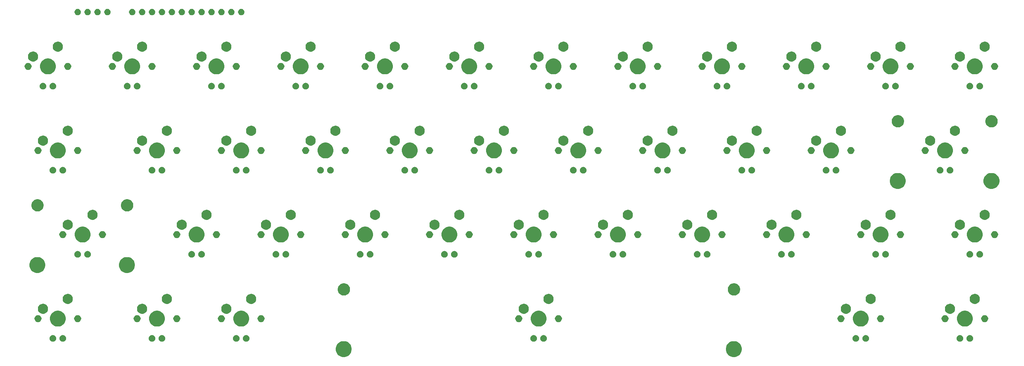
<source format=gbr>
G04 #@! TF.GenerationSoftware,KiCad,Pcbnew,(5.0.2)-1*
G04 #@! TF.CreationDate,2019-03-14T09:30:29+08:00*
G04 #@! TF.ProjectId,kicad_project,6b696361-645f-4707-926f-6a6563742e6b,rev?*
G04 #@! TF.SameCoordinates,Original*
G04 #@! TF.FileFunction,Soldermask,Top*
G04 #@! TF.FilePolarity,Negative*
%FSLAX46Y46*%
G04 Gerber Fmt 4.6, Leading zero omitted, Abs format (unit mm)*
G04 Created by KiCad (PCBNEW (5.0.2)-1) date 2019/3/14 9:30:29*
%MOMM*%
%LPD*%
G01*
G04 APERTURE LIST*
%ADD10C,0.100000*%
G04 APERTURE END LIST*
D10*
G36*
X205558252Y-117607818D02*
X205558254Y-117607819D01*
X205558255Y-117607819D01*
X205931513Y-117762427D01*
X205931514Y-117762428D01*
X206267439Y-117986886D01*
X206553114Y-118272561D01*
X206553116Y-118272564D01*
X206777573Y-118608487D01*
X206932181Y-118981745D01*
X207011000Y-119377994D01*
X207011000Y-119782006D01*
X206932181Y-120178255D01*
X206777573Y-120551513D01*
X206777572Y-120551514D01*
X206553114Y-120887439D01*
X206267439Y-121173114D01*
X206267436Y-121173116D01*
X205931513Y-121397573D01*
X205558255Y-121552181D01*
X205558254Y-121552181D01*
X205558252Y-121552182D01*
X205162007Y-121631000D01*
X204757993Y-121631000D01*
X204361748Y-121552182D01*
X204361746Y-121552181D01*
X204361745Y-121552181D01*
X203988487Y-121397573D01*
X203652564Y-121173116D01*
X203652561Y-121173114D01*
X203366886Y-120887439D01*
X203142428Y-120551514D01*
X203142427Y-120551513D01*
X202987819Y-120178255D01*
X202909000Y-119782006D01*
X202909000Y-119377994D01*
X202987819Y-118981745D01*
X203142427Y-118608487D01*
X203366884Y-118272564D01*
X203366886Y-118272561D01*
X203652561Y-117986886D01*
X203988486Y-117762428D01*
X203988487Y-117762427D01*
X204361745Y-117607819D01*
X204361746Y-117607819D01*
X204361748Y-117607818D01*
X204757993Y-117529000D01*
X205162007Y-117529000D01*
X205558252Y-117607818D01*
X205558252Y-117607818D01*
G37*
G36*
X105598252Y-117607818D02*
X105598254Y-117607819D01*
X105598255Y-117607819D01*
X105971513Y-117762427D01*
X105971514Y-117762428D01*
X106307439Y-117986886D01*
X106593114Y-118272561D01*
X106593116Y-118272564D01*
X106817573Y-118608487D01*
X106972181Y-118981745D01*
X107051000Y-119377994D01*
X107051000Y-119782006D01*
X106972181Y-120178255D01*
X106817573Y-120551513D01*
X106817572Y-120551514D01*
X106593114Y-120887439D01*
X106307439Y-121173114D01*
X106307436Y-121173116D01*
X105971513Y-121397573D01*
X105598255Y-121552181D01*
X105598254Y-121552181D01*
X105598252Y-121552182D01*
X105202007Y-121631000D01*
X104797993Y-121631000D01*
X104401748Y-121552182D01*
X104401746Y-121552181D01*
X104401745Y-121552181D01*
X104028487Y-121397573D01*
X103692564Y-121173116D01*
X103692561Y-121173114D01*
X103406886Y-120887439D01*
X103182428Y-120551514D01*
X103182427Y-120551513D01*
X103027819Y-120178255D01*
X102949000Y-119782006D01*
X102949000Y-119377994D01*
X103027819Y-118981745D01*
X103182427Y-118608487D01*
X103406884Y-118272564D01*
X103406886Y-118272561D01*
X103692561Y-117986886D01*
X104028486Y-117762428D01*
X104028487Y-117762427D01*
X104401745Y-117607819D01*
X104401746Y-117607819D01*
X104401748Y-117607818D01*
X104797993Y-117529000D01*
X105202007Y-117529000D01*
X105598252Y-117607818D01*
X105598252Y-117607818D01*
G37*
G36*
X77718228Y-116021703D02*
X77873100Y-116085853D01*
X78012481Y-116178985D01*
X78131015Y-116297519D01*
X78224147Y-116436900D01*
X78288297Y-116591772D01*
X78321000Y-116756184D01*
X78321000Y-116923816D01*
X78288297Y-117088228D01*
X78224147Y-117243100D01*
X78131015Y-117382481D01*
X78012481Y-117501015D01*
X77873100Y-117594147D01*
X77718228Y-117658297D01*
X77553816Y-117691000D01*
X77386184Y-117691000D01*
X77221772Y-117658297D01*
X77066900Y-117594147D01*
X76927519Y-117501015D01*
X76808985Y-117382481D01*
X76715853Y-117243100D01*
X76651703Y-117088228D01*
X76619000Y-116923816D01*
X76619000Y-116756184D01*
X76651703Y-116591772D01*
X76715853Y-116436900D01*
X76808985Y-116297519D01*
X76927519Y-116178985D01*
X77066900Y-116085853D01*
X77221772Y-116021703D01*
X77386184Y-115989000D01*
X77553816Y-115989000D01*
X77718228Y-116021703D01*
X77718228Y-116021703D01*
G37*
G36*
X263138228Y-116021703D02*
X263293100Y-116085853D01*
X263432481Y-116178985D01*
X263551015Y-116297519D01*
X263644147Y-116436900D01*
X263708297Y-116591772D01*
X263741000Y-116756184D01*
X263741000Y-116923816D01*
X263708297Y-117088228D01*
X263644147Y-117243100D01*
X263551015Y-117382481D01*
X263432481Y-117501015D01*
X263293100Y-117594147D01*
X263138228Y-117658297D01*
X262973816Y-117691000D01*
X262806184Y-117691000D01*
X262641772Y-117658297D01*
X262486900Y-117594147D01*
X262347519Y-117501015D01*
X262228985Y-117382481D01*
X262135853Y-117243100D01*
X262071703Y-117088228D01*
X262039000Y-116923816D01*
X262039000Y-116756184D01*
X262071703Y-116591772D01*
X262135853Y-116436900D01*
X262228985Y-116297519D01*
X262347519Y-116178985D01*
X262486900Y-116085853D01*
X262641772Y-116021703D01*
X262806184Y-115989000D01*
X262973816Y-115989000D01*
X263138228Y-116021703D01*
X263138228Y-116021703D01*
G37*
G36*
X239008228Y-116021703D02*
X239163100Y-116085853D01*
X239302481Y-116178985D01*
X239421015Y-116297519D01*
X239514147Y-116436900D01*
X239578297Y-116591772D01*
X239611000Y-116756184D01*
X239611000Y-116923816D01*
X239578297Y-117088228D01*
X239514147Y-117243100D01*
X239421015Y-117382481D01*
X239302481Y-117501015D01*
X239163100Y-117594147D01*
X239008228Y-117658297D01*
X238843816Y-117691000D01*
X238676184Y-117691000D01*
X238511772Y-117658297D01*
X238356900Y-117594147D01*
X238217519Y-117501015D01*
X238098985Y-117382481D01*
X238005853Y-117243100D01*
X237941703Y-117088228D01*
X237909000Y-116923816D01*
X237909000Y-116756184D01*
X237941703Y-116591772D01*
X238005853Y-116436900D01*
X238098985Y-116297519D01*
X238217519Y-116178985D01*
X238356900Y-116085853D01*
X238511772Y-116021703D01*
X238676184Y-115989000D01*
X238843816Y-115989000D01*
X239008228Y-116021703D01*
X239008228Y-116021703D01*
G37*
G36*
X265678228Y-116021703D02*
X265833100Y-116085853D01*
X265972481Y-116178985D01*
X266091015Y-116297519D01*
X266184147Y-116436900D01*
X266248297Y-116591772D01*
X266281000Y-116756184D01*
X266281000Y-116923816D01*
X266248297Y-117088228D01*
X266184147Y-117243100D01*
X266091015Y-117382481D01*
X265972481Y-117501015D01*
X265833100Y-117594147D01*
X265678228Y-117658297D01*
X265513816Y-117691000D01*
X265346184Y-117691000D01*
X265181772Y-117658297D01*
X265026900Y-117594147D01*
X264887519Y-117501015D01*
X264768985Y-117382481D01*
X264675853Y-117243100D01*
X264611703Y-117088228D01*
X264579000Y-116923816D01*
X264579000Y-116756184D01*
X264611703Y-116591772D01*
X264675853Y-116436900D01*
X264768985Y-116297519D01*
X264887519Y-116178985D01*
X265026900Y-116085853D01*
X265181772Y-116021703D01*
X265346184Y-115989000D01*
X265513816Y-115989000D01*
X265678228Y-116021703D01*
X265678228Y-116021703D01*
G37*
G36*
X153918228Y-116021703D02*
X154073100Y-116085853D01*
X154212481Y-116178985D01*
X154331015Y-116297519D01*
X154424147Y-116436900D01*
X154488297Y-116591772D01*
X154521000Y-116756184D01*
X154521000Y-116923816D01*
X154488297Y-117088228D01*
X154424147Y-117243100D01*
X154331015Y-117382481D01*
X154212481Y-117501015D01*
X154073100Y-117594147D01*
X153918228Y-117658297D01*
X153753816Y-117691000D01*
X153586184Y-117691000D01*
X153421772Y-117658297D01*
X153266900Y-117594147D01*
X153127519Y-117501015D01*
X153008985Y-117382481D01*
X152915853Y-117243100D01*
X152851703Y-117088228D01*
X152819000Y-116923816D01*
X152819000Y-116756184D01*
X152851703Y-116591772D01*
X152915853Y-116436900D01*
X153008985Y-116297519D01*
X153127519Y-116178985D01*
X153266900Y-116085853D01*
X153421772Y-116021703D01*
X153586184Y-115989000D01*
X153753816Y-115989000D01*
X153918228Y-116021703D01*
X153918228Y-116021703D01*
G37*
G36*
X156458228Y-116021703D02*
X156613100Y-116085853D01*
X156752481Y-116178985D01*
X156871015Y-116297519D01*
X156964147Y-116436900D01*
X157028297Y-116591772D01*
X157061000Y-116756184D01*
X157061000Y-116923816D01*
X157028297Y-117088228D01*
X156964147Y-117243100D01*
X156871015Y-117382481D01*
X156752481Y-117501015D01*
X156613100Y-117594147D01*
X156458228Y-117658297D01*
X156293816Y-117691000D01*
X156126184Y-117691000D01*
X155961772Y-117658297D01*
X155806900Y-117594147D01*
X155667519Y-117501015D01*
X155548985Y-117382481D01*
X155455853Y-117243100D01*
X155391703Y-117088228D01*
X155359000Y-116923816D01*
X155359000Y-116756184D01*
X155391703Y-116591772D01*
X155455853Y-116436900D01*
X155548985Y-116297519D01*
X155667519Y-116178985D01*
X155806900Y-116085853D01*
X155961772Y-116021703D01*
X156126184Y-115989000D01*
X156293816Y-115989000D01*
X156458228Y-116021703D01*
X156458228Y-116021703D01*
G37*
G36*
X80258228Y-116021703D02*
X80413100Y-116085853D01*
X80552481Y-116178985D01*
X80671015Y-116297519D01*
X80764147Y-116436900D01*
X80828297Y-116591772D01*
X80861000Y-116756184D01*
X80861000Y-116923816D01*
X80828297Y-117088228D01*
X80764147Y-117243100D01*
X80671015Y-117382481D01*
X80552481Y-117501015D01*
X80413100Y-117594147D01*
X80258228Y-117658297D01*
X80093816Y-117691000D01*
X79926184Y-117691000D01*
X79761772Y-117658297D01*
X79606900Y-117594147D01*
X79467519Y-117501015D01*
X79348985Y-117382481D01*
X79255853Y-117243100D01*
X79191703Y-117088228D01*
X79159000Y-116923816D01*
X79159000Y-116756184D01*
X79191703Y-116591772D01*
X79255853Y-116436900D01*
X79348985Y-116297519D01*
X79467519Y-116178985D01*
X79606900Y-116085853D01*
X79761772Y-116021703D01*
X79926184Y-115989000D01*
X80093816Y-115989000D01*
X80258228Y-116021703D01*
X80258228Y-116021703D01*
G37*
G36*
X33268228Y-116021703D02*
X33423100Y-116085853D01*
X33562481Y-116178985D01*
X33681015Y-116297519D01*
X33774147Y-116436900D01*
X33838297Y-116591772D01*
X33871000Y-116756184D01*
X33871000Y-116923816D01*
X33838297Y-117088228D01*
X33774147Y-117243100D01*
X33681015Y-117382481D01*
X33562481Y-117501015D01*
X33423100Y-117594147D01*
X33268228Y-117658297D01*
X33103816Y-117691000D01*
X32936184Y-117691000D01*
X32771772Y-117658297D01*
X32616900Y-117594147D01*
X32477519Y-117501015D01*
X32358985Y-117382481D01*
X32265853Y-117243100D01*
X32201703Y-117088228D01*
X32169000Y-116923816D01*
X32169000Y-116756184D01*
X32201703Y-116591772D01*
X32265853Y-116436900D01*
X32358985Y-116297519D01*
X32477519Y-116178985D01*
X32616900Y-116085853D01*
X32771772Y-116021703D01*
X32936184Y-115989000D01*
X33103816Y-115989000D01*
X33268228Y-116021703D01*
X33268228Y-116021703D01*
G37*
G36*
X30728228Y-116021703D02*
X30883100Y-116085853D01*
X31022481Y-116178985D01*
X31141015Y-116297519D01*
X31234147Y-116436900D01*
X31298297Y-116591772D01*
X31331000Y-116756184D01*
X31331000Y-116923816D01*
X31298297Y-117088228D01*
X31234147Y-117243100D01*
X31141015Y-117382481D01*
X31022481Y-117501015D01*
X30883100Y-117594147D01*
X30728228Y-117658297D01*
X30563816Y-117691000D01*
X30396184Y-117691000D01*
X30231772Y-117658297D01*
X30076900Y-117594147D01*
X29937519Y-117501015D01*
X29818985Y-117382481D01*
X29725853Y-117243100D01*
X29661703Y-117088228D01*
X29629000Y-116923816D01*
X29629000Y-116756184D01*
X29661703Y-116591772D01*
X29725853Y-116436900D01*
X29818985Y-116297519D01*
X29937519Y-116178985D01*
X30076900Y-116085853D01*
X30231772Y-116021703D01*
X30396184Y-115989000D01*
X30563816Y-115989000D01*
X30728228Y-116021703D01*
X30728228Y-116021703D01*
G37*
G36*
X56128228Y-116021703D02*
X56283100Y-116085853D01*
X56422481Y-116178985D01*
X56541015Y-116297519D01*
X56634147Y-116436900D01*
X56698297Y-116591772D01*
X56731000Y-116756184D01*
X56731000Y-116923816D01*
X56698297Y-117088228D01*
X56634147Y-117243100D01*
X56541015Y-117382481D01*
X56422481Y-117501015D01*
X56283100Y-117594147D01*
X56128228Y-117658297D01*
X55963816Y-117691000D01*
X55796184Y-117691000D01*
X55631772Y-117658297D01*
X55476900Y-117594147D01*
X55337519Y-117501015D01*
X55218985Y-117382481D01*
X55125853Y-117243100D01*
X55061703Y-117088228D01*
X55029000Y-116923816D01*
X55029000Y-116756184D01*
X55061703Y-116591772D01*
X55125853Y-116436900D01*
X55218985Y-116297519D01*
X55337519Y-116178985D01*
X55476900Y-116085853D01*
X55631772Y-116021703D01*
X55796184Y-115989000D01*
X55963816Y-115989000D01*
X56128228Y-116021703D01*
X56128228Y-116021703D01*
G37*
G36*
X58668228Y-116021703D02*
X58823100Y-116085853D01*
X58962481Y-116178985D01*
X59081015Y-116297519D01*
X59174147Y-116436900D01*
X59238297Y-116591772D01*
X59271000Y-116756184D01*
X59271000Y-116923816D01*
X59238297Y-117088228D01*
X59174147Y-117243100D01*
X59081015Y-117382481D01*
X58962481Y-117501015D01*
X58823100Y-117594147D01*
X58668228Y-117658297D01*
X58503816Y-117691000D01*
X58336184Y-117691000D01*
X58171772Y-117658297D01*
X58016900Y-117594147D01*
X57877519Y-117501015D01*
X57758985Y-117382481D01*
X57665853Y-117243100D01*
X57601703Y-117088228D01*
X57569000Y-116923816D01*
X57569000Y-116756184D01*
X57601703Y-116591772D01*
X57665853Y-116436900D01*
X57758985Y-116297519D01*
X57877519Y-116178985D01*
X58016900Y-116085853D01*
X58171772Y-116021703D01*
X58336184Y-115989000D01*
X58503816Y-115989000D01*
X58668228Y-116021703D01*
X58668228Y-116021703D01*
G37*
G36*
X236468228Y-116021703D02*
X236623100Y-116085853D01*
X236762481Y-116178985D01*
X236881015Y-116297519D01*
X236974147Y-116436900D01*
X237038297Y-116591772D01*
X237071000Y-116756184D01*
X237071000Y-116923816D01*
X237038297Y-117088228D01*
X236974147Y-117243100D01*
X236881015Y-117382481D01*
X236762481Y-117501015D01*
X236623100Y-117594147D01*
X236468228Y-117658297D01*
X236303816Y-117691000D01*
X236136184Y-117691000D01*
X235971772Y-117658297D01*
X235816900Y-117594147D01*
X235677519Y-117501015D01*
X235558985Y-117382481D01*
X235465853Y-117243100D01*
X235401703Y-117088228D01*
X235369000Y-116923816D01*
X235369000Y-116756184D01*
X235401703Y-116591772D01*
X235465853Y-116436900D01*
X235558985Y-116297519D01*
X235677519Y-116178985D01*
X235816900Y-116085853D01*
X235971772Y-116021703D01*
X236136184Y-115989000D01*
X236303816Y-115989000D01*
X236468228Y-116021703D01*
X236468228Y-116021703D01*
G37*
G36*
X155535361Y-109797347D02*
X155535363Y-109797348D01*
X155535364Y-109797348D01*
X155906819Y-109951209D01*
X156239610Y-110173574D01*
X156241122Y-110174584D01*
X156525416Y-110458878D01*
X156525418Y-110458881D01*
X156748791Y-110793181D01*
X156902652Y-111164636D01*
X156981090Y-111558970D01*
X156981090Y-111961030D01*
X156902652Y-112355364D01*
X156748791Y-112726819D01*
X156526426Y-113059610D01*
X156525416Y-113061122D01*
X156241122Y-113345416D01*
X156241119Y-113345418D01*
X155906819Y-113568791D01*
X155535364Y-113722652D01*
X155535363Y-113722652D01*
X155535361Y-113722653D01*
X155141031Y-113801090D01*
X154738969Y-113801090D01*
X154344639Y-113722653D01*
X154344637Y-113722652D01*
X154344636Y-113722652D01*
X153973181Y-113568791D01*
X153638881Y-113345418D01*
X153638878Y-113345416D01*
X153354584Y-113061122D01*
X153353574Y-113059610D01*
X153131209Y-112726819D01*
X152977348Y-112355364D01*
X152898910Y-111961030D01*
X152898910Y-111558970D01*
X152977348Y-111164636D01*
X153131209Y-110793181D01*
X153354582Y-110458881D01*
X153354584Y-110458878D01*
X153638878Y-110174584D01*
X153640390Y-110173574D01*
X153973181Y-109951209D01*
X154344636Y-109797348D01*
X154344637Y-109797348D01*
X154344639Y-109797347D01*
X154738969Y-109718910D01*
X155141031Y-109718910D01*
X155535361Y-109797347D01*
X155535361Y-109797347D01*
G37*
G36*
X264755361Y-109797347D02*
X264755363Y-109797348D01*
X264755364Y-109797348D01*
X265126819Y-109951209D01*
X265459610Y-110173574D01*
X265461122Y-110174584D01*
X265745416Y-110458878D01*
X265745418Y-110458881D01*
X265968791Y-110793181D01*
X266122652Y-111164636D01*
X266201090Y-111558970D01*
X266201090Y-111961030D01*
X266122652Y-112355364D01*
X265968791Y-112726819D01*
X265746426Y-113059610D01*
X265745416Y-113061122D01*
X265461122Y-113345416D01*
X265461119Y-113345418D01*
X265126819Y-113568791D01*
X264755364Y-113722652D01*
X264755363Y-113722652D01*
X264755361Y-113722653D01*
X264361031Y-113801090D01*
X263958969Y-113801090D01*
X263564639Y-113722653D01*
X263564637Y-113722652D01*
X263564636Y-113722652D01*
X263193181Y-113568791D01*
X262858881Y-113345418D01*
X262858878Y-113345416D01*
X262574584Y-113061122D01*
X262573574Y-113059610D01*
X262351209Y-112726819D01*
X262197348Y-112355364D01*
X262118910Y-111961030D01*
X262118910Y-111558970D01*
X262197348Y-111164636D01*
X262351209Y-110793181D01*
X262574582Y-110458881D01*
X262574584Y-110458878D01*
X262858878Y-110174584D01*
X262860390Y-110173574D01*
X263193181Y-109951209D01*
X263564636Y-109797348D01*
X263564637Y-109797348D01*
X263564639Y-109797347D01*
X263958969Y-109718910D01*
X264361031Y-109718910D01*
X264755361Y-109797347D01*
X264755361Y-109797347D01*
G37*
G36*
X238085361Y-109797347D02*
X238085363Y-109797348D01*
X238085364Y-109797348D01*
X238456819Y-109951209D01*
X238789610Y-110173574D01*
X238791122Y-110174584D01*
X239075416Y-110458878D01*
X239075418Y-110458881D01*
X239298791Y-110793181D01*
X239452652Y-111164636D01*
X239531090Y-111558970D01*
X239531090Y-111961030D01*
X239452652Y-112355364D01*
X239298791Y-112726819D01*
X239076426Y-113059610D01*
X239075416Y-113061122D01*
X238791122Y-113345416D01*
X238791119Y-113345418D01*
X238456819Y-113568791D01*
X238085364Y-113722652D01*
X238085363Y-113722652D01*
X238085361Y-113722653D01*
X237691031Y-113801090D01*
X237288969Y-113801090D01*
X236894639Y-113722653D01*
X236894637Y-113722652D01*
X236894636Y-113722652D01*
X236523181Y-113568791D01*
X236188881Y-113345418D01*
X236188878Y-113345416D01*
X235904584Y-113061122D01*
X235903574Y-113059610D01*
X235681209Y-112726819D01*
X235527348Y-112355364D01*
X235448910Y-111961030D01*
X235448910Y-111558970D01*
X235527348Y-111164636D01*
X235681209Y-110793181D01*
X235904582Y-110458881D01*
X235904584Y-110458878D01*
X236188878Y-110174584D01*
X236190390Y-110173574D01*
X236523181Y-109951209D01*
X236894636Y-109797348D01*
X236894637Y-109797348D01*
X236894639Y-109797347D01*
X237288969Y-109718910D01*
X237691031Y-109718910D01*
X238085361Y-109797347D01*
X238085361Y-109797347D01*
G37*
G36*
X79335361Y-109797347D02*
X79335363Y-109797348D01*
X79335364Y-109797348D01*
X79706819Y-109951209D01*
X80039610Y-110173574D01*
X80041122Y-110174584D01*
X80325416Y-110458878D01*
X80325418Y-110458881D01*
X80548791Y-110793181D01*
X80702652Y-111164636D01*
X80781090Y-111558970D01*
X80781090Y-111961030D01*
X80702652Y-112355364D01*
X80548791Y-112726819D01*
X80326426Y-113059610D01*
X80325416Y-113061122D01*
X80041122Y-113345416D01*
X80041119Y-113345418D01*
X79706819Y-113568791D01*
X79335364Y-113722652D01*
X79335363Y-113722652D01*
X79335361Y-113722653D01*
X78941031Y-113801090D01*
X78538969Y-113801090D01*
X78144639Y-113722653D01*
X78144637Y-113722652D01*
X78144636Y-113722652D01*
X77773181Y-113568791D01*
X77438881Y-113345418D01*
X77438878Y-113345416D01*
X77154584Y-113061122D01*
X77153574Y-113059610D01*
X76931209Y-112726819D01*
X76777348Y-112355364D01*
X76698910Y-111961030D01*
X76698910Y-111558970D01*
X76777348Y-111164636D01*
X76931209Y-110793181D01*
X77154582Y-110458881D01*
X77154584Y-110458878D01*
X77438878Y-110174584D01*
X77440390Y-110173574D01*
X77773181Y-109951209D01*
X78144636Y-109797348D01*
X78144637Y-109797348D01*
X78144639Y-109797347D01*
X78538969Y-109718910D01*
X78941031Y-109718910D01*
X79335361Y-109797347D01*
X79335361Y-109797347D01*
G37*
G36*
X32345361Y-109797347D02*
X32345363Y-109797348D01*
X32345364Y-109797348D01*
X32716819Y-109951209D01*
X33049610Y-110173574D01*
X33051122Y-110174584D01*
X33335416Y-110458878D01*
X33335418Y-110458881D01*
X33558791Y-110793181D01*
X33712652Y-111164636D01*
X33791090Y-111558970D01*
X33791090Y-111961030D01*
X33712652Y-112355364D01*
X33558791Y-112726819D01*
X33336426Y-113059610D01*
X33335416Y-113061122D01*
X33051122Y-113345416D01*
X33051119Y-113345418D01*
X32716819Y-113568791D01*
X32345364Y-113722652D01*
X32345363Y-113722652D01*
X32345361Y-113722653D01*
X31951031Y-113801090D01*
X31548969Y-113801090D01*
X31154639Y-113722653D01*
X31154637Y-113722652D01*
X31154636Y-113722652D01*
X30783181Y-113568791D01*
X30448881Y-113345418D01*
X30448878Y-113345416D01*
X30164584Y-113061122D01*
X30163574Y-113059610D01*
X29941209Y-112726819D01*
X29787348Y-112355364D01*
X29708910Y-111961030D01*
X29708910Y-111558970D01*
X29787348Y-111164636D01*
X29941209Y-110793181D01*
X30164582Y-110458881D01*
X30164584Y-110458878D01*
X30448878Y-110174584D01*
X30450390Y-110173574D01*
X30783181Y-109951209D01*
X31154636Y-109797348D01*
X31154637Y-109797348D01*
X31154639Y-109797347D01*
X31548969Y-109718910D01*
X31951031Y-109718910D01*
X32345361Y-109797347D01*
X32345361Y-109797347D01*
G37*
G36*
X57745361Y-109797347D02*
X57745363Y-109797348D01*
X57745364Y-109797348D01*
X58116819Y-109951209D01*
X58449610Y-110173574D01*
X58451122Y-110174584D01*
X58735416Y-110458878D01*
X58735418Y-110458881D01*
X58958791Y-110793181D01*
X59112652Y-111164636D01*
X59191090Y-111558970D01*
X59191090Y-111961030D01*
X59112652Y-112355364D01*
X58958791Y-112726819D01*
X58736426Y-113059610D01*
X58735416Y-113061122D01*
X58451122Y-113345416D01*
X58451119Y-113345418D01*
X58116819Y-113568791D01*
X57745364Y-113722652D01*
X57745363Y-113722652D01*
X57745361Y-113722653D01*
X57351031Y-113801090D01*
X56948969Y-113801090D01*
X56554639Y-113722653D01*
X56554637Y-113722652D01*
X56554636Y-113722652D01*
X56183181Y-113568791D01*
X55848881Y-113345418D01*
X55848878Y-113345416D01*
X55564584Y-113061122D01*
X55563574Y-113059610D01*
X55341209Y-112726819D01*
X55187348Y-112355364D01*
X55108910Y-111961030D01*
X55108910Y-111558970D01*
X55187348Y-111164636D01*
X55341209Y-110793181D01*
X55564582Y-110458881D01*
X55564584Y-110458878D01*
X55848878Y-110174584D01*
X55850390Y-110173574D01*
X56183181Y-109951209D01*
X56554636Y-109797348D01*
X56554637Y-109797348D01*
X56554639Y-109797347D01*
X56948969Y-109718910D01*
X57351031Y-109718910D01*
X57745361Y-109797347D01*
X57745361Y-109797347D01*
G37*
G36*
X73922704Y-110893980D02*
X74086607Y-110961871D01*
X74234121Y-111060437D01*
X74359563Y-111185879D01*
X74458129Y-111333393D01*
X74526020Y-111497296D01*
X74560630Y-111671294D01*
X74560630Y-111848706D01*
X74526020Y-112022704D01*
X74458129Y-112186607D01*
X74359563Y-112334121D01*
X74234121Y-112459563D01*
X74086607Y-112558129D01*
X73922704Y-112626020D01*
X73748706Y-112660630D01*
X73571294Y-112660630D01*
X73397296Y-112626020D01*
X73233393Y-112558129D01*
X73085879Y-112459563D01*
X72960437Y-112334121D01*
X72861871Y-112186607D01*
X72793980Y-112022704D01*
X72759370Y-111848706D01*
X72759370Y-111671294D01*
X72793980Y-111497296D01*
X72861871Y-111333393D01*
X72960437Y-111185879D01*
X73085879Y-111060437D01*
X73233393Y-110961871D01*
X73397296Y-110893980D01*
X73571294Y-110859370D01*
X73748706Y-110859370D01*
X73922704Y-110893980D01*
X73922704Y-110893980D01*
G37*
G36*
X259342704Y-110893980D02*
X259506607Y-110961871D01*
X259654121Y-111060437D01*
X259779563Y-111185879D01*
X259878129Y-111333393D01*
X259946020Y-111497296D01*
X259980630Y-111671294D01*
X259980630Y-111848706D01*
X259946020Y-112022704D01*
X259878129Y-112186607D01*
X259779563Y-112334121D01*
X259654121Y-112459563D01*
X259506607Y-112558129D01*
X259342704Y-112626020D01*
X259168706Y-112660630D01*
X258991294Y-112660630D01*
X258817296Y-112626020D01*
X258653393Y-112558129D01*
X258505879Y-112459563D01*
X258380437Y-112334121D01*
X258281871Y-112186607D01*
X258213980Y-112022704D01*
X258179370Y-111848706D01*
X258179370Y-111671294D01*
X258213980Y-111497296D01*
X258281871Y-111333393D01*
X258380437Y-111185879D01*
X258505879Y-111060437D01*
X258653393Y-110961871D01*
X258817296Y-110893980D01*
X258991294Y-110859370D01*
X259168706Y-110859370D01*
X259342704Y-110893980D01*
X259342704Y-110893980D01*
G37*
G36*
X232672704Y-110893980D02*
X232836607Y-110961871D01*
X232984121Y-111060437D01*
X233109563Y-111185879D01*
X233208129Y-111333393D01*
X233276020Y-111497296D01*
X233310630Y-111671294D01*
X233310630Y-111848706D01*
X233276020Y-112022704D01*
X233208129Y-112186607D01*
X233109563Y-112334121D01*
X232984121Y-112459563D01*
X232836607Y-112558129D01*
X232672704Y-112626020D01*
X232498706Y-112660630D01*
X232321294Y-112660630D01*
X232147296Y-112626020D01*
X231983393Y-112558129D01*
X231835879Y-112459563D01*
X231710437Y-112334121D01*
X231611871Y-112186607D01*
X231543980Y-112022704D01*
X231509370Y-111848706D01*
X231509370Y-111671294D01*
X231543980Y-111497296D01*
X231611871Y-111333393D01*
X231710437Y-111185879D01*
X231835879Y-111060437D01*
X231983393Y-110961871D01*
X232147296Y-110893980D01*
X232321294Y-110859370D01*
X232498706Y-110859370D01*
X232672704Y-110893980D01*
X232672704Y-110893980D01*
G37*
G36*
X242832704Y-110893980D02*
X242996607Y-110961871D01*
X243144121Y-111060437D01*
X243269563Y-111185879D01*
X243368129Y-111333393D01*
X243436020Y-111497296D01*
X243470630Y-111671294D01*
X243470630Y-111848706D01*
X243436020Y-112022704D01*
X243368129Y-112186607D01*
X243269563Y-112334121D01*
X243144121Y-112459563D01*
X242996607Y-112558129D01*
X242832704Y-112626020D01*
X242658706Y-112660630D01*
X242481294Y-112660630D01*
X242307296Y-112626020D01*
X242143393Y-112558129D01*
X241995879Y-112459563D01*
X241870437Y-112334121D01*
X241771871Y-112186607D01*
X241703980Y-112022704D01*
X241669370Y-111848706D01*
X241669370Y-111671294D01*
X241703980Y-111497296D01*
X241771871Y-111333393D01*
X241870437Y-111185879D01*
X241995879Y-111060437D01*
X242143393Y-110961871D01*
X242307296Y-110893980D01*
X242481294Y-110859370D01*
X242658706Y-110859370D01*
X242832704Y-110893980D01*
X242832704Y-110893980D01*
G37*
G36*
X150122704Y-110893980D02*
X150286607Y-110961871D01*
X150434121Y-111060437D01*
X150559563Y-111185879D01*
X150658129Y-111333393D01*
X150726020Y-111497296D01*
X150760630Y-111671294D01*
X150760630Y-111848706D01*
X150726020Y-112022704D01*
X150658129Y-112186607D01*
X150559563Y-112334121D01*
X150434121Y-112459563D01*
X150286607Y-112558129D01*
X150122704Y-112626020D01*
X149948706Y-112660630D01*
X149771294Y-112660630D01*
X149597296Y-112626020D01*
X149433393Y-112558129D01*
X149285879Y-112459563D01*
X149160437Y-112334121D01*
X149061871Y-112186607D01*
X148993980Y-112022704D01*
X148959370Y-111848706D01*
X148959370Y-111671294D01*
X148993980Y-111497296D01*
X149061871Y-111333393D01*
X149160437Y-111185879D01*
X149285879Y-111060437D01*
X149433393Y-110961871D01*
X149597296Y-110893980D01*
X149771294Y-110859370D01*
X149948706Y-110859370D01*
X150122704Y-110893980D01*
X150122704Y-110893980D01*
G37*
G36*
X160282704Y-110893980D02*
X160446607Y-110961871D01*
X160594121Y-111060437D01*
X160719563Y-111185879D01*
X160818129Y-111333393D01*
X160886020Y-111497296D01*
X160920630Y-111671294D01*
X160920630Y-111848706D01*
X160886020Y-112022704D01*
X160818129Y-112186607D01*
X160719563Y-112334121D01*
X160594121Y-112459563D01*
X160446607Y-112558129D01*
X160282704Y-112626020D01*
X160108706Y-112660630D01*
X159931294Y-112660630D01*
X159757296Y-112626020D01*
X159593393Y-112558129D01*
X159445879Y-112459563D01*
X159320437Y-112334121D01*
X159221871Y-112186607D01*
X159153980Y-112022704D01*
X159119370Y-111848706D01*
X159119370Y-111671294D01*
X159153980Y-111497296D01*
X159221871Y-111333393D01*
X159320437Y-111185879D01*
X159445879Y-111060437D01*
X159593393Y-110961871D01*
X159757296Y-110893980D01*
X159931294Y-110859370D01*
X160108706Y-110859370D01*
X160282704Y-110893980D01*
X160282704Y-110893980D01*
G37*
G36*
X84082704Y-110893980D02*
X84246607Y-110961871D01*
X84394121Y-111060437D01*
X84519563Y-111185879D01*
X84618129Y-111333393D01*
X84686020Y-111497296D01*
X84720630Y-111671294D01*
X84720630Y-111848706D01*
X84686020Y-112022704D01*
X84618129Y-112186607D01*
X84519563Y-112334121D01*
X84394121Y-112459563D01*
X84246607Y-112558129D01*
X84082704Y-112626020D01*
X83908706Y-112660630D01*
X83731294Y-112660630D01*
X83557296Y-112626020D01*
X83393393Y-112558129D01*
X83245879Y-112459563D01*
X83120437Y-112334121D01*
X83021871Y-112186607D01*
X82953980Y-112022704D01*
X82919370Y-111848706D01*
X82919370Y-111671294D01*
X82953980Y-111497296D01*
X83021871Y-111333393D01*
X83120437Y-111185879D01*
X83245879Y-111060437D01*
X83393393Y-110961871D01*
X83557296Y-110893980D01*
X83731294Y-110859370D01*
X83908706Y-110859370D01*
X84082704Y-110893980D01*
X84082704Y-110893980D01*
G37*
G36*
X62492704Y-110893980D02*
X62656607Y-110961871D01*
X62804121Y-111060437D01*
X62929563Y-111185879D01*
X63028129Y-111333393D01*
X63096020Y-111497296D01*
X63130630Y-111671294D01*
X63130630Y-111848706D01*
X63096020Y-112022704D01*
X63028129Y-112186607D01*
X62929563Y-112334121D01*
X62804121Y-112459563D01*
X62656607Y-112558129D01*
X62492704Y-112626020D01*
X62318706Y-112660630D01*
X62141294Y-112660630D01*
X61967296Y-112626020D01*
X61803393Y-112558129D01*
X61655879Y-112459563D01*
X61530437Y-112334121D01*
X61431871Y-112186607D01*
X61363980Y-112022704D01*
X61329370Y-111848706D01*
X61329370Y-111671294D01*
X61363980Y-111497296D01*
X61431871Y-111333393D01*
X61530437Y-111185879D01*
X61655879Y-111060437D01*
X61803393Y-110961871D01*
X61967296Y-110893980D01*
X62141294Y-110859370D01*
X62318706Y-110859370D01*
X62492704Y-110893980D01*
X62492704Y-110893980D01*
G37*
G36*
X52332704Y-110893980D02*
X52496607Y-110961871D01*
X52644121Y-111060437D01*
X52769563Y-111185879D01*
X52868129Y-111333393D01*
X52936020Y-111497296D01*
X52970630Y-111671294D01*
X52970630Y-111848706D01*
X52936020Y-112022704D01*
X52868129Y-112186607D01*
X52769563Y-112334121D01*
X52644121Y-112459563D01*
X52496607Y-112558129D01*
X52332704Y-112626020D01*
X52158706Y-112660630D01*
X51981294Y-112660630D01*
X51807296Y-112626020D01*
X51643393Y-112558129D01*
X51495879Y-112459563D01*
X51370437Y-112334121D01*
X51271871Y-112186607D01*
X51203980Y-112022704D01*
X51169370Y-111848706D01*
X51169370Y-111671294D01*
X51203980Y-111497296D01*
X51271871Y-111333393D01*
X51370437Y-111185879D01*
X51495879Y-111060437D01*
X51643393Y-110961871D01*
X51807296Y-110893980D01*
X51981294Y-110859370D01*
X52158706Y-110859370D01*
X52332704Y-110893980D01*
X52332704Y-110893980D01*
G37*
G36*
X269502704Y-110893980D02*
X269666607Y-110961871D01*
X269814121Y-111060437D01*
X269939563Y-111185879D01*
X270038129Y-111333393D01*
X270106020Y-111497296D01*
X270140630Y-111671294D01*
X270140630Y-111848706D01*
X270106020Y-112022704D01*
X270038129Y-112186607D01*
X269939563Y-112334121D01*
X269814121Y-112459563D01*
X269666607Y-112558129D01*
X269502704Y-112626020D01*
X269328706Y-112660630D01*
X269151294Y-112660630D01*
X268977296Y-112626020D01*
X268813393Y-112558129D01*
X268665879Y-112459563D01*
X268540437Y-112334121D01*
X268441871Y-112186607D01*
X268373980Y-112022704D01*
X268339370Y-111848706D01*
X268339370Y-111671294D01*
X268373980Y-111497296D01*
X268441871Y-111333393D01*
X268540437Y-111185879D01*
X268665879Y-111060437D01*
X268813393Y-110961871D01*
X268977296Y-110893980D01*
X269151294Y-110859370D01*
X269328706Y-110859370D01*
X269502704Y-110893980D01*
X269502704Y-110893980D01*
G37*
G36*
X37092704Y-110893980D02*
X37256607Y-110961871D01*
X37404121Y-111060437D01*
X37529563Y-111185879D01*
X37628129Y-111333393D01*
X37696020Y-111497296D01*
X37730630Y-111671294D01*
X37730630Y-111848706D01*
X37696020Y-112022704D01*
X37628129Y-112186607D01*
X37529563Y-112334121D01*
X37404121Y-112459563D01*
X37256607Y-112558129D01*
X37092704Y-112626020D01*
X36918706Y-112660630D01*
X36741294Y-112660630D01*
X36567296Y-112626020D01*
X36403393Y-112558129D01*
X36255879Y-112459563D01*
X36130437Y-112334121D01*
X36031871Y-112186607D01*
X35963980Y-112022704D01*
X35929370Y-111848706D01*
X35929370Y-111671294D01*
X35963980Y-111497296D01*
X36031871Y-111333393D01*
X36130437Y-111185879D01*
X36255879Y-111060437D01*
X36403393Y-110961871D01*
X36567296Y-110893980D01*
X36741294Y-110859370D01*
X36918706Y-110859370D01*
X37092704Y-110893980D01*
X37092704Y-110893980D01*
G37*
G36*
X26932704Y-110893980D02*
X27096607Y-110961871D01*
X27244121Y-111060437D01*
X27369563Y-111185879D01*
X27468129Y-111333393D01*
X27536020Y-111497296D01*
X27570630Y-111671294D01*
X27570630Y-111848706D01*
X27536020Y-112022704D01*
X27468129Y-112186607D01*
X27369563Y-112334121D01*
X27244121Y-112459563D01*
X27096607Y-112558129D01*
X26932704Y-112626020D01*
X26758706Y-112660630D01*
X26581294Y-112660630D01*
X26407296Y-112626020D01*
X26243393Y-112558129D01*
X26095879Y-112459563D01*
X25970437Y-112334121D01*
X25871871Y-112186607D01*
X25803980Y-112022704D01*
X25769370Y-111848706D01*
X25769370Y-111671294D01*
X25803980Y-111497296D01*
X25871871Y-111333393D01*
X25970437Y-111185879D01*
X26095879Y-111060437D01*
X26243393Y-110961871D01*
X26407296Y-110893980D01*
X26581294Y-110859370D01*
X26758706Y-110859370D01*
X26932704Y-110893980D01*
X26932704Y-110893980D01*
G37*
G36*
X75309393Y-107969304D02*
X75546102Y-108067352D01*
X75759138Y-108209698D01*
X75940302Y-108390862D01*
X76082648Y-108603898D01*
X76180696Y-108840607D01*
X76230680Y-109091893D01*
X76230680Y-109348107D01*
X76180696Y-109599393D01*
X76082648Y-109836102D01*
X75940302Y-110049138D01*
X75759138Y-110230302D01*
X75546102Y-110372648D01*
X75309393Y-110470696D01*
X75058107Y-110520680D01*
X74801893Y-110520680D01*
X74550607Y-110470696D01*
X74313898Y-110372648D01*
X74100862Y-110230302D01*
X73919698Y-110049138D01*
X73777352Y-109836102D01*
X73679304Y-109599393D01*
X73629320Y-109348107D01*
X73629320Y-109091893D01*
X73679304Y-108840607D01*
X73777352Y-108603898D01*
X73919698Y-108390862D01*
X74100862Y-108209698D01*
X74313898Y-108067352D01*
X74550607Y-107969304D01*
X74801893Y-107919320D01*
X75058107Y-107919320D01*
X75309393Y-107969304D01*
X75309393Y-107969304D01*
G37*
G36*
X28319393Y-107969304D02*
X28556102Y-108067352D01*
X28769138Y-108209698D01*
X28950302Y-108390862D01*
X29092648Y-108603898D01*
X29190696Y-108840607D01*
X29240680Y-109091893D01*
X29240680Y-109348107D01*
X29190696Y-109599393D01*
X29092648Y-109836102D01*
X28950302Y-110049138D01*
X28769138Y-110230302D01*
X28556102Y-110372648D01*
X28319393Y-110470696D01*
X28068107Y-110520680D01*
X27811893Y-110520680D01*
X27560607Y-110470696D01*
X27323898Y-110372648D01*
X27110862Y-110230302D01*
X26929698Y-110049138D01*
X26787352Y-109836102D01*
X26689304Y-109599393D01*
X26639320Y-109348107D01*
X26639320Y-109091893D01*
X26689304Y-108840607D01*
X26787352Y-108603898D01*
X26929698Y-108390862D01*
X27110862Y-108209698D01*
X27323898Y-108067352D01*
X27560607Y-107969304D01*
X27811893Y-107919320D01*
X28068107Y-107919320D01*
X28319393Y-107969304D01*
X28319393Y-107969304D01*
G37*
G36*
X234059393Y-107969304D02*
X234296102Y-108067352D01*
X234509138Y-108209698D01*
X234690302Y-108390862D01*
X234832648Y-108603898D01*
X234930696Y-108840607D01*
X234980680Y-109091893D01*
X234980680Y-109348107D01*
X234930696Y-109599393D01*
X234832648Y-109836102D01*
X234690302Y-110049138D01*
X234509138Y-110230302D01*
X234296102Y-110372648D01*
X234059393Y-110470696D01*
X233808107Y-110520680D01*
X233551893Y-110520680D01*
X233300607Y-110470696D01*
X233063898Y-110372648D01*
X232850862Y-110230302D01*
X232669698Y-110049138D01*
X232527352Y-109836102D01*
X232429304Y-109599393D01*
X232379320Y-109348107D01*
X232379320Y-109091893D01*
X232429304Y-108840607D01*
X232527352Y-108603898D01*
X232669698Y-108390862D01*
X232850862Y-108209698D01*
X233063898Y-108067352D01*
X233300607Y-107969304D01*
X233551893Y-107919320D01*
X233808107Y-107919320D01*
X234059393Y-107969304D01*
X234059393Y-107969304D01*
G37*
G36*
X260729393Y-107969304D02*
X260966102Y-108067352D01*
X261179138Y-108209698D01*
X261360302Y-108390862D01*
X261502648Y-108603898D01*
X261600696Y-108840607D01*
X261650680Y-109091893D01*
X261650680Y-109348107D01*
X261600696Y-109599393D01*
X261502648Y-109836102D01*
X261360302Y-110049138D01*
X261179138Y-110230302D01*
X260966102Y-110372648D01*
X260729393Y-110470696D01*
X260478107Y-110520680D01*
X260221893Y-110520680D01*
X259970607Y-110470696D01*
X259733898Y-110372648D01*
X259520862Y-110230302D01*
X259339698Y-110049138D01*
X259197352Y-109836102D01*
X259099304Y-109599393D01*
X259049320Y-109348107D01*
X259049320Y-109091893D01*
X259099304Y-108840607D01*
X259197352Y-108603898D01*
X259339698Y-108390862D01*
X259520862Y-108209698D01*
X259733898Y-108067352D01*
X259970607Y-107969304D01*
X260221893Y-107919320D01*
X260478107Y-107919320D01*
X260729393Y-107969304D01*
X260729393Y-107969304D01*
G37*
G36*
X53719393Y-107969304D02*
X53956102Y-108067352D01*
X54169138Y-108209698D01*
X54350302Y-108390862D01*
X54492648Y-108603898D01*
X54590696Y-108840607D01*
X54640680Y-109091893D01*
X54640680Y-109348107D01*
X54590696Y-109599393D01*
X54492648Y-109836102D01*
X54350302Y-110049138D01*
X54169138Y-110230302D01*
X53956102Y-110372648D01*
X53719393Y-110470696D01*
X53468107Y-110520680D01*
X53211893Y-110520680D01*
X52960607Y-110470696D01*
X52723898Y-110372648D01*
X52510862Y-110230302D01*
X52329698Y-110049138D01*
X52187352Y-109836102D01*
X52089304Y-109599393D01*
X52039320Y-109348107D01*
X52039320Y-109091893D01*
X52089304Y-108840607D01*
X52187352Y-108603898D01*
X52329698Y-108390862D01*
X52510862Y-108209698D01*
X52723898Y-108067352D01*
X52960607Y-107969304D01*
X53211893Y-107919320D01*
X53468107Y-107919320D01*
X53719393Y-107969304D01*
X53719393Y-107969304D01*
G37*
G36*
X151509393Y-107969304D02*
X151746102Y-108067352D01*
X151959138Y-108209698D01*
X152140302Y-108390862D01*
X152282648Y-108603898D01*
X152380696Y-108840607D01*
X152430680Y-109091893D01*
X152430680Y-109348107D01*
X152380696Y-109599393D01*
X152282648Y-109836102D01*
X152140302Y-110049138D01*
X151959138Y-110230302D01*
X151746102Y-110372648D01*
X151509393Y-110470696D01*
X151258107Y-110520680D01*
X151001893Y-110520680D01*
X150750607Y-110470696D01*
X150513898Y-110372648D01*
X150300862Y-110230302D01*
X150119698Y-110049138D01*
X149977352Y-109836102D01*
X149879304Y-109599393D01*
X149829320Y-109348107D01*
X149829320Y-109091893D01*
X149879304Y-108840607D01*
X149977352Y-108603898D01*
X150119698Y-108390862D01*
X150300862Y-108209698D01*
X150513898Y-108067352D01*
X150750607Y-107969304D01*
X151001893Y-107919320D01*
X151258107Y-107919320D01*
X151509393Y-107969304D01*
X151509393Y-107969304D01*
G37*
G36*
X60069393Y-105429304D02*
X60306102Y-105527352D01*
X60519138Y-105669698D01*
X60700302Y-105850862D01*
X60842648Y-106063898D01*
X60940696Y-106300607D01*
X60990680Y-106551893D01*
X60990680Y-106808107D01*
X60940696Y-107059393D01*
X60842648Y-107296102D01*
X60700302Y-107509138D01*
X60519138Y-107690302D01*
X60306102Y-107832648D01*
X60069393Y-107930696D01*
X59818107Y-107980680D01*
X59561893Y-107980680D01*
X59310607Y-107930696D01*
X59073898Y-107832648D01*
X58860862Y-107690302D01*
X58679698Y-107509138D01*
X58537352Y-107296102D01*
X58439304Y-107059393D01*
X58389320Y-106808107D01*
X58389320Y-106551893D01*
X58439304Y-106300607D01*
X58537352Y-106063898D01*
X58679698Y-105850862D01*
X58860862Y-105669698D01*
X59073898Y-105527352D01*
X59310607Y-105429304D01*
X59561893Y-105379320D01*
X59818107Y-105379320D01*
X60069393Y-105429304D01*
X60069393Y-105429304D01*
G37*
G36*
X81659393Y-105429304D02*
X81896102Y-105527352D01*
X82109138Y-105669698D01*
X82290302Y-105850862D01*
X82432648Y-106063898D01*
X82530696Y-106300607D01*
X82580680Y-106551893D01*
X82580680Y-106808107D01*
X82530696Y-107059393D01*
X82432648Y-107296102D01*
X82290302Y-107509138D01*
X82109138Y-107690302D01*
X81896102Y-107832648D01*
X81659393Y-107930696D01*
X81408107Y-107980680D01*
X81151893Y-107980680D01*
X80900607Y-107930696D01*
X80663898Y-107832648D01*
X80450862Y-107690302D01*
X80269698Y-107509138D01*
X80127352Y-107296102D01*
X80029304Y-107059393D01*
X79979320Y-106808107D01*
X79979320Y-106551893D01*
X80029304Y-106300607D01*
X80127352Y-106063898D01*
X80269698Y-105850862D01*
X80450862Y-105669698D01*
X80663898Y-105527352D01*
X80900607Y-105429304D01*
X81151893Y-105379320D01*
X81408107Y-105379320D01*
X81659393Y-105429304D01*
X81659393Y-105429304D01*
G37*
G36*
X157859393Y-105429304D02*
X158096102Y-105527352D01*
X158309138Y-105669698D01*
X158490302Y-105850862D01*
X158632648Y-106063898D01*
X158730696Y-106300607D01*
X158780680Y-106551893D01*
X158780680Y-106808107D01*
X158730696Y-107059393D01*
X158632648Y-107296102D01*
X158490302Y-107509138D01*
X158309138Y-107690302D01*
X158096102Y-107832648D01*
X157859393Y-107930696D01*
X157608107Y-107980680D01*
X157351893Y-107980680D01*
X157100607Y-107930696D01*
X156863898Y-107832648D01*
X156650862Y-107690302D01*
X156469698Y-107509138D01*
X156327352Y-107296102D01*
X156229304Y-107059393D01*
X156179320Y-106808107D01*
X156179320Y-106551893D01*
X156229304Y-106300607D01*
X156327352Y-106063898D01*
X156469698Y-105850862D01*
X156650862Y-105669698D01*
X156863898Y-105527352D01*
X157100607Y-105429304D01*
X157351893Y-105379320D01*
X157608107Y-105379320D01*
X157859393Y-105429304D01*
X157859393Y-105429304D01*
G37*
G36*
X240409393Y-105429304D02*
X240646102Y-105527352D01*
X240859138Y-105669698D01*
X241040302Y-105850862D01*
X241182648Y-106063898D01*
X241280696Y-106300607D01*
X241330680Y-106551893D01*
X241330680Y-106808107D01*
X241280696Y-107059393D01*
X241182648Y-107296102D01*
X241040302Y-107509138D01*
X240859138Y-107690302D01*
X240646102Y-107832648D01*
X240409393Y-107930696D01*
X240158107Y-107980680D01*
X239901893Y-107980680D01*
X239650607Y-107930696D01*
X239413898Y-107832648D01*
X239200862Y-107690302D01*
X239019698Y-107509138D01*
X238877352Y-107296102D01*
X238779304Y-107059393D01*
X238729320Y-106808107D01*
X238729320Y-106551893D01*
X238779304Y-106300607D01*
X238877352Y-106063898D01*
X239019698Y-105850862D01*
X239200862Y-105669698D01*
X239413898Y-105527352D01*
X239650607Y-105429304D01*
X239901893Y-105379320D01*
X240158107Y-105379320D01*
X240409393Y-105429304D01*
X240409393Y-105429304D01*
G37*
G36*
X267079393Y-105429304D02*
X267316102Y-105527352D01*
X267529138Y-105669698D01*
X267710302Y-105850862D01*
X267852648Y-106063898D01*
X267950696Y-106300607D01*
X268000680Y-106551893D01*
X268000680Y-106808107D01*
X267950696Y-107059393D01*
X267852648Y-107296102D01*
X267710302Y-107509138D01*
X267529138Y-107690302D01*
X267316102Y-107832648D01*
X267079393Y-107930696D01*
X266828107Y-107980680D01*
X266571893Y-107980680D01*
X266320607Y-107930696D01*
X266083898Y-107832648D01*
X265870862Y-107690302D01*
X265689698Y-107509138D01*
X265547352Y-107296102D01*
X265449304Y-107059393D01*
X265399320Y-106808107D01*
X265399320Y-106551893D01*
X265449304Y-106300607D01*
X265547352Y-106063898D01*
X265689698Y-105850862D01*
X265870862Y-105669698D01*
X266083898Y-105527352D01*
X266320607Y-105429304D01*
X266571893Y-105379320D01*
X266828107Y-105379320D01*
X267079393Y-105429304D01*
X267079393Y-105429304D01*
G37*
G36*
X34669393Y-105429304D02*
X34906102Y-105527352D01*
X35119138Y-105669698D01*
X35300302Y-105850862D01*
X35442648Y-106063898D01*
X35540696Y-106300607D01*
X35590680Y-106551893D01*
X35590680Y-106808107D01*
X35540696Y-107059393D01*
X35442648Y-107296102D01*
X35300302Y-107509138D01*
X35119138Y-107690302D01*
X34906102Y-107832648D01*
X34669393Y-107930696D01*
X34418107Y-107980680D01*
X34161893Y-107980680D01*
X33910607Y-107930696D01*
X33673898Y-107832648D01*
X33460862Y-107690302D01*
X33279698Y-107509138D01*
X33137352Y-107296102D01*
X33039304Y-107059393D01*
X32989320Y-106808107D01*
X32989320Y-106551893D01*
X33039304Y-106300607D01*
X33137352Y-106063898D01*
X33279698Y-105850862D01*
X33460862Y-105669698D01*
X33673898Y-105527352D01*
X33910607Y-105429304D01*
X34161893Y-105379320D01*
X34418107Y-105379320D01*
X34669393Y-105429304D01*
X34669393Y-105429304D01*
G37*
G36*
X205205739Y-102694048D02*
X205459702Y-102744564D01*
X205746516Y-102863367D01*
X206004642Y-103035841D01*
X206224159Y-103255358D01*
X206396633Y-103513484D01*
X206515436Y-103800298D01*
X206576000Y-104104778D01*
X206576000Y-104415222D01*
X206515436Y-104719702D01*
X206396633Y-105006516D01*
X206224159Y-105264642D01*
X206004642Y-105484159D01*
X205746516Y-105656633D01*
X205459702Y-105775436D01*
X205205739Y-105825952D01*
X205155223Y-105836000D01*
X204844777Y-105836000D01*
X204794261Y-105825952D01*
X204540298Y-105775436D01*
X204253484Y-105656633D01*
X203995358Y-105484159D01*
X203775841Y-105264642D01*
X203603367Y-105006516D01*
X203484564Y-104719702D01*
X203424000Y-104415222D01*
X203424000Y-104104778D01*
X203484564Y-103800298D01*
X203603367Y-103513484D01*
X203775841Y-103255358D01*
X203995358Y-103035841D01*
X204253484Y-102863367D01*
X204540298Y-102744564D01*
X204794261Y-102694048D01*
X204844777Y-102684000D01*
X205155223Y-102684000D01*
X205205739Y-102694048D01*
X205205739Y-102694048D01*
G37*
G36*
X105245739Y-102694048D02*
X105499702Y-102744564D01*
X105786516Y-102863367D01*
X106044642Y-103035841D01*
X106264159Y-103255358D01*
X106436633Y-103513484D01*
X106555436Y-103800298D01*
X106616000Y-104104778D01*
X106616000Y-104415222D01*
X106555436Y-104719702D01*
X106436633Y-105006516D01*
X106264159Y-105264642D01*
X106044642Y-105484159D01*
X105786516Y-105656633D01*
X105499702Y-105775436D01*
X105245739Y-105825952D01*
X105195223Y-105836000D01*
X104884777Y-105836000D01*
X104834261Y-105825952D01*
X104580298Y-105775436D01*
X104293484Y-105656633D01*
X104035358Y-105484159D01*
X103815841Y-105264642D01*
X103643367Y-105006516D01*
X103524564Y-104719702D01*
X103464000Y-104415222D01*
X103464000Y-104104778D01*
X103524564Y-103800298D01*
X103643367Y-103513484D01*
X103815841Y-103255358D01*
X104035358Y-103035841D01*
X104293484Y-102863367D01*
X104580298Y-102744564D01*
X104834261Y-102694048D01*
X104884777Y-102684000D01*
X105195223Y-102684000D01*
X105245739Y-102694048D01*
X105245739Y-102694048D01*
G37*
G36*
X27098252Y-96017818D02*
X27098254Y-96017819D01*
X27098255Y-96017819D01*
X27471513Y-96172427D01*
X27471514Y-96172428D01*
X27807439Y-96396886D01*
X28093114Y-96682561D01*
X28093116Y-96682564D01*
X28317573Y-97018487D01*
X28472181Y-97391745D01*
X28551000Y-97787994D01*
X28551000Y-98192006D01*
X28472181Y-98588255D01*
X28317573Y-98961513D01*
X28317572Y-98961514D01*
X28093114Y-99297439D01*
X27807439Y-99583114D01*
X27807436Y-99583116D01*
X27471513Y-99807573D01*
X27098255Y-99962181D01*
X27098254Y-99962181D01*
X27098252Y-99962182D01*
X26702007Y-100041000D01*
X26297993Y-100041000D01*
X25901748Y-99962182D01*
X25901746Y-99962181D01*
X25901745Y-99962181D01*
X25528487Y-99807573D01*
X25192564Y-99583116D01*
X25192561Y-99583114D01*
X24906886Y-99297439D01*
X24682428Y-98961514D01*
X24682427Y-98961513D01*
X24527819Y-98588255D01*
X24449000Y-98192006D01*
X24449000Y-97787994D01*
X24527819Y-97391745D01*
X24682427Y-97018487D01*
X24906884Y-96682564D01*
X24906886Y-96682561D01*
X25192561Y-96396886D01*
X25528486Y-96172428D01*
X25528487Y-96172427D01*
X25901745Y-96017819D01*
X25901746Y-96017819D01*
X25901748Y-96017818D01*
X26297993Y-95939000D01*
X26702007Y-95939000D01*
X27098252Y-96017818D01*
X27098252Y-96017818D01*
G37*
G36*
X50058252Y-96017818D02*
X50058254Y-96017819D01*
X50058255Y-96017819D01*
X50431513Y-96172427D01*
X50431514Y-96172428D01*
X50767439Y-96396886D01*
X51053114Y-96682561D01*
X51053116Y-96682564D01*
X51277573Y-97018487D01*
X51432181Y-97391745D01*
X51511000Y-97787994D01*
X51511000Y-98192006D01*
X51432181Y-98588255D01*
X51277573Y-98961513D01*
X51277572Y-98961514D01*
X51053114Y-99297439D01*
X50767439Y-99583114D01*
X50767436Y-99583116D01*
X50431513Y-99807573D01*
X50058255Y-99962181D01*
X50058254Y-99962181D01*
X50058252Y-99962182D01*
X49662007Y-100041000D01*
X49257993Y-100041000D01*
X48861748Y-99962182D01*
X48861746Y-99962181D01*
X48861745Y-99962181D01*
X48488487Y-99807573D01*
X48152564Y-99583116D01*
X48152561Y-99583114D01*
X47866886Y-99297439D01*
X47642428Y-98961514D01*
X47642427Y-98961513D01*
X47487819Y-98588255D01*
X47409000Y-98192006D01*
X47409000Y-97787994D01*
X47487819Y-97391745D01*
X47642427Y-97018487D01*
X47866884Y-96682564D01*
X47866886Y-96682561D01*
X48152561Y-96396886D01*
X48488486Y-96172428D01*
X48488487Y-96172427D01*
X48861745Y-96017819D01*
X48861746Y-96017819D01*
X48861748Y-96017818D01*
X49257993Y-95939000D01*
X49662007Y-95939000D01*
X50058252Y-96017818D01*
X50058252Y-96017818D01*
G37*
G36*
X37078228Y-94431703D02*
X37233100Y-94495853D01*
X37372481Y-94588985D01*
X37491015Y-94707519D01*
X37584147Y-94846900D01*
X37648297Y-95001772D01*
X37681000Y-95166184D01*
X37681000Y-95333816D01*
X37648297Y-95498228D01*
X37584147Y-95653100D01*
X37491015Y-95792481D01*
X37372481Y-95911015D01*
X37233100Y-96004147D01*
X37078228Y-96068297D01*
X36913816Y-96101000D01*
X36746184Y-96101000D01*
X36581772Y-96068297D01*
X36426900Y-96004147D01*
X36287519Y-95911015D01*
X36168985Y-95792481D01*
X36075853Y-95653100D01*
X36011703Y-95498228D01*
X35979000Y-95333816D01*
X35979000Y-95166184D01*
X36011703Y-95001772D01*
X36075853Y-94846900D01*
X36168985Y-94707519D01*
X36287519Y-94588985D01*
X36426900Y-94495853D01*
X36581772Y-94431703D01*
X36746184Y-94399000D01*
X36913816Y-94399000D01*
X37078228Y-94431703D01*
X37078228Y-94431703D01*
G37*
G36*
X90418228Y-94431703D02*
X90573100Y-94495853D01*
X90712481Y-94588985D01*
X90831015Y-94707519D01*
X90924147Y-94846900D01*
X90988297Y-95001772D01*
X91021000Y-95166184D01*
X91021000Y-95333816D01*
X90988297Y-95498228D01*
X90924147Y-95653100D01*
X90831015Y-95792481D01*
X90712481Y-95911015D01*
X90573100Y-96004147D01*
X90418228Y-96068297D01*
X90253816Y-96101000D01*
X90086184Y-96101000D01*
X89921772Y-96068297D01*
X89766900Y-96004147D01*
X89627519Y-95911015D01*
X89508985Y-95792481D01*
X89415853Y-95653100D01*
X89351703Y-95498228D01*
X89319000Y-95333816D01*
X89319000Y-95166184D01*
X89351703Y-95001772D01*
X89415853Y-94846900D01*
X89508985Y-94707519D01*
X89627519Y-94588985D01*
X89766900Y-94495853D01*
X89921772Y-94431703D01*
X90086184Y-94399000D01*
X90253816Y-94399000D01*
X90418228Y-94431703D01*
X90418228Y-94431703D01*
G37*
G36*
X112008228Y-94431703D02*
X112163100Y-94495853D01*
X112302481Y-94588985D01*
X112421015Y-94707519D01*
X112514147Y-94846900D01*
X112578297Y-95001772D01*
X112611000Y-95166184D01*
X112611000Y-95333816D01*
X112578297Y-95498228D01*
X112514147Y-95653100D01*
X112421015Y-95792481D01*
X112302481Y-95911015D01*
X112163100Y-96004147D01*
X112008228Y-96068297D01*
X111843816Y-96101000D01*
X111676184Y-96101000D01*
X111511772Y-96068297D01*
X111356900Y-96004147D01*
X111217519Y-95911015D01*
X111098985Y-95792481D01*
X111005853Y-95653100D01*
X110941703Y-95498228D01*
X110909000Y-95333816D01*
X110909000Y-95166184D01*
X110941703Y-95001772D01*
X111005853Y-94846900D01*
X111098985Y-94707519D01*
X111217519Y-94588985D01*
X111356900Y-94495853D01*
X111511772Y-94431703D01*
X111676184Y-94399000D01*
X111843816Y-94399000D01*
X112008228Y-94431703D01*
X112008228Y-94431703D01*
G37*
G36*
X66288228Y-94431703D02*
X66443100Y-94495853D01*
X66582481Y-94588985D01*
X66701015Y-94707519D01*
X66794147Y-94846900D01*
X66858297Y-95001772D01*
X66891000Y-95166184D01*
X66891000Y-95333816D01*
X66858297Y-95498228D01*
X66794147Y-95653100D01*
X66701015Y-95792481D01*
X66582481Y-95911015D01*
X66443100Y-96004147D01*
X66288228Y-96068297D01*
X66123816Y-96101000D01*
X65956184Y-96101000D01*
X65791772Y-96068297D01*
X65636900Y-96004147D01*
X65497519Y-95911015D01*
X65378985Y-95792481D01*
X65285853Y-95653100D01*
X65221703Y-95498228D01*
X65189000Y-95333816D01*
X65189000Y-95166184D01*
X65221703Y-95001772D01*
X65285853Y-94846900D01*
X65378985Y-94707519D01*
X65497519Y-94588985D01*
X65636900Y-94495853D01*
X65791772Y-94431703D01*
X65956184Y-94399000D01*
X66123816Y-94399000D01*
X66288228Y-94431703D01*
X66288228Y-94431703D01*
G37*
G36*
X68828228Y-94431703D02*
X68983100Y-94495853D01*
X69122481Y-94588985D01*
X69241015Y-94707519D01*
X69334147Y-94846900D01*
X69398297Y-95001772D01*
X69431000Y-95166184D01*
X69431000Y-95333816D01*
X69398297Y-95498228D01*
X69334147Y-95653100D01*
X69241015Y-95792481D01*
X69122481Y-95911015D01*
X68983100Y-96004147D01*
X68828228Y-96068297D01*
X68663816Y-96101000D01*
X68496184Y-96101000D01*
X68331772Y-96068297D01*
X68176900Y-96004147D01*
X68037519Y-95911015D01*
X67918985Y-95792481D01*
X67825853Y-95653100D01*
X67761703Y-95498228D01*
X67729000Y-95333816D01*
X67729000Y-95166184D01*
X67761703Y-95001772D01*
X67825853Y-94846900D01*
X67918985Y-94707519D01*
X68037519Y-94588985D01*
X68176900Y-94495853D01*
X68331772Y-94431703D01*
X68496184Y-94399000D01*
X68663816Y-94399000D01*
X68828228Y-94431703D01*
X68828228Y-94431703D01*
G37*
G36*
X109468228Y-94431703D02*
X109623100Y-94495853D01*
X109762481Y-94588985D01*
X109881015Y-94707519D01*
X109974147Y-94846900D01*
X110038297Y-95001772D01*
X110071000Y-95166184D01*
X110071000Y-95333816D01*
X110038297Y-95498228D01*
X109974147Y-95653100D01*
X109881015Y-95792481D01*
X109762481Y-95911015D01*
X109623100Y-96004147D01*
X109468228Y-96068297D01*
X109303816Y-96101000D01*
X109136184Y-96101000D01*
X108971772Y-96068297D01*
X108816900Y-96004147D01*
X108677519Y-95911015D01*
X108558985Y-95792481D01*
X108465853Y-95653100D01*
X108401703Y-95498228D01*
X108369000Y-95333816D01*
X108369000Y-95166184D01*
X108401703Y-95001772D01*
X108465853Y-94846900D01*
X108558985Y-94707519D01*
X108677519Y-94588985D01*
X108816900Y-94495853D01*
X108971772Y-94431703D01*
X109136184Y-94399000D01*
X109303816Y-94399000D01*
X109468228Y-94431703D01*
X109468228Y-94431703D01*
G37*
G36*
X131058228Y-94431703D02*
X131213100Y-94495853D01*
X131352481Y-94588985D01*
X131471015Y-94707519D01*
X131564147Y-94846900D01*
X131628297Y-95001772D01*
X131661000Y-95166184D01*
X131661000Y-95333816D01*
X131628297Y-95498228D01*
X131564147Y-95653100D01*
X131471015Y-95792481D01*
X131352481Y-95911015D01*
X131213100Y-96004147D01*
X131058228Y-96068297D01*
X130893816Y-96101000D01*
X130726184Y-96101000D01*
X130561772Y-96068297D01*
X130406900Y-96004147D01*
X130267519Y-95911015D01*
X130148985Y-95792481D01*
X130055853Y-95653100D01*
X129991703Y-95498228D01*
X129959000Y-95333816D01*
X129959000Y-95166184D01*
X129991703Y-95001772D01*
X130055853Y-94846900D01*
X130148985Y-94707519D01*
X130267519Y-94588985D01*
X130406900Y-94495853D01*
X130561772Y-94431703D01*
X130726184Y-94399000D01*
X130893816Y-94399000D01*
X131058228Y-94431703D01*
X131058228Y-94431703D01*
G37*
G36*
X133598228Y-94431703D02*
X133753100Y-94495853D01*
X133892481Y-94588985D01*
X134011015Y-94707519D01*
X134104147Y-94846900D01*
X134168297Y-95001772D01*
X134201000Y-95166184D01*
X134201000Y-95333816D01*
X134168297Y-95498228D01*
X134104147Y-95653100D01*
X134011015Y-95792481D01*
X133892481Y-95911015D01*
X133753100Y-96004147D01*
X133598228Y-96068297D01*
X133433816Y-96101000D01*
X133266184Y-96101000D01*
X133101772Y-96068297D01*
X132946900Y-96004147D01*
X132807519Y-95911015D01*
X132688985Y-95792481D01*
X132595853Y-95653100D01*
X132531703Y-95498228D01*
X132499000Y-95333816D01*
X132499000Y-95166184D01*
X132531703Y-95001772D01*
X132595853Y-94846900D01*
X132688985Y-94707519D01*
X132807519Y-94588985D01*
X132946900Y-94495853D01*
X133101772Y-94431703D01*
X133266184Y-94399000D01*
X133433816Y-94399000D01*
X133598228Y-94431703D01*
X133598228Y-94431703D01*
G37*
G36*
X155188228Y-94431703D02*
X155343100Y-94495853D01*
X155482481Y-94588985D01*
X155601015Y-94707519D01*
X155694147Y-94846900D01*
X155758297Y-95001772D01*
X155791000Y-95166184D01*
X155791000Y-95333816D01*
X155758297Y-95498228D01*
X155694147Y-95653100D01*
X155601015Y-95792481D01*
X155482481Y-95911015D01*
X155343100Y-96004147D01*
X155188228Y-96068297D01*
X155023816Y-96101000D01*
X154856184Y-96101000D01*
X154691772Y-96068297D01*
X154536900Y-96004147D01*
X154397519Y-95911015D01*
X154278985Y-95792481D01*
X154185853Y-95653100D01*
X154121703Y-95498228D01*
X154089000Y-95333816D01*
X154089000Y-95166184D01*
X154121703Y-95001772D01*
X154185853Y-94846900D01*
X154278985Y-94707519D01*
X154397519Y-94588985D01*
X154536900Y-94495853D01*
X154691772Y-94431703D01*
X154856184Y-94399000D01*
X155023816Y-94399000D01*
X155188228Y-94431703D01*
X155188228Y-94431703D01*
G37*
G36*
X152648228Y-94431703D02*
X152803100Y-94495853D01*
X152942481Y-94588985D01*
X153061015Y-94707519D01*
X153154147Y-94846900D01*
X153218297Y-95001772D01*
X153251000Y-95166184D01*
X153251000Y-95333816D01*
X153218297Y-95498228D01*
X153154147Y-95653100D01*
X153061015Y-95792481D01*
X152942481Y-95911015D01*
X152803100Y-96004147D01*
X152648228Y-96068297D01*
X152483816Y-96101000D01*
X152316184Y-96101000D01*
X152151772Y-96068297D01*
X151996900Y-96004147D01*
X151857519Y-95911015D01*
X151738985Y-95792481D01*
X151645853Y-95653100D01*
X151581703Y-95498228D01*
X151549000Y-95333816D01*
X151549000Y-95166184D01*
X151581703Y-95001772D01*
X151645853Y-94846900D01*
X151738985Y-94707519D01*
X151857519Y-94588985D01*
X151996900Y-94495853D01*
X152151772Y-94431703D01*
X152316184Y-94399000D01*
X152483816Y-94399000D01*
X152648228Y-94431703D01*
X152648228Y-94431703D01*
G37*
G36*
X174238228Y-94431703D02*
X174393100Y-94495853D01*
X174532481Y-94588985D01*
X174651015Y-94707519D01*
X174744147Y-94846900D01*
X174808297Y-95001772D01*
X174841000Y-95166184D01*
X174841000Y-95333816D01*
X174808297Y-95498228D01*
X174744147Y-95653100D01*
X174651015Y-95792481D01*
X174532481Y-95911015D01*
X174393100Y-96004147D01*
X174238228Y-96068297D01*
X174073816Y-96101000D01*
X173906184Y-96101000D01*
X173741772Y-96068297D01*
X173586900Y-96004147D01*
X173447519Y-95911015D01*
X173328985Y-95792481D01*
X173235853Y-95653100D01*
X173171703Y-95498228D01*
X173139000Y-95333816D01*
X173139000Y-95166184D01*
X173171703Y-95001772D01*
X173235853Y-94846900D01*
X173328985Y-94707519D01*
X173447519Y-94588985D01*
X173586900Y-94495853D01*
X173741772Y-94431703D01*
X173906184Y-94399000D01*
X174073816Y-94399000D01*
X174238228Y-94431703D01*
X174238228Y-94431703D01*
G37*
G36*
X176778228Y-94431703D02*
X176933100Y-94495853D01*
X177072481Y-94588985D01*
X177191015Y-94707519D01*
X177284147Y-94846900D01*
X177348297Y-95001772D01*
X177381000Y-95166184D01*
X177381000Y-95333816D01*
X177348297Y-95498228D01*
X177284147Y-95653100D01*
X177191015Y-95792481D01*
X177072481Y-95911015D01*
X176933100Y-96004147D01*
X176778228Y-96068297D01*
X176613816Y-96101000D01*
X176446184Y-96101000D01*
X176281772Y-96068297D01*
X176126900Y-96004147D01*
X175987519Y-95911015D01*
X175868985Y-95792481D01*
X175775853Y-95653100D01*
X175711703Y-95498228D01*
X175679000Y-95333816D01*
X175679000Y-95166184D01*
X175711703Y-95001772D01*
X175775853Y-94846900D01*
X175868985Y-94707519D01*
X175987519Y-94588985D01*
X176126900Y-94495853D01*
X176281772Y-94431703D01*
X176446184Y-94399000D01*
X176613816Y-94399000D01*
X176778228Y-94431703D01*
X176778228Y-94431703D01*
G37*
G36*
X198368228Y-94431703D02*
X198523100Y-94495853D01*
X198662481Y-94588985D01*
X198781015Y-94707519D01*
X198874147Y-94846900D01*
X198938297Y-95001772D01*
X198971000Y-95166184D01*
X198971000Y-95333816D01*
X198938297Y-95498228D01*
X198874147Y-95653100D01*
X198781015Y-95792481D01*
X198662481Y-95911015D01*
X198523100Y-96004147D01*
X198368228Y-96068297D01*
X198203816Y-96101000D01*
X198036184Y-96101000D01*
X197871772Y-96068297D01*
X197716900Y-96004147D01*
X197577519Y-95911015D01*
X197458985Y-95792481D01*
X197365853Y-95653100D01*
X197301703Y-95498228D01*
X197269000Y-95333816D01*
X197269000Y-95166184D01*
X197301703Y-95001772D01*
X197365853Y-94846900D01*
X197458985Y-94707519D01*
X197577519Y-94588985D01*
X197716900Y-94495853D01*
X197871772Y-94431703D01*
X198036184Y-94399000D01*
X198203816Y-94399000D01*
X198368228Y-94431703D01*
X198368228Y-94431703D01*
G37*
G36*
X87878228Y-94431703D02*
X88033100Y-94495853D01*
X88172481Y-94588985D01*
X88291015Y-94707519D01*
X88384147Y-94846900D01*
X88448297Y-95001772D01*
X88481000Y-95166184D01*
X88481000Y-95333816D01*
X88448297Y-95498228D01*
X88384147Y-95653100D01*
X88291015Y-95792481D01*
X88172481Y-95911015D01*
X88033100Y-96004147D01*
X87878228Y-96068297D01*
X87713816Y-96101000D01*
X87546184Y-96101000D01*
X87381772Y-96068297D01*
X87226900Y-96004147D01*
X87087519Y-95911015D01*
X86968985Y-95792481D01*
X86875853Y-95653100D01*
X86811703Y-95498228D01*
X86779000Y-95333816D01*
X86779000Y-95166184D01*
X86811703Y-95001772D01*
X86875853Y-94846900D01*
X86968985Y-94707519D01*
X87087519Y-94588985D01*
X87226900Y-94495853D01*
X87381772Y-94431703D01*
X87546184Y-94399000D01*
X87713816Y-94399000D01*
X87878228Y-94431703D01*
X87878228Y-94431703D01*
G37*
G36*
X219958228Y-94431703D02*
X220113100Y-94495853D01*
X220252481Y-94588985D01*
X220371015Y-94707519D01*
X220464147Y-94846900D01*
X220528297Y-95001772D01*
X220561000Y-95166184D01*
X220561000Y-95333816D01*
X220528297Y-95498228D01*
X220464147Y-95653100D01*
X220371015Y-95792481D01*
X220252481Y-95911015D01*
X220113100Y-96004147D01*
X219958228Y-96068297D01*
X219793816Y-96101000D01*
X219626184Y-96101000D01*
X219461772Y-96068297D01*
X219306900Y-96004147D01*
X219167519Y-95911015D01*
X219048985Y-95792481D01*
X218955853Y-95653100D01*
X218891703Y-95498228D01*
X218859000Y-95333816D01*
X218859000Y-95166184D01*
X218891703Y-95001772D01*
X218955853Y-94846900D01*
X219048985Y-94707519D01*
X219167519Y-94588985D01*
X219306900Y-94495853D01*
X219461772Y-94431703D01*
X219626184Y-94399000D01*
X219793816Y-94399000D01*
X219958228Y-94431703D01*
X219958228Y-94431703D01*
G37*
G36*
X39618228Y-94431703D02*
X39773100Y-94495853D01*
X39912481Y-94588985D01*
X40031015Y-94707519D01*
X40124147Y-94846900D01*
X40188297Y-95001772D01*
X40221000Y-95166184D01*
X40221000Y-95333816D01*
X40188297Y-95498228D01*
X40124147Y-95653100D01*
X40031015Y-95792481D01*
X39912481Y-95911015D01*
X39773100Y-96004147D01*
X39618228Y-96068297D01*
X39453816Y-96101000D01*
X39286184Y-96101000D01*
X39121772Y-96068297D01*
X38966900Y-96004147D01*
X38827519Y-95911015D01*
X38708985Y-95792481D01*
X38615853Y-95653100D01*
X38551703Y-95498228D01*
X38519000Y-95333816D01*
X38519000Y-95166184D01*
X38551703Y-95001772D01*
X38615853Y-94846900D01*
X38708985Y-94707519D01*
X38827519Y-94588985D01*
X38966900Y-94495853D01*
X39121772Y-94431703D01*
X39286184Y-94399000D01*
X39453816Y-94399000D01*
X39618228Y-94431703D01*
X39618228Y-94431703D01*
G37*
G36*
X244088228Y-94431703D02*
X244243100Y-94495853D01*
X244382481Y-94588985D01*
X244501015Y-94707519D01*
X244594147Y-94846900D01*
X244658297Y-95001772D01*
X244691000Y-95166184D01*
X244691000Y-95333816D01*
X244658297Y-95498228D01*
X244594147Y-95653100D01*
X244501015Y-95792481D01*
X244382481Y-95911015D01*
X244243100Y-96004147D01*
X244088228Y-96068297D01*
X243923816Y-96101000D01*
X243756184Y-96101000D01*
X243591772Y-96068297D01*
X243436900Y-96004147D01*
X243297519Y-95911015D01*
X243178985Y-95792481D01*
X243085853Y-95653100D01*
X243021703Y-95498228D01*
X242989000Y-95333816D01*
X242989000Y-95166184D01*
X243021703Y-95001772D01*
X243085853Y-94846900D01*
X243178985Y-94707519D01*
X243297519Y-94588985D01*
X243436900Y-94495853D01*
X243591772Y-94431703D01*
X243756184Y-94399000D01*
X243923816Y-94399000D01*
X244088228Y-94431703D01*
X244088228Y-94431703D01*
G37*
G36*
X241548228Y-94431703D02*
X241703100Y-94495853D01*
X241842481Y-94588985D01*
X241961015Y-94707519D01*
X242054147Y-94846900D01*
X242118297Y-95001772D01*
X242151000Y-95166184D01*
X242151000Y-95333816D01*
X242118297Y-95498228D01*
X242054147Y-95653100D01*
X241961015Y-95792481D01*
X241842481Y-95911015D01*
X241703100Y-96004147D01*
X241548228Y-96068297D01*
X241383816Y-96101000D01*
X241216184Y-96101000D01*
X241051772Y-96068297D01*
X240896900Y-96004147D01*
X240757519Y-95911015D01*
X240638985Y-95792481D01*
X240545853Y-95653100D01*
X240481703Y-95498228D01*
X240449000Y-95333816D01*
X240449000Y-95166184D01*
X240481703Y-95001772D01*
X240545853Y-94846900D01*
X240638985Y-94707519D01*
X240757519Y-94588985D01*
X240896900Y-94495853D01*
X241051772Y-94431703D01*
X241216184Y-94399000D01*
X241383816Y-94399000D01*
X241548228Y-94431703D01*
X241548228Y-94431703D01*
G37*
G36*
X265678228Y-94431703D02*
X265833100Y-94495853D01*
X265972481Y-94588985D01*
X266091015Y-94707519D01*
X266184147Y-94846900D01*
X266248297Y-95001772D01*
X266281000Y-95166184D01*
X266281000Y-95333816D01*
X266248297Y-95498228D01*
X266184147Y-95653100D01*
X266091015Y-95792481D01*
X265972481Y-95911015D01*
X265833100Y-96004147D01*
X265678228Y-96068297D01*
X265513816Y-96101000D01*
X265346184Y-96101000D01*
X265181772Y-96068297D01*
X265026900Y-96004147D01*
X264887519Y-95911015D01*
X264768985Y-95792481D01*
X264675853Y-95653100D01*
X264611703Y-95498228D01*
X264579000Y-95333816D01*
X264579000Y-95166184D01*
X264611703Y-95001772D01*
X264675853Y-94846900D01*
X264768985Y-94707519D01*
X264887519Y-94588985D01*
X265026900Y-94495853D01*
X265181772Y-94431703D01*
X265346184Y-94399000D01*
X265513816Y-94399000D01*
X265678228Y-94431703D01*
X265678228Y-94431703D01*
G37*
G36*
X268218228Y-94431703D02*
X268373100Y-94495853D01*
X268512481Y-94588985D01*
X268631015Y-94707519D01*
X268724147Y-94846900D01*
X268788297Y-95001772D01*
X268821000Y-95166184D01*
X268821000Y-95333816D01*
X268788297Y-95498228D01*
X268724147Y-95653100D01*
X268631015Y-95792481D01*
X268512481Y-95911015D01*
X268373100Y-96004147D01*
X268218228Y-96068297D01*
X268053816Y-96101000D01*
X267886184Y-96101000D01*
X267721772Y-96068297D01*
X267566900Y-96004147D01*
X267427519Y-95911015D01*
X267308985Y-95792481D01*
X267215853Y-95653100D01*
X267151703Y-95498228D01*
X267119000Y-95333816D01*
X267119000Y-95166184D01*
X267151703Y-95001772D01*
X267215853Y-94846900D01*
X267308985Y-94707519D01*
X267427519Y-94588985D01*
X267566900Y-94495853D01*
X267721772Y-94431703D01*
X267886184Y-94399000D01*
X268053816Y-94399000D01*
X268218228Y-94431703D01*
X268218228Y-94431703D01*
G37*
G36*
X217418228Y-94431703D02*
X217573100Y-94495853D01*
X217712481Y-94588985D01*
X217831015Y-94707519D01*
X217924147Y-94846900D01*
X217988297Y-95001772D01*
X218021000Y-95166184D01*
X218021000Y-95333816D01*
X217988297Y-95498228D01*
X217924147Y-95653100D01*
X217831015Y-95792481D01*
X217712481Y-95911015D01*
X217573100Y-96004147D01*
X217418228Y-96068297D01*
X217253816Y-96101000D01*
X217086184Y-96101000D01*
X216921772Y-96068297D01*
X216766900Y-96004147D01*
X216627519Y-95911015D01*
X216508985Y-95792481D01*
X216415853Y-95653100D01*
X216351703Y-95498228D01*
X216319000Y-95333816D01*
X216319000Y-95166184D01*
X216351703Y-95001772D01*
X216415853Y-94846900D01*
X216508985Y-94707519D01*
X216627519Y-94588985D01*
X216766900Y-94495853D01*
X216921772Y-94431703D01*
X217086184Y-94399000D01*
X217253816Y-94399000D01*
X217418228Y-94431703D01*
X217418228Y-94431703D01*
G37*
G36*
X195828228Y-94431703D02*
X195983100Y-94495853D01*
X196122481Y-94588985D01*
X196241015Y-94707519D01*
X196334147Y-94846900D01*
X196398297Y-95001772D01*
X196431000Y-95166184D01*
X196431000Y-95333816D01*
X196398297Y-95498228D01*
X196334147Y-95653100D01*
X196241015Y-95792481D01*
X196122481Y-95911015D01*
X195983100Y-96004147D01*
X195828228Y-96068297D01*
X195663816Y-96101000D01*
X195496184Y-96101000D01*
X195331772Y-96068297D01*
X195176900Y-96004147D01*
X195037519Y-95911015D01*
X194918985Y-95792481D01*
X194825853Y-95653100D01*
X194761703Y-95498228D01*
X194729000Y-95333816D01*
X194729000Y-95166184D01*
X194761703Y-95001772D01*
X194825853Y-94846900D01*
X194918985Y-94707519D01*
X195037519Y-94588985D01*
X195176900Y-94495853D01*
X195331772Y-94431703D01*
X195496184Y-94399000D01*
X195663816Y-94399000D01*
X195828228Y-94431703D01*
X195828228Y-94431703D01*
G37*
G36*
X67905361Y-88207347D02*
X67905363Y-88207348D01*
X67905364Y-88207348D01*
X68276819Y-88361209D01*
X68609610Y-88583574D01*
X68611122Y-88584584D01*
X68895416Y-88868878D01*
X68895418Y-88868881D01*
X69118791Y-89203181D01*
X69272652Y-89574636D01*
X69351090Y-89968970D01*
X69351090Y-90371030D01*
X69272652Y-90765364D01*
X69118791Y-91136819D01*
X68896426Y-91469610D01*
X68895416Y-91471122D01*
X68611122Y-91755416D01*
X68611119Y-91755418D01*
X68276819Y-91978791D01*
X67905364Y-92132652D01*
X67905363Y-92132652D01*
X67905361Y-92132653D01*
X67511031Y-92211090D01*
X67108969Y-92211090D01*
X66714639Y-92132653D01*
X66714637Y-92132652D01*
X66714636Y-92132652D01*
X66343181Y-91978791D01*
X66008881Y-91755418D01*
X66008878Y-91755416D01*
X65724584Y-91471122D01*
X65723574Y-91469610D01*
X65501209Y-91136819D01*
X65347348Y-90765364D01*
X65268910Y-90371030D01*
X65268910Y-89968970D01*
X65347348Y-89574636D01*
X65501209Y-89203181D01*
X65724582Y-88868881D01*
X65724584Y-88868878D01*
X66008878Y-88584584D01*
X66010390Y-88583574D01*
X66343181Y-88361209D01*
X66714636Y-88207348D01*
X66714637Y-88207348D01*
X66714639Y-88207347D01*
X67108969Y-88128910D01*
X67511031Y-88128910D01*
X67905361Y-88207347D01*
X67905361Y-88207347D01*
G37*
G36*
X267295361Y-88207347D02*
X267295363Y-88207348D01*
X267295364Y-88207348D01*
X267666819Y-88361209D01*
X267999610Y-88583574D01*
X268001122Y-88584584D01*
X268285416Y-88868878D01*
X268285418Y-88868881D01*
X268508791Y-89203181D01*
X268662652Y-89574636D01*
X268741090Y-89968970D01*
X268741090Y-90371030D01*
X268662652Y-90765364D01*
X268508791Y-91136819D01*
X268286426Y-91469610D01*
X268285416Y-91471122D01*
X268001122Y-91755416D01*
X268001119Y-91755418D01*
X267666819Y-91978791D01*
X267295364Y-92132652D01*
X267295363Y-92132652D01*
X267295361Y-92132653D01*
X266901031Y-92211090D01*
X266498969Y-92211090D01*
X266104639Y-92132653D01*
X266104637Y-92132652D01*
X266104636Y-92132652D01*
X265733181Y-91978791D01*
X265398881Y-91755418D01*
X265398878Y-91755416D01*
X265114584Y-91471122D01*
X265113574Y-91469610D01*
X264891209Y-91136819D01*
X264737348Y-90765364D01*
X264658910Y-90371030D01*
X264658910Y-89968970D01*
X264737348Y-89574636D01*
X264891209Y-89203181D01*
X265114582Y-88868881D01*
X265114584Y-88868878D01*
X265398878Y-88584584D01*
X265400390Y-88583574D01*
X265733181Y-88361209D01*
X266104636Y-88207348D01*
X266104637Y-88207348D01*
X266104639Y-88207347D01*
X266498969Y-88128910D01*
X266901031Y-88128910D01*
X267295361Y-88207347D01*
X267295361Y-88207347D01*
G37*
G36*
X38695361Y-88207347D02*
X38695363Y-88207348D01*
X38695364Y-88207348D01*
X39066819Y-88361209D01*
X39399610Y-88583574D01*
X39401122Y-88584584D01*
X39685416Y-88868878D01*
X39685418Y-88868881D01*
X39908791Y-89203181D01*
X40062652Y-89574636D01*
X40141090Y-89968970D01*
X40141090Y-90371030D01*
X40062652Y-90765364D01*
X39908791Y-91136819D01*
X39686426Y-91469610D01*
X39685416Y-91471122D01*
X39401122Y-91755416D01*
X39401119Y-91755418D01*
X39066819Y-91978791D01*
X38695364Y-92132652D01*
X38695363Y-92132652D01*
X38695361Y-92132653D01*
X38301031Y-92211090D01*
X37898969Y-92211090D01*
X37504639Y-92132653D01*
X37504637Y-92132652D01*
X37504636Y-92132652D01*
X37133181Y-91978791D01*
X36798881Y-91755418D01*
X36798878Y-91755416D01*
X36514584Y-91471122D01*
X36513574Y-91469610D01*
X36291209Y-91136819D01*
X36137348Y-90765364D01*
X36058910Y-90371030D01*
X36058910Y-89968970D01*
X36137348Y-89574636D01*
X36291209Y-89203181D01*
X36514582Y-88868881D01*
X36514584Y-88868878D01*
X36798878Y-88584584D01*
X36800390Y-88583574D01*
X37133181Y-88361209D01*
X37504636Y-88207348D01*
X37504637Y-88207348D01*
X37504639Y-88207347D01*
X37898969Y-88128910D01*
X38301031Y-88128910D01*
X38695361Y-88207347D01*
X38695361Y-88207347D01*
G37*
G36*
X89495361Y-88207347D02*
X89495363Y-88207348D01*
X89495364Y-88207348D01*
X89866819Y-88361209D01*
X90199610Y-88583574D01*
X90201122Y-88584584D01*
X90485416Y-88868878D01*
X90485418Y-88868881D01*
X90708791Y-89203181D01*
X90862652Y-89574636D01*
X90941090Y-89968970D01*
X90941090Y-90371030D01*
X90862652Y-90765364D01*
X90708791Y-91136819D01*
X90486426Y-91469610D01*
X90485416Y-91471122D01*
X90201122Y-91755416D01*
X90201119Y-91755418D01*
X89866819Y-91978791D01*
X89495364Y-92132652D01*
X89495363Y-92132652D01*
X89495361Y-92132653D01*
X89101031Y-92211090D01*
X88698969Y-92211090D01*
X88304639Y-92132653D01*
X88304637Y-92132652D01*
X88304636Y-92132652D01*
X87933181Y-91978791D01*
X87598881Y-91755418D01*
X87598878Y-91755416D01*
X87314584Y-91471122D01*
X87313574Y-91469610D01*
X87091209Y-91136819D01*
X86937348Y-90765364D01*
X86858910Y-90371030D01*
X86858910Y-89968970D01*
X86937348Y-89574636D01*
X87091209Y-89203181D01*
X87314582Y-88868881D01*
X87314584Y-88868878D01*
X87598878Y-88584584D01*
X87600390Y-88583574D01*
X87933181Y-88361209D01*
X88304636Y-88207348D01*
X88304637Y-88207348D01*
X88304639Y-88207347D01*
X88698969Y-88128910D01*
X89101031Y-88128910D01*
X89495361Y-88207347D01*
X89495361Y-88207347D01*
G37*
G36*
X111085361Y-88207347D02*
X111085363Y-88207348D01*
X111085364Y-88207348D01*
X111456819Y-88361209D01*
X111789610Y-88583574D01*
X111791122Y-88584584D01*
X112075416Y-88868878D01*
X112075418Y-88868881D01*
X112298791Y-89203181D01*
X112452652Y-89574636D01*
X112531090Y-89968970D01*
X112531090Y-90371030D01*
X112452652Y-90765364D01*
X112298791Y-91136819D01*
X112076426Y-91469610D01*
X112075416Y-91471122D01*
X111791122Y-91755416D01*
X111791119Y-91755418D01*
X111456819Y-91978791D01*
X111085364Y-92132652D01*
X111085363Y-92132652D01*
X111085361Y-92132653D01*
X110691031Y-92211090D01*
X110288969Y-92211090D01*
X109894639Y-92132653D01*
X109894637Y-92132652D01*
X109894636Y-92132652D01*
X109523181Y-91978791D01*
X109188881Y-91755418D01*
X109188878Y-91755416D01*
X108904584Y-91471122D01*
X108903574Y-91469610D01*
X108681209Y-91136819D01*
X108527348Y-90765364D01*
X108448910Y-90371030D01*
X108448910Y-89968970D01*
X108527348Y-89574636D01*
X108681209Y-89203181D01*
X108904582Y-88868881D01*
X108904584Y-88868878D01*
X109188878Y-88584584D01*
X109190390Y-88583574D01*
X109523181Y-88361209D01*
X109894636Y-88207348D01*
X109894637Y-88207348D01*
X109894639Y-88207347D01*
X110288969Y-88128910D01*
X110691031Y-88128910D01*
X111085361Y-88207347D01*
X111085361Y-88207347D01*
G37*
G36*
X175855361Y-88207347D02*
X175855363Y-88207348D01*
X175855364Y-88207348D01*
X176226819Y-88361209D01*
X176559610Y-88583574D01*
X176561122Y-88584584D01*
X176845416Y-88868878D01*
X176845418Y-88868881D01*
X177068791Y-89203181D01*
X177222652Y-89574636D01*
X177301090Y-89968970D01*
X177301090Y-90371030D01*
X177222652Y-90765364D01*
X177068791Y-91136819D01*
X176846426Y-91469610D01*
X176845416Y-91471122D01*
X176561122Y-91755416D01*
X176561119Y-91755418D01*
X176226819Y-91978791D01*
X175855364Y-92132652D01*
X175855363Y-92132652D01*
X175855361Y-92132653D01*
X175461031Y-92211090D01*
X175058969Y-92211090D01*
X174664639Y-92132653D01*
X174664637Y-92132652D01*
X174664636Y-92132652D01*
X174293181Y-91978791D01*
X173958881Y-91755418D01*
X173958878Y-91755416D01*
X173674584Y-91471122D01*
X173673574Y-91469610D01*
X173451209Y-91136819D01*
X173297348Y-90765364D01*
X173218910Y-90371030D01*
X173218910Y-89968970D01*
X173297348Y-89574636D01*
X173451209Y-89203181D01*
X173674582Y-88868881D01*
X173674584Y-88868878D01*
X173958878Y-88584584D01*
X173960390Y-88583574D01*
X174293181Y-88361209D01*
X174664636Y-88207348D01*
X174664637Y-88207348D01*
X174664639Y-88207347D01*
X175058969Y-88128910D01*
X175461031Y-88128910D01*
X175855361Y-88207347D01*
X175855361Y-88207347D01*
G37*
G36*
X197445361Y-88207347D02*
X197445363Y-88207348D01*
X197445364Y-88207348D01*
X197816819Y-88361209D01*
X198149610Y-88583574D01*
X198151122Y-88584584D01*
X198435416Y-88868878D01*
X198435418Y-88868881D01*
X198658791Y-89203181D01*
X198812652Y-89574636D01*
X198891090Y-89968970D01*
X198891090Y-90371030D01*
X198812652Y-90765364D01*
X198658791Y-91136819D01*
X198436426Y-91469610D01*
X198435416Y-91471122D01*
X198151122Y-91755416D01*
X198151119Y-91755418D01*
X197816819Y-91978791D01*
X197445364Y-92132652D01*
X197445363Y-92132652D01*
X197445361Y-92132653D01*
X197051031Y-92211090D01*
X196648969Y-92211090D01*
X196254639Y-92132653D01*
X196254637Y-92132652D01*
X196254636Y-92132652D01*
X195883181Y-91978791D01*
X195548881Y-91755418D01*
X195548878Y-91755416D01*
X195264584Y-91471122D01*
X195263574Y-91469610D01*
X195041209Y-91136819D01*
X194887348Y-90765364D01*
X194808910Y-90371030D01*
X194808910Y-89968970D01*
X194887348Y-89574636D01*
X195041209Y-89203181D01*
X195264582Y-88868881D01*
X195264584Y-88868878D01*
X195548878Y-88584584D01*
X195550390Y-88583574D01*
X195883181Y-88361209D01*
X196254636Y-88207348D01*
X196254637Y-88207348D01*
X196254639Y-88207347D01*
X196648969Y-88128910D01*
X197051031Y-88128910D01*
X197445361Y-88207347D01*
X197445361Y-88207347D01*
G37*
G36*
X132675361Y-88207347D02*
X132675363Y-88207348D01*
X132675364Y-88207348D01*
X133046819Y-88361209D01*
X133379610Y-88583574D01*
X133381122Y-88584584D01*
X133665416Y-88868878D01*
X133665418Y-88868881D01*
X133888791Y-89203181D01*
X134042652Y-89574636D01*
X134121090Y-89968970D01*
X134121090Y-90371030D01*
X134042652Y-90765364D01*
X133888791Y-91136819D01*
X133666426Y-91469610D01*
X133665416Y-91471122D01*
X133381122Y-91755416D01*
X133381119Y-91755418D01*
X133046819Y-91978791D01*
X132675364Y-92132652D01*
X132675363Y-92132652D01*
X132675361Y-92132653D01*
X132281031Y-92211090D01*
X131878969Y-92211090D01*
X131484639Y-92132653D01*
X131484637Y-92132652D01*
X131484636Y-92132652D01*
X131113181Y-91978791D01*
X130778881Y-91755418D01*
X130778878Y-91755416D01*
X130494584Y-91471122D01*
X130493574Y-91469610D01*
X130271209Y-91136819D01*
X130117348Y-90765364D01*
X130038910Y-90371030D01*
X130038910Y-89968970D01*
X130117348Y-89574636D01*
X130271209Y-89203181D01*
X130494582Y-88868881D01*
X130494584Y-88868878D01*
X130778878Y-88584584D01*
X130780390Y-88583574D01*
X131113181Y-88361209D01*
X131484636Y-88207348D01*
X131484637Y-88207348D01*
X131484639Y-88207347D01*
X131878969Y-88128910D01*
X132281031Y-88128910D01*
X132675361Y-88207347D01*
X132675361Y-88207347D01*
G37*
G36*
X219035361Y-88207347D02*
X219035363Y-88207348D01*
X219035364Y-88207348D01*
X219406819Y-88361209D01*
X219739610Y-88583574D01*
X219741122Y-88584584D01*
X220025416Y-88868878D01*
X220025418Y-88868881D01*
X220248791Y-89203181D01*
X220402652Y-89574636D01*
X220481090Y-89968970D01*
X220481090Y-90371030D01*
X220402652Y-90765364D01*
X220248791Y-91136819D01*
X220026426Y-91469610D01*
X220025416Y-91471122D01*
X219741122Y-91755416D01*
X219741119Y-91755418D01*
X219406819Y-91978791D01*
X219035364Y-92132652D01*
X219035363Y-92132652D01*
X219035361Y-92132653D01*
X218641031Y-92211090D01*
X218238969Y-92211090D01*
X217844639Y-92132653D01*
X217844637Y-92132652D01*
X217844636Y-92132652D01*
X217473181Y-91978791D01*
X217138881Y-91755418D01*
X217138878Y-91755416D01*
X216854584Y-91471122D01*
X216853574Y-91469610D01*
X216631209Y-91136819D01*
X216477348Y-90765364D01*
X216398910Y-90371030D01*
X216398910Y-89968970D01*
X216477348Y-89574636D01*
X216631209Y-89203181D01*
X216854582Y-88868881D01*
X216854584Y-88868878D01*
X217138878Y-88584584D01*
X217140390Y-88583574D01*
X217473181Y-88361209D01*
X217844636Y-88207348D01*
X217844637Y-88207348D01*
X217844639Y-88207347D01*
X218238969Y-88128910D01*
X218641031Y-88128910D01*
X219035361Y-88207347D01*
X219035361Y-88207347D01*
G37*
G36*
X243165361Y-88207347D02*
X243165363Y-88207348D01*
X243165364Y-88207348D01*
X243536819Y-88361209D01*
X243869610Y-88583574D01*
X243871122Y-88584584D01*
X244155416Y-88868878D01*
X244155418Y-88868881D01*
X244378791Y-89203181D01*
X244532652Y-89574636D01*
X244611090Y-89968970D01*
X244611090Y-90371030D01*
X244532652Y-90765364D01*
X244378791Y-91136819D01*
X244156426Y-91469610D01*
X244155416Y-91471122D01*
X243871122Y-91755416D01*
X243871119Y-91755418D01*
X243536819Y-91978791D01*
X243165364Y-92132652D01*
X243165363Y-92132652D01*
X243165361Y-92132653D01*
X242771031Y-92211090D01*
X242368969Y-92211090D01*
X241974639Y-92132653D01*
X241974637Y-92132652D01*
X241974636Y-92132652D01*
X241603181Y-91978791D01*
X241268881Y-91755418D01*
X241268878Y-91755416D01*
X240984584Y-91471122D01*
X240983574Y-91469610D01*
X240761209Y-91136819D01*
X240607348Y-90765364D01*
X240528910Y-90371030D01*
X240528910Y-89968970D01*
X240607348Y-89574636D01*
X240761209Y-89203181D01*
X240984582Y-88868881D01*
X240984584Y-88868878D01*
X241268878Y-88584584D01*
X241270390Y-88583574D01*
X241603181Y-88361209D01*
X241974636Y-88207348D01*
X241974637Y-88207348D01*
X241974639Y-88207347D01*
X242368969Y-88128910D01*
X242771031Y-88128910D01*
X243165361Y-88207347D01*
X243165361Y-88207347D01*
G37*
G36*
X154265361Y-88207347D02*
X154265363Y-88207348D01*
X154265364Y-88207348D01*
X154636819Y-88361209D01*
X154969610Y-88583574D01*
X154971122Y-88584584D01*
X155255416Y-88868878D01*
X155255418Y-88868881D01*
X155478791Y-89203181D01*
X155632652Y-89574636D01*
X155711090Y-89968970D01*
X155711090Y-90371030D01*
X155632652Y-90765364D01*
X155478791Y-91136819D01*
X155256426Y-91469610D01*
X155255416Y-91471122D01*
X154971122Y-91755416D01*
X154971119Y-91755418D01*
X154636819Y-91978791D01*
X154265364Y-92132652D01*
X154265363Y-92132652D01*
X154265361Y-92132653D01*
X153871031Y-92211090D01*
X153468969Y-92211090D01*
X153074639Y-92132653D01*
X153074637Y-92132652D01*
X153074636Y-92132652D01*
X152703181Y-91978791D01*
X152368881Y-91755418D01*
X152368878Y-91755416D01*
X152084584Y-91471122D01*
X152083574Y-91469610D01*
X151861209Y-91136819D01*
X151707348Y-90765364D01*
X151628910Y-90371030D01*
X151628910Y-89968970D01*
X151707348Y-89574636D01*
X151861209Y-89203181D01*
X152084582Y-88868881D01*
X152084584Y-88868878D01*
X152368878Y-88584584D01*
X152370390Y-88583574D01*
X152703181Y-88361209D01*
X153074636Y-88207348D01*
X153074637Y-88207348D01*
X153074639Y-88207347D01*
X153468969Y-88128910D01*
X153871031Y-88128910D01*
X154265361Y-88207347D01*
X154265361Y-88207347D01*
G37*
G36*
X159012704Y-89303980D02*
X159176607Y-89371871D01*
X159324121Y-89470437D01*
X159449563Y-89595879D01*
X159548129Y-89743393D01*
X159616020Y-89907296D01*
X159650630Y-90081294D01*
X159650630Y-90258706D01*
X159616020Y-90432704D01*
X159548129Y-90596607D01*
X159449563Y-90744121D01*
X159324121Y-90869563D01*
X159176607Y-90968129D01*
X159012704Y-91036020D01*
X158838706Y-91070630D01*
X158661294Y-91070630D01*
X158487296Y-91036020D01*
X158323393Y-90968129D01*
X158175879Y-90869563D01*
X158050437Y-90744121D01*
X157951871Y-90596607D01*
X157883980Y-90432704D01*
X157849370Y-90258706D01*
X157849370Y-90081294D01*
X157883980Y-89907296D01*
X157951871Y-89743393D01*
X158050437Y-89595879D01*
X158175879Y-89470437D01*
X158323393Y-89371871D01*
X158487296Y-89303980D01*
X158661294Y-89269370D01*
X158838706Y-89269370D01*
X159012704Y-89303980D01*
X159012704Y-89303980D01*
G37*
G36*
X127262704Y-89303980D02*
X127426607Y-89371871D01*
X127574121Y-89470437D01*
X127699563Y-89595879D01*
X127798129Y-89743393D01*
X127866020Y-89907296D01*
X127900630Y-90081294D01*
X127900630Y-90258706D01*
X127866020Y-90432704D01*
X127798129Y-90596607D01*
X127699563Y-90744121D01*
X127574121Y-90869563D01*
X127426607Y-90968129D01*
X127262704Y-91036020D01*
X127088706Y-91070630D01*
X126911294Y-91070630D01*
X126737296Y-91036020D01*
X126573393Y-90968129D01*
X126425879Y-90869563D01*
X126300437Y-90744121D01*
X126201871Y-90596607D01*
X126133980Y-90432704D01*
X126099370Y-90258706D01*
X126099370Y-90081294D01*
X126133980Y-89907296D01*
X126201871Y-89743393D01*
X126300437Y-89595879D01*
X126425879Y-89470437D01*
X126573393Y-89371871D01*
X126737296Y-89303980D01*
X126911294Y-89269370D01*
X127088706Y-89269370D01*
X127262704Y-89303980D01*
X127262704Y-89303980D01*
G37*
G36*
X170442704Y-89303980D02*
X170606607Y-89371871D01*
X170754121Y-89470437D01*
X170879563Y-89595879D01*
X170978129Y-89743393D01*
X171046020Y-89907296D01*
X171080630Y-90081294D01*
X171080630Y-90258706D01*
X171046020Y-90432704D01*
X170978129Y-90596607D01*
X170879563Y-90744121D01*
X170754121Y-90869563D01*
X170606607Y-90968129D01*
X170442704Y-91036020D01*
X170268706Y-91070630D01*
X170091294Y-91070630D01*
X169917296Y-91036020D01*
X169753393Y-90968129D01*
X169605879Y-90869563D01*
X169480437Y-90744121D01*
X169381871Y-90596607D01*
X169313980Y-90432704D01*
X169279370Y-90258706D01*
X169279370Y-90081294D01*
X169313980Y-89907296D01*
X169381871Y-89743393D01*
X169480437Y-89595879D01*
X169605879Y-89470437D01*
X169753393Y-89371871D01*
X169917296Y-89303980D01*
X170091294Y-89269370D01*
X170268706Y-89269370D01*
X170442704Y-89303980D01*
X170442704Y-89303980D01*
G37*
G36*
X72652704Y-89303980D02*
X72816607Y-89371871D01*
X72964121Y-89470437D01*
X73089563Y-89595879D01*
X73188129Y-89743393D01*
X73256020Y-89907296D01*
X73290630Y-90081294D01*
X73290630Y-90258706D01*
X73256020Y-90432704D01*
X73188129Y-90596607D01*
X73089563Y-90744121D01*
X72964121Y-90869563D01*
X72816607Y-90968129D01*
X72652704Y-91036020D01*
X72478706Y-91070630D01*
X72301294Y-91070630D01*
X72127296Y-91036020D01*
X71963393Y-90968129D01*
X71815879Y-90869563D01*
X71690437Y-90744121D01*
X71591871Y-90596607D01*
X71523980Y-90432704D01*
X71489370Y-90258706D01*
X71489370Y-90081294D01*
X71523980Y-89907296D01*
X71591871Y-89743393D01*
X71690437Y-89595879D01*
X71815879Y-89470437D01*
X71963393Y-89371871D01*
X72127296Y-89303980D01*
X72301294Y-89269370D01*
X72478706Y-89269370D01*
X72652704Y-89303980D01*
X72652704Y-89303980D01*
G37*
G36*
X62492704Y-89303980D02*
X62656607Y-89371871D01*
X62804121Y-89470437D01*
X62929563Y-89595879D01*
X63028129Y-89743393D01*
X63096020Y-89907296D01*
X63130630Y-90081294D01*
X63130630Y-90258706D01*
X63096020Y-90432704D01*
X63028129Y-90596607D01*
X62929563Y-90744121D01*
X62804121Y-90869563D01*
X62656607Y-90968129D01*
X62492704Y-91036020D01*
X62318706Y-91070630D01*
X62141294Y-91070630D01*
X61967296Y-91036020D01*
X61803393Y-90968129D01*
X61655879Y-90869563D01*
X61530437Y-90744121D01*
X61431871Y-90596607D01*
X61363980Y-90432704D01*
X61329370Y-90258706D01*
X61329370Y-90081294D01*
X61363980Y-89907296D01*
X61431871Y-89743393D01*
X61530437Y-89595879D01*
X61655879Y-89470437D01*
X61803393Y-89371871D01*
X61967296Y-89303980D01*
X62141294Y-89269370D01*
X62318706Y-89269370D01*
X62492704Y-89303980D01*
X62492704Y-89303980D01*
G37*
G36*
X137422704Y-89303980D02*
X137586607Y-89371871D01*
X137734121Y-89470437D01*
X137859563Y-89595879D01*
X137958129Y-89743393D01*
X138026020Y-89907296D01*
X138060630Y-90081294D01*
X138060630Y-90258706D01*
X138026020Y-90432704D01*
X137958129Y-90596607D01*
X137859563Y-90744121D01*
X137734121Y-90869563D01*
X137586607Y-90968129D01*
X137422704Y-91036020D01*
X137248706Y-91070630D01*
X137071294Y-91070630D01*
X136897296Y-91036020D01*
X136733393Y-90968129D01*
X136585879Y-90869563D01*
X136460437Y-90744121D01*
X136361871Y-90596607D01*
X136293980Y-90432704D01*
X136259370Y-90258706D01*
X136259370Y-90081294D01*
X136293980Y-89907296D01*
X136361871Y-89743393D01*
X136460437Y-89595879D01*
X136585879Y-89470437D01*
X136733393Y-89371871D01*
X136897296Y-89303980D01*
X137071294Y-89269370D01*
X137248706Y-89269370D01*
X137422704Y-89303980D01*
X137422704Y-89303980D01*
G37*
G36*
X237752704Y-89303980D02*
X237916607Y-89371871D01*
X238064121Y-89470437D01*
X238189563Y-89595879D01*
X238288129Y-89743393D01*
X238356020Y-89907296D01*
X238390630Y-90081294D01*
X238390630Y-90258706D01*
X238356020Y-90432704D01*
X238288129Y-90596607D01*
X238189563Y-90744121D01*
X238064121Y-90869563D01*
X237916607Y-90968129D01*
X237752704Y-91036020D01*
X237578706Y-91070630D01*
X237401294Y-91070630D01*
X237227296Y-91036020D01*
X237063393Y-90968129D01*
X236915879Y-90869563D01*
X236790437Y-90744121D01*
X236691871Y-90596607D01*
X236623980Y-90432704D01*
X236589370Y-90258706D01*
X236589370Y-90081294D01*
X236623980Y-89907296D01*
X236691871Y-89743393D01*
X236790437Y-89595879D01*
X236915879Y-89470437D01*
X237063393Y-89371871D01*
X237227296Y-89303980D01*
X237401294Y-89269370D01*
X237578706Y-89269370D01*
X237752704Y-89303980D01*
X237752704Y-89303980D01*
G37*
G36*
X272042704Y-89303980D02*
X272206607Y-89371871D01*
X272354121Y-89470437D01*
X272479563Y-89595879D01*
X272578129Y-89743393D01*
X272646020Y-89907296D01*
X272680630Y-90081294D01*
X272680630Y-90258706D01*
X272646020Y-90432704D01*
X272578129Y-90596607D01*
X272479563Y-90744121D01*
X272354121Y-90869563D01*
X272206607Y-90968129D01*
X272042704Y-91036020D01*
X271868706Y-91070630D01*
X271691294Y-91070630D01*
X271517296Y-91036020D01*
X271353393Y-90968129D01*
X271205879Y-90869563D01*
X271080437Y-90744121D01*
X270981871Y-90596607D01*
X270913980Y-90432704D01*
X270879370Y-90258706D01*
X270879370Y-90081294D01*
X270913980Y-89907296D01*
X270981871Y-89743393D01*
X271080437Y-89595879D01*
X271205879Y-89470437D01*
X271353393Y-89371871D01*
X271517296Y-89303980D01*
X271691294Y-89269370D01*
X271868706Y-89269370D01*
X272042704Y-89303980D01*
X272042704Y-89303980D01*
G37*
G36*
X261882704Y-89303980D02*
X262046607Y-89371871D01*
X262194121Y-89470437D01*
X262319563Y-89595879D01*
X262418129Y-89743393D01*
X262486020Y-89907296D01*
X262520630Y-90081294D01*
X262520630Y-90258706D01*
X262486020Y-90432704D01*
X262418129Y-90596607D01*
X262319563Y-90744121D01*
X262194121Y-90869563D01*
X262046607Y-90968129D01*
X261882704Y-91036020D01*
X261708706Y-91070630D01*
X261531294Y-91070630D01*
X261357296Y-91036020D01*
X261193393Y-90968129D01*
X261045879Y-90869563D01*
X260920437Y-90744121D01*
X260821871Y-90596607D01*
X260753980Y-90432704D01*
X260719370Y-90258706D01*
X260719370Y-90081294D01*
X260753980Y-89907296D01*
X260821871Y-89743393D01*
X260920437Y-89595879D01*
X261045879Y-89470437D01*
X261193393Y-89371871D01*
X261357296Y-89303980D01*
X261531294Y-89269370D01*
X261708706Y-89269370D01*
X261882704Y-89303980D01*
X261882704Y-89303980D01*
G37*
G36*
X247912704Y-89303980D02*
X248076607Y-89371871D01*
X248224121Y-89470437D01*
X248349563Y-89595879D01*
X248448129Y-89743393D01*
X248516020Y-89907296D01*
X248550630Y-90081294D01*
X248550630Y-90258706D01*
X248516020Y-90432704D01*
X248448129Y-90596607D01*
X248349563Y-90744121D01*
X248224121Y-90869563D01*
X248076607Y-90968129D01*
X247912704Y-91036020D01*
X247738706Y-91070630D01*
X247561294Y-91070630D01*
X247387296Y-91036020D01*
X247223393Y-90968129D01*
X247075879Y-90869563D01*
X246950437Y-90744121D01*
X246851871Y-90596607D01*
X246783980Y-90432704D01*
X246749370Y-90258706D01*
X246749370Y-90081294D01*
X246783980Y-89907296D01*
X246851871Y-89743393D01*
X246950437Y-89595879D01*
X247075879Y-89470437D01*
X247223393Y-89371871D01*
X247387296Y-89303980D01*
X247561294Y-89269370D01*
X247738706Y-89269370D01*
X247912704Y-89303980D01*
X247912704Y-89303980D01*
G37*
G36*
X223782704Y-89303980D02*
X223946607Y-89371871D01*
X224094121Y-89470437D01*
X224219563Y-89595879D01*
X224318129Y-89743393D01*
X224386020Y-89907296D01*
X224420630Y-90081294D01*
X224420630Y-90258706D01*
X224386020Y-90432704D01*
X224318129Y-90596607D01*
X224219563Y-90744121D01*
X224094121Y-90869563D01*
X223946607Y-90968129D01*
X223782704Y-91036020D01*
X223608706Y-91070630D01*
X223431294Y-91070630D01*
X223257296Y-91036020D01*
X223093393Y-90968129D01*
X222945879Y-90869563D01*
X222820437Y-90744121D01*
X222721871Y-90596607D01*
X222653980Y-90432704D01*
X222619370Y-90258706D01*
X222619370Y-90081294D01*
X222653980Y-89907296D01*
X222721871Y-89743393D01*
X222820437Y-89595879D01*
X222945879Y-89470437D01*
X223093393Y-89371871D01*
X223257296Y-89303980D01*
X223431294Y-89269370D01*
X223608706Y-89269370D01*
X223782704Y-89303980D01*
X223782704Y-89303980D01*
G37*
G36*
X202192704Y-89303980D02*
X202356607Y-89371871D01*
X202504121Y-89470437D01*
X202629563Y-89595879D01*
X202728129Y-89743393D01*
X202796020Y-89907296D01*
X202830630Y-90081294D01*
X202830630Y-90258706D01*
X202796020Y-90432704D01*
X202728129Y-90596607D01*
X202629563Y-90744121D01*
X202504121Y-90869563D01*
X202356607Y-90968129D01*
X202192704Y-91036020D01*
X202018706Y-91070630D01*
X201841294Y-91070630D01*
X201667296Y-91036020D01*
X201503393Y-90968129D01*
X201355879Y-90869563D01*
X201230437Y-90744121D01*
X201131871Y-90596607D01*
X201063980Y-90432704D01*
X201029370Y-90258706D01*
X201029370Y-90081294D01*
X201063980Y-89907296D01*
X201131871Y-89743393D01*
X201230437Y-89595879D01*
X201355879Y-89470437D01*
X201503393Y-89371871D01*
X201667296Y-89303980D01*
X201841294Y-89269370D01*
X202018706Y-89269370D01*
X202192704Y-89303980D01*
X202192704Y-89303980D01*
G37*
G36*
X213622704Y-89303980D02*
X213786607Y-89371871D01*
X213934121Y-89470437D01*
X214059563Y-89595879D01*
X214158129Y-89743393D01*
X214226020Y-89907296D01*
X214260630Y-90081294D01*
X214260630Y-90258706D01*
X214226020Y-90432704D01*
X214158129Y-90596607D01*
X214059563Y-90744121D01*
X213934121Y-90869563D01*
X213786607Y-90968129D01*
X213622704Y-91036020D01*
X213448706Y-91070630D01*
X213271294Y-91070630D01*
X213097296Y-91036020D01*
X212933393Y-90968129D01*
X212785879Y-90869563D01*
X212660437Y-90744121D01*
X212561871Y-90596607D01*
X212493980Y-90432704D01*
X212459370Y-90258706D01*
X212459370Y-90081294D01*
X212493980Y-89907296D01*
X212561871Y-89743393D01*
X212660437Y-89595879D01*
X212785879Y-89470437D01*
X212933393Y-89371871D01*
X213097296Y-89303980D01*
X213271294Y-89269370D01*
X213448706Y-89269370D01*
X213622704Y-89303980D01*
X213622704Y-89303980D01*
G37*
G36*
X33282704Y-89303980D02*
X33446607Y-89371871D01*
X33594121Y-89470437D01*
X33719563Y-89595879D01*
X33818129Y-89743393D01*
X33886020Y-89907296D01*
X33920630Y-90081294D01*
X33920630Y-90258706D01*
X33886020Y-90432704D01*
X33818129Y-90596607D01*
X33719563Y-90744121D01*
X33594121Y-90869563D01*
X33446607Y-90968129D01*
X33282704Y-91036020D01*
X33108706Y-91070630D01*
X32931294Y-91070630D01*
X32757296Y-91036020D01*
X32593393Y-90968129D01*
X32445879Y-90869563D01*
X32320437Y-90744121D01*
X32221871Y-90596607D01*
X32153980Y-90432704D01*
X32119370Y-90258706D01*
X32119370Y-90081294D01*
X32153980Y-89907296D01*
X32221871Y-89743393D01*
X32320437Y-89595879D01*
X32445879Y-89470437D01*
X32593393Y-89371871D01*
X32757296Y-89303980D01*
X32931294Y-89269370D01*
X33108706Y-89269370D01*
X33282704Y-89303980D01*
X33282704Y-89303980D01*
G37*
G36*
X84082704Y-89303980D02*
X84246607Y-89371871D01*
X84394121Y-89470437D01*
X84519563Y-89595879D01*
X84618129Y-89743393D01*
X84686020Y-89907296D01*
X84720630Y-90081294D01*
X84720630Y-90258706D01*
X84686020Y-90432704D01*
X84618129Y-90596607D01*
X84519563Y-90744121D01*
X84394121Y-90869563D01*
X84246607Y-90968129D01*
X84082704Y-91036020D01*
X83908706Y-91070630D01*
X83731294Y-91070630D01*
X83557296Y-91036020D01*
X83393393Y-90968129D01*
X83245879Y-90869563D01*
X83120437Y-90744121D01*
X83021871Y-90596607D01*
X82953980Y-90432704D01*
X82919370Y-90258706D01*
X82919370Y-90081294D01*
X82953980Y-89907296D01*
X83021871Y-89743393D01*
X83120437Y-89595879D01*
X83245879Y-89470437D01*
X83393393Y-89371871D01*
X83557296Y-89303980D01*
X83731294Y-89269370D01*
X83908706Y-89269370D01*
X84082704Y-89303980D01*
X84082704Y-89303980D01*
G37*
G36*
X94242704Y-89303980D02*
X94406607Y-89371871D01*
X94554121Y-89470437D01*
X94679563Y-89595879D01*
X94778129Y-89743393D01*
X94846020Y-89907296D01*
X94880630Y-90081294D01*
X94880630Y-90258706D01*
X94846020Y-90432704D01*
X94778129Y-90596607D01*
X94679563Y-90744121D01*
X94554121Y-90869563D01*
X94406607Y-90968129D01*
X94242704Y-91036020D01*
X94068706Y-91070630D01*
X93891294Y-91070630D01*
X93717296Y-91036020D01*
X93553393Y-90968129D01*
X93405879Y-90869563D01*
X93280437Y-90744121D01*
X93181871Y-90596607D01*
X93113980Y-90432704D01*
X93079370Y-90258706D01*
X93079370Y-90081294D01*
X93113980Y-89907296D01*
X93181871Y-89743393D01*
X93280437Y-89595879D01*
X93405879Y-89470437D01*
X93553393Y-89371871D01*
X93717296Y-89303980D01*
X93891294Y-89269370D01*
X94068706Y-89269370D01*
X94242704Y-89303980D01*
X94242704Y-89303980D01*
G37*
G36*
X115832704Y-89303980D02*
X115996607Y-89371871D01*
X116144121Y-89470437D01*
X116269563Y-89595879D01*
X116368129Y-89743393D01*
X116436020Y-89907296D01*
X116470630Y-90081294D01*
X116470630Y-90258706D01*
X116436020Y-90432704D01*
X116368129Y-90596607D01*
X116269563Y-90744121D01*
X116144121Y-90869563D01*
X115996607Y-90968129D01*
X115832704Y-91036020D01*
X115658706Y-91070630D01*
X115481294Y-91070630D01*
X115307296Y-91036020D01*
X115143393Y-90968129D01*
X114995879Y-90869563D01*
X114870437Y-90744121D01*
X114771871Y-90596607D01*
X114703980Y-90432704D01*
X114669370Y-90258706D01*
X114669370Y-90081294D01*
X114703980Y-89907296D01*
X114771871Y-89743393D01*
X114870437Y-89595879D01*
X114995879Y-89470437D01*
X115143393Y-89371871D01*
X115307296Y-89303980D01*
X115481294Y-89269370D01*
X115658706Y-89269370D01*
X115832704Y-89303980D01*
X115832704Y-89303980D01*
G37*
G36*
X148852704Y-89303980D02*
X149016607Y-89371871D01*
X149164121Y-89470437D01*
X149289563Y-89595879D01*
X149388129Y-89743393D01*
X149456020Y-89907296D01*
X149490630Y-90081294D01*
X149490630Y-90258706D01*
X149456020Y-90432704D01*
X149388129Y-90596607D01*
X149289563Y-90744121D01*
X149164121Y-90869563D01*
X149016607Y-90968129D01*
X148852704Y-91036020D01*
X148678706Y-91070630D01*
X148501294Y-91070630D01*
X148327296Y-91036020D01*
X148163393Y-90968129D01*
X148015879Y-90869563D01*
X147890437Y-90744121D01*
X147791871Y-90596607D01*
X147723980Y-90432704D01*
X147689370Y-90258706D01*
X147689370Y-90081294D01*
X147723980Y-89907296D01*
X147791871Y-89743393D01*
X147890437Y-89595879D01*
X148015879Y-89470437D01*
X148163393Y-89371871D01*
X148327296Y-89303980D01*
X148501294Y-89269370D01*
X148678706Y-89269370D01*
X148852704Y-89303980D01*
X148852704Y-89303980D01*
G37*
G36*
X105672704Y-89303980D02*
X105836607Y-89371871D01*
X105984121Y-89470437D01*
X106109563Y-89595879D01*
X106208129Y-89743393D01*
X106276020Y-89907296D01*
X106310630Y-90081294D01*
X106310630Y-90258706D01*
X106276020Y-90432704D01*
X106208129Y-90596607D01*
X106109563Y-90744121D01*
X105984121Y-90869563D01*
X105836607Y-90968129D01*
X105672704Y-91036020D01*
X105498706Y-91070630D01*
X105321294Y-91070630D01*
X105147296Y-91036020D01*
X104983393Y-90968129D01*
X104835879Y-90869563D01*
X104710437Y-90744121D01*
X104611871Y-90596607D01*
X104543980Y-90432704D01*
X104509370Y-90258706D01*
X104509370Y-90081294D01*
X104543980Y-89907296D01*
X104611871Y-89743393D01*
X104710437Y-89595879D01*
X104835879Y-89470437D01*
X104983393Y-89371871D01*
X105147296Y-89303980D01*
X105321294Y-89269370D01*
X105498706Y-89269370D01*
X105672704Y-89303980D01*
X105672704Y-89303980D01*
G37*
G36*
X43442704Y-89303980D02*
X43606607Y-89371871D01*
X43754121Y-89470437D01*
X43879563Y-89595879D01*
X43978129Y-89743393D01*
X44046020Y-89907296D01*
X44080630Y-90081294D01*
X44080630Y-90258706D01*
X44046020Y-90432704D01*
X43978129Y-90596607D01*
X43879563Y-90744121D01*
X43754121Y-90869563D01*
X43606607Y-90968129D01*
X43442704Y-91036020D01*
X43268706Y-91070630D01*
X43091294Y-91070630D01*
X42917296Y-91036020D01*
X42753393Y-90968129D01*
X42605879Y-90869563D01*
X42480437Y-90744121D01*
X42381871Y-90596607D01*
X42313980Y-90432704D01*
X42279370Y-90258706D01*
X42279370Y-90081294D01*
X42313980Y-89907296D01*
X42381871Y-89743393D01*
X42480437Y-89595879D01*
X42605879Y-89470437D01*
X42753393Y-89371871D01*
X42917296Y-89303980D01*
X43091294Y-89269370D01*
X43268706Y-89269370D01*
X43442704Y-89303980D01*
X43442704Y-89303980D01*
G37*
G36*
X180602704Y-89303980D02*
X180766607Y-89371871D01*
X180914121Y-89470437D01*
X181039563Y-89595879D01*
X181138129Y-89743393D01*
X181206020Y-89907296D01*
X181240630Y-90081294D01*
X181240630Y-90258706D01*
X181206020Y-90432704D01*
X181138129Y-90596607D01*
X181039563Y-90744121D01*
X180914121Y-90869563D01*
X180766607Y-90968129D01*
X180602704Y-91036020D01*
X180428706Y-91070630D01*
X180251294Y-91070630D01*
X180077296Y-91036020D01*
X179913393Y-90968129D01*
X179765879Y-90869563D01*
X179640437Y-90744121D01*
X179541871Y-90596607D01*
X179473980Y-90432704D01*
X179439370Y-90258706D01*
X179439370Y-90081294D01*
X179473980Y-89907296D01*
X179541871Y-89743393D01*
X179640437Y-89595879D01*
X179765879Y-89470437D01*
X179913393Y-89371871D01*
X180077296Y-89303980D01*
X180251294Y-89269370D01*
X180428706Y-89269370D01*
X180602704Y-89303980D01*
X180602704Y-89303980D01*
G37*
G36*
X192032704Y-89303980D02*
X192196607Y-89371871D01*
X192344121Y-89470437D01*
X192469563Y-89595879D01*
X192568129Y-89743393D01*
X192636020Y-89907296D01*
X192670630Y-90081294D01*
X192670630Y-90258706D01*
X192636020Y-90432704D01*
X192568129Y-90596607D01*
X192469563Y-90744121D01*
X192344121Y-90869563D01*
X192196607Y-90968129D01*
X192032704Y-91036020D01*
X191858706Y-91070630D01*
X191681294Y-91070630D01*
X191507296Y-91036020D01*
X191343393Y-90968129D01*
X191195879Y-90869563D01*
X191070437Y-90744121D01*
X190971871Y-90596607D01*
X190903980Y-90432704D01*
X190869370Y-90258706D01*
X190869370Y-90081294D01*
X190903980Y-89907296D01*
X190971871Y-89743393D01*
X191070437Y-89595879D01*
X191195879Y-89470437D01*
X191343393Y-89371871D01*
X191507296Y-89303980D01*
X191681294Y-89269370D01*
X191858706Y-89269370D01*
X192032704Y-89303980D01*
X192032704Y-89303980D01*
G37*
G36*
X34669393Y-86379304D02*
X34906102Y-86477352D01*
X35119138Y-86619698D01*
X35300302Y-86800862D01*
X35442648Y-87013898D01*
X35540696Y-87250607D01*
X35590680Y-87501893D01*
X35590680Y-87758107D01*
X35540696Y-88009393D01*
X35442648Y-88246102D01*
X35300302Y-88459138D01*
X35119138Y-88640302D01*
X34906102Y-88782648D01*
X34669393Y-88880696D01*
X34418107Y-88930680D01*
X34161893Y-88930680D01*
X33910607Y-88880696D01*
X33673898Y-88782648D01*
X33460862Y-88640302D01*
X33279698Y-88459138D01*
X33137352Y-88246102D01*
X33039304Y-88009393D01*
X32989320Y-87758107D01*
X32989320Y-87501893D01*
X33039304Y-87250607D01*
X33137352Y-87013898D01*
X33279698Y-86800862D01*
X33460862Y-86619698D01*
X33673898Y-86477352D01*
X33910607Y-86379304D01*
X34161893Y-86329320D01*
X34418107Y-86329320D01*
X34669393Y-86379304D01*
X34669393Y-86379304D01*
G37*
G36*
X63879393Y-86379304D02*
X64116102Y-86477352D01*
X64329138Y-86619698D01*
X64510302Y-86800862D01*
X64652648Y-87013898D01*
X64750696Y-87250607D01*
X64800680Y-87501893D01*
X64800680Y-87758107D01*
X64750696Y-88009393D01*
X64652648Y-88246102D01*
X64510302Y-88459138D01*
X64329138Y-88640302D01*
X64116102Y-88782648D01*
X63879393Y-88880696D01*
X63628107Y-88930680D01*
X63371893Y-88930680D01*
X63120607Y-88880696D01*
X62883898Y-88782648D01*
X62670862Y-88640302D01*
X62489698Y-88459138D01*
X62347352Y-88246102D01*
X62249304Y-88009393D01*
X62199320Y-87758107D01*
X62199320Y-87501893D01*
X62249304Y-87250607D01*
X62347352Y-87013898D01*
X62489698Y-86800862D01*
X62670862Y-86619698D01*
X62883898Y-86477352D01*
X63120607Y-86379304D01*
X63371893Y-86329320D01*
X63628107Y-86329320D01*
X63879393Y-86379304D01*
X63879393Y-86379304D01*
G37*
G36*
X85469393Y-86379304D02*
X85706102Y-86477352D01*
X85919138Y-86619698D01*
X86100302Y-86800862D01*
X86242648Y-87013898D01*
X86340696Y-87250607D01*
X86390680Y-87501893D01*
X86390680Y-87758107D01*
X86340696Y-88009393D01*
X86242648Y-88246102D01*
X86100302Y-88459138D01*
X85919138Y-88640302D01*
X85706102Y-88782648D01*
X85469393Y-88880696D01*
X85218107Y-88930680D01*
X84961893Y-88930680D01*
X84710607Y-88880696D01*
X84473898Y-88782648D01*
X84260862Y-88640302D01*
X84079698Y-88459138D01*
X83937352Y-88246102D01*
X83839304Y-88009393D01*
X83789320Y-87758107D01*
X83789320Y-87501893D01*
X83839304Y-87250607D01*
X83937352Y-87013898D01*
X84079698Y-86800862D01*
X84260862Y-86619698D01*
X84473898Y-86477352D01*
X84710607Y-86379304D01*
X84961893Y-86329320D01*
X85218107Y-86329320D01*
X85469393Y-86379304D01*
X85469393Y-86379304D01*
G37*
G36*
X128649393Y-86379304D02*
X128886102Y-86477352D01*
X129099138Y-86619698D01*
X129280302Y-86800862D01*
X129422648Y-87013898D01*
X129520696Y-87250607D01*
X129570680Y-87501893D01*
X129570680Y-87758107D01*
X129520696Y-88009393D01*
X129422648Y-88246102D01*
X129280302Y-88459138D01*
X129099138Y-88640302D01*
X128886102Y-88782648D01*
X128649393Y-88880696D01*
X128398107Y-88930680D01*
X128141893Y-88930680D01*
X127890607Y-88880696D01*
X127653898Y-88782648D01*
X127440862Y-88640302D01*
X127259698Y-88459138D01*
X127117352Y-88246102D01*
X127019304Y-88009393D01*
X126969320Y-87758107D01*
X126969320Y-87501893D01*
X127019304Y-87250607D01*
X127117352Y-87013898D01*
X127259698Y-86800862D01*
X127440862Y-86619698D01*
X127653898Y-86477352D01*
X127890607Y-86379304D01*
X128141893Y-86329320D01*
X128398107Y-86329320D01*
X128649393Y-86379304D01*
X128649393Y-86379304D01*
G37*
G36*
X107059393Y-86379304D02*
X107296102Y-86477352D01*
X107509138Y-86619698D01*
X107690302Y-86800862D01*
X107832648Y-87013898D01*
X107930696Y-87250607D01*
X107980680Y-87501893D01*
X107980680Y-87758107D01*
X107930696Y-88009393D01*
X107832648Y-88246102D01*
X107690302Y-88459138D01*
X107509138Y-88640302D01*
X107296102Y-88782648D01*
X107059393Y-88880696D01*
X106808107Y-88930680D01*
X106551893Y-88930680D01*
X106300607Y-88880696D01*
X106063898Y-88782648D01*
X105850862Y-88640302D01*
X105669698Y-88459138D01*
X105527352Y-88246102D01*
X105429304Y-88009393D01*
X105379320Y-87758107D01*
X105379320Y-87501893D01*
X105429304Y-87250607D01*
X105527352Y-87013898D01*
X105669698Y-86800862D01*
X105850862Y-86619698D01*
X106063898Y-86477352D01*
X106300607Y-86379304D01*
X106551893Y-86329320D01*
X106808107Y-86329320D01*
X107059393Y-86379304D01*
X107059393Y-86379304D01*
G37*
G36*
X150239393Y-86379304D02*
X150476102Y-86477352D01*
X150689138Y-86619698D01*
X150870302Y-86800862D01*
X151012648Y-87013898D01*
X151110696Y-87250607D01*
X151160680Y-87501893D01*
X151160680Y-87758107D01*
X151110696Y-88009393D01*
X151012648Y-88246102D01*
X150870302Y-88459138D01*
X150689138Y-88640302D01*
X150476102Y-88782648D01*
X150239393Y-88880696D01*
X149988107Y-88930680D01*
X149731893Y-88930680D01*
X149480607Y-88880696D01*
X149243898Y-88782648D01*
X149030862Y-88640302D01*
X148849698Y-88459138D01*
X148707352Y-88246102D01*
X148609304Y-88009393D01*
X148559320Y-87758107D01*
X148559320Y-87501893D01*
X148609304Y-87250607D01*
X148707352Y-87013898D01*
X148849698Y-86800862D01*
X149030862Y-86619698D01*
X149243898Y-86477352D01*
X149480607Y-86379304D01*
X149731893Y-86329320D01*
X149988107Y-86329320D01*
X150239393Y-86379304D01*
X150239393Y-86379304D01*
G37*
G36*
X171829393Y-86379304D02*
X172066102Y-86477352D01*
X172279138Y-86619698D01*
X172460302Y-86800862D01*
X172602648Y-87013898D01*
X172700696Y-87250607D01*
X172750680Y-87501893D01*
X172750680Y-87758107D01*
X172700696Y-88009393D01*
X172602648Y-88246102D01*
X172460302Y-88459138D01*
X172279138Y-88640302D01*
X172066102Y-88782648D01*
X171829393Y-88880696D01*
X171578107Y-88930680D01*
X171321893Y-88930680D01*
X171070607Y-88880696D01*
X170833898Y-88782648D01*
X170620862Y-88640302D01*
X170439698Y-88459138D01*
X170297352Y-88246102D01*
X170199304Y-88009393D01*
X170149320Y-87758107D01*
X170149320Y-87501893D01*
X170199304Y-87250607D01*
X170297352Y-87013898D01*
X170439698Y-86800862D01*
X170620862Y-86619698D01*
X170833898Y-86477352D01*
X171070607Y-86379304D01*
X171321893Y-86329320D01*
X171578107Y-86329320D01*
X171829393Y-86379304D01*
X171829393Y-86379304D01*
G37*
G36*
X193419393Y-86379304D02*
X193656102Y-86477352D01*
X193869138Y-86619698D01*
X194050302Y-86800862D01*
X194192648Y-87013898D01*
X194290696Y-87250607D01*
X194340680Y-87501893D01*
X194340680Y-87758107D01*
X194290696Y-88009393D01*
X194192648Y-88246102D01*
X194050302Y-88459138D01*
X193869138Y-88640302D01*
X193656102Y-88782648D01*
X193419393Y-88880696D01*
X193168107Y-88930680D01*
X192911893Y-88930680D01*
X192660607Y-88880696D01*
X192423898Y-88782648D01*
X192210862Y-88640302D01*
X192029698Y-88459138D01*
X191887352Y-88246102D01*
X191789304Y-88009393D01*
X191739320Y-87758107D01*
X191739320Y-87501893D01*
X191789304Y-87250607D01*
X191887352Y-87013898D01*
X192029698Y-86800862D01*
X192210862Y-86619698D01*
X192423898Y-86477352D01*
X192660607Y-86379304D01*
X192911893Y-86329320D01*
X193168107Y-86329320D01*
X193419393Y-86379304D01*
X193419393Y-86379304D01*
G37*
G36*
X239139393Y-86379304D02*
X239376102Y-86477352D01*
X239589138Y-86619698D01*
X239770302Y-86800862D01*
X239912648Y-87013898D01*
X240010696Y-87250607D01*
X240060680Y-87501893D01*
X240060680Y-87758107D01*
X240010696Y-88009393D01*
X239912648Y-88246102D01*
X239770302Y-88459138D01*
X239589138Y-88640302D01*
X239376102Y-88782648D01*
X239139393Y-88880696D01*
X238888107Y-88930680D01*
X238631893Y-88930680D01*
X238380607Y-88880696D01*
X238143898Y-88782648D01*
X237930862Y-88640302D01*
X237749698Y-88459138D01*
X237607352Y-88246102D01*
X237509304Y-88009393D01*
X237459320Y-87758107D01*
X237459320Y-87501893D01*
X237509304Y-87250607D01*
X237607352Y-87013898D01*
X237749698Y-86800862D01*
X237930862Y-86619698D01*
X238143898Y-86477352D01*
X238380607Y-86379304D01*
X238631893Y-86329320D01*
X238888107Y-86329320D01*
X239139393Y-86379304D01*
X239139393Y-86379304D01*
G37*
G36*
X215009393Y-86379304D02*
X215246102Y-86477352D01*
X215459138Y-86619698D01*
X215640302Y-86800862D01*
X215782648Y-87013898D01*
X215880696Y-87250607D01*
X215930680Y-87501893D01*
X215930680Y-87758107D01*
X215880696Y-88009393D01*
X215782648Y-88246102D01*
X215640302Y-88459138D01*
X215459138Y-88640302D01*
X215246102Y-88782648D01*
X215009393Y-88880696D01*
X214758107Y-88930680D01*
X214501893Y-88930680D01*
X214250607Y-88880696D01*
X214013898Y-88782648D01*
X213800862Y-88640302D01*
X213619698Y-88459138D01*
X213477352Y-88246102D01*
X213379304Y-88009393D01*
X213329320Y-87758107D01*
X213329320Y-87501893D01*
X213379304Y-87250607D01*
X213477352Y-87013898D01*
X213619698Y-86800862D01*
X213800862Y-86619698D01*
X214013898Y-86477352D01*
X214250607Y-86379304D01*
X214501893Y-86329320D01*
X214758107Y-86329320D01*
X215009393Y-86379304D01*
X215009393Y-86379304D01*
G37*
G36*
X263269393Y-86379304D02*
X263506102Y-86477352D01*
X263719138Y-86619698D01*
X263900302Y-86800862D01*
X264042648Y-87013898D01*
X264140696Y-87250607D01*
X264190680Y-87501893D01*
X264190680Y-87758107D01*
X264140696Y-88009393D01*
X264042648Y-88246102D01*
X263900302Y-88459138D01*
X263719138Y-88640302D01*
X263506102Y-88782648D01*
X263269393Y-88880696D01*
X263018107Y-88930680D01*
X262761893Y-88930680D01*
X262510607Y-88880696D01*
X262273898Y-88782648D01*
X262060862Y-88640302D01*
X261879698Y-88459138D01*
X261737352Y-88246102D01*
X261639304Y-88009393D01*
X261589320Y-87758107D01*
X261589320Y-87501893D01*
X261639304Y-87250607D01*
X261737352Y-87013898D01*
X261879698Y-86800862D01*
X262060862Y-86619698D01*
X262273898Y-86477352D01*
X262510607Y-86379304D01*
X262761893Y-86329320D01*
X263018107Y-86329320D01*
X263269393Y-86379304D01*
X263269393Y-86379304D01*
G37*
G36*
X70229393Y-83839304D02*
X70466102Y-83937352D01*
X70679138Y-84079698D01*
X70860302Y-84260862D01*
X71002648Y-84473898D01*
X71100696Y-84710607D01*
X71150680Y-84961893D01*
X71150680Y-85218107D01*
X71100696Y-85469393D01*
X71002648Y-85706102D01*
X70860302Y-85919138D01*
X70679138Y-86100302D01*
X70466102Y-86242648D01*
X70229393Y-86340696D01*
X69978107Y-86390680D01*
X69721893Y-86390680D01*
X69470607Y-86340696D01*
X69233898Y-86242648D01*
X69020862Y-86100302D01*
X68839698Y-85919138D01*
X68697352Y-85706102D01*
X68599304Y-85469393D01*
X68549320Y-85218107D01*
X68549320Y-84961893D01*
X68599304Y-84710607D01*
X68697352Y-84473898D01*
X68839698Y-84260862D01*
X69020862Y-84079698D01*
X69233898Y-83937352D01*
X69470607Y-83839304D01*
X69721893Y-83789320D01*
X69978107Y-83789320D01*
X70229393Y-83839304D01*
X70229393Y-83839304D01*
G37*
G36*
X269619393Y-83839304D02*
X269856102Y-83937352D01*
X270069138Y-84079698D01*
X270250302Y-84260862D01*
X270392648Y-84473898D01*
X270490696Y-84710607D01*
X270540680Y-84961893D01*
X270540680Y-85218107D01*
X270490696Y-85469393D01*
X270392648Y-85706102D01*
X270250302Y-85919138D01*
X270069138Y-86100302D01*
X269856102Y-86242648D01*
X269619393Y-86340696D01*
X269368107Y-86390680D01*
X269111893Y-86390680D01*
X268860607Y-86340696D01*
X268623898Y-86242648D01*
X268410862Y-86100302D01*
X268229698Y-85919138D01*
X268087352Y-85706102D01*
X267989304Y-85469393D01*
X267939320Y-85218107D01*
X267939320Y-84961893D01*
X267989304Y-84710607D01*
X268087352Y-84473898D01*
X268229698Y-84260862D01*
X268410862Y-84079698D01*
X268623898Y-83937352D01*
X268860607Y-83839304D01*
X269111893Y-83789320D01*
X269368107Y-83789320D01*
X269619393Y-83839304D01*
X269619393Y-83839304D01*
G37*
G36*
X178179393Y-83839304D02*
X178416102Y-83937352D01*
X178629138Y-84079698D01*
X178810302Y-84260862D01*
X178952648Y-84473898D01*
X179050696Y-84710607D01*
X179100680Y-84961893D01*
X179100680Y-85218107D01*
X179050696Y-85469393D01*
X178952648Y-85706102D01*
X178810302Y-85919138D01*
X178629138Y-86100302D01*
X178416102Y-86242648D01*
X178179393Y-86340696D01*
X177928107Y-86390680D01*
X177671893Y-86390680D01*
X177420607Y-86340696D01*
X177183898Y-86242648D01*
X176970862Y-86100302D01*
X176789698Y-85919138D01*
X176647352Y-85706102D01*
X176549304Y-85469393D01*
X176499320Y-85218107D01*
X176499320Y-84961893D01*
X176549304Y-84710607D01*
X176647352Y-84473898D01*
X176789698Y-84260862D01*
X176970862Y-84079698D01*
X177183898Y-83937352D01*
X177420607Y-83839304D01*
X177671893Y-83789320D01*
X177928107Y-83789320D01*
X178179393Y-83839304D01*
X178179393Y-83839304D01*
G37*
G36*
X245489393Y-83839304D02*
X245726102Y-83937352D01*
X245939138Y-84079698D01*
X246120302Y-84260862D01*
X246262648Y-84473898D01*
X246360696Y-84710607D01*
X246410680Y-84961893D01*
X246410680Y-85218107D01*
X246360696Y-85469393D01*
X246262648Y-85706102D01*
X246120302Y-85919138D01*
X245939138Y-86100302D01*
X245726102Y-86242648D01*
X245489393Y-86340696D01*
X245238107Y-86390680D01*
X244981893Y-86390680D01*
X244730607Y-86340696D01*
X244493898Y-86242648D01*
X244280862Y-86100302D01*
X244099698Y-85919138D01*
X243957352Y-85706102D01*
X243859304Y-85469393D01*
X243809320Y-85218107D01*
X243809320Y-84961893D01*
X243859304Y-84710607D01*
X243957352Y-84473898D01*
X244099698Y-84260862D01*
X244280862Y-84079698D01*
X244493898Y-83937352D01*
X244730607Y-83839304D01*
X244981893Y-83789320D01*
X245238107Y-83789320D01*
X245489393Y-83839304D01*
X245489393Y-83839304D01*
G37*
G36*
X221359393Y-83839304D02*
X221596102Y-83937352D01*
X221809138Y-84079698D01*
X221990302Y-84260862D01*
X222132648Y-84473898D01*
X222230696Y-84710607D01*
X222280680Y-84961893D01*
X222280680Y-85218107D01*
X222230696Y-85469393D01*
X222132648Y-85706102D01*
X221990302Y-85919138D01*
X221809138Y-86100302D01*
X221596102Y-86242648D01*
X221359393Y-86340696D01*
X221108107Y-86390680D01*
X220851893Y-86390680D01*
X220600607Y-86340696D01*
X220363898Y-86242648D01*
X220150862Y-86100302D01*
X219969698Y-85919138D01*
X219827352Y-85706102D01*
X219729304Y-85469393D01*
X219679320Y-85218107D01*
X219679320Y-84961893D01*
X219729304Y-84710607D01*
X219827352Y-84473898D01*
X219969698Y-84260862D01*
X220150862Y-84079698D01*
X220363898Y-83937352D01*
X220600607Y-83839304D01*
X220851893Y-83789320D01*
X221108107Y-83789320D01*
X221359393Y-83839304D01*
X221359393Y-83839304D01*
G37*
G36*
X91819393Y-83839304D02*
X92056102Y-83937352D01*
X92269138Y-84079698D01*
X92450302Y-84260862D01*
X92592648Y-84473898D01*
X92690696Y-84710607D01*
X92740680Y-84961893D01*
X92740680Y-85218107D01*
X92690696Y-85469393D01*
X92592648Y-85706102D01*
X92450302Y-85919138D01*
X92269138Y-86100302D01*
X92056102Y-86242648D01*
X91819393Y-86340696D01*
X91568107Y-86390680D01*
X91311893Y-86390680D01*
X91060607Y-86340696D01*
X90823898Y-86242648D01*
X90610862Y-86100302D01*
X90429698Y-85919138D01*
X90287352Y-85706102D01*
X90189304Y-85469393D01*
X90139320Y-85218107D01*
X90139320Y-84961893D01*
X90189304Y-84710607D01*
X90287352Y-84473898D01*
X90429698Y-84260862D01*
X90610862Y-84079698D01*
X90823898Y-83937352D01*
X91060607Y-83839304D01*
X91311893Y-83789320D01*
X91568107Y-83789320D01*
X91819393Y-83839304D01*
X91819393Y-83839304D01*
G37*
G36*
X134999393Y-83839304D02*
X135236102Y-83937352D01*
X135449138Y-84079698D01*
X135630302Y-84260862D01*
X135772648Y-84473898D01*
X135870696Y-84710607D01*
X135920680Y-84961893D01*
X135920680Y-85218107D01*
X135870696Y-85469393D01*
X135772648Y-85706102D01*
X135630302Y-85919138D01*
X135449138Y-86100302D01*
X135236102Y-86242648D01*
X134999393Y-86340696D01*
X134748107Y-86390680D01*
X134491893Y-86390680D01*
X134240607Y-86340696D01*
X134003898Y-86242648D01*
X133790862Y-86100302D01*
X133609698Y-85919138D01*
X133467352Y-85706102D01*
X133369304Y-85469393D01*
X133319320Y-85218107D01*
X133319320Y-84961893D01*
X133369304Y-84710607D01*
X133467352Y-84473898D01*
X133609698Y-84260862D01*
X133790862Y-84079698D01*
X134003898Y-83937352D01*
X134240607Y-83839304D01*
X134491893Y-83789320D01*
X134748107Y-83789320D01*
X134999393Y-83839304D01*
X134999393Y-83839304D01*
G37*
G36*
X156589393Y-83839304D02*
X156826102Y-83937352D01*
X157039138Y-84079698D01*
X157220302Y-84260862D01*
X157362648Y-84473898D01*
X157460696Y-84710607D01*
X157510680Y-84961893D01*
X157510680Y-85218107D01*
X157460696Y-85469393D01*
X157362648Y-85706102D01*
X157220302Y-85919138D01*
X157039138Y-86100302D01*
X156826102Y-86242648D01*
X156589393Y-86340696D01*
X156338107Y-86390680D01*
X156081893Y-86390680D01*
X155830607Y-86340696D01*
X155593898Y-86242648D01*
X155380862Y-86100302D01*
X155199698Y-85919138D01*
X155057352Y-85706102D01*
X154959304Y-85469393D01*
X154909320Y-85218107D01*
X154909320Y-84961893D01*
X154959304Y-84710607D01*
X155057352Y-84473898D01*
X155199698Y-84260862D01*
X155380862Y-84079698D01*
X155593898Y-83937352D01*
X155830607Y-83839304D01*
X156081893Y-83789320D01*
X156338107Y-83789320D01*
X156589393Y-83839304D01*
X156589393Y-83839304D01*
G37*
G36*
X199769393Y-83839304D02*
X200006102Y-83937352D01*
X200219138Y-84079698D01*
X200400302Y-84260862D01*
X200542648Y-84473898D01*
X200640696Y-84710607D01*
X200690680Y-84961893D01*
X200690680Y-85218107D01*
X200640696Y-85469393D01*
X200542648Y-85706102D01*
X200400302Y-85919138D01*
X200219138Y-86100302D01*
X200006102Y-86242648D01*
X199769393Y-86340696D01*
X199518107Y-86390680D01*
X199261893Y-86390680D01*
X199010607Y-86340696D01*
X198773898Y-86242648D01*
X198560862Y-86100302D01*
X198379698Y-85919138D01*
X198237352Y-85706102D01*
X198139304Y-85469393D01*
X198089320Y-85218107D01*
X198089320Y-84961893D01*
X198139304Y-84710607D01*
X198237352Y-84473898D01*
X198379698Y-84260862D01*
X198560862Y-84079698D01*
X198773898Y-83937352D01*
X199010607Y-83839304D01*
X199261893Y-83789320D01*
X199518107Y-83789320D01*
X199769393Y-83839304D01*
X199769393Y-83839304D01*
G37*
G36*
X41019393Y-83839304D02*
X41256102Y-83937352D01*
X41469138Y-84079698D01*
X41650302Y-84260862D01*
X41792648Y-84473898D01*
X41890696Y-84710607D01*
X41940680Y-84961893D01*
X41940680Y-85218107D01*
X41890696Y-85469393D01*
X41792648Y-85706102D01*
X41650302Y-85919138D01*
X41469138Y-86100302D01*
X41256102Y-86242648D01*
X41019393Y-86340696D01*
X40768107Y-86390680D01*
X40511893Y-86390680D01*
X40260607Y-86340696D01*
X40023898Y-86242648D01*
X39810862Y-86100302D01*
X39629698Y-85919138D01*
X39487352Y-85706102D01*
X39389304Y-85469393D01*
X39339320Y-85218107D01*
X39339320Y-84961893D01*
X39389304Y-84710607D01*
X39487352Y-84473898D01*
X39629698Y-84260862D01*
X39810862Y-84079698D01*
X40023898Y-83937352D01*
X40260607Y-83839304D01*
X40511893Y-83789320D01*
X40768107Y-83789320D01*
X41019393Y-83839304D01*
X41019393Y-83839304D01*
G37*
G36*
X113409393Y-83839304D02*
X113646102Y-83937352D01*
X113859138Y-84079698D01*
X114040302Y-84260862D01*
X114182648Y-84473898D01*
X114280696Y-84710607D01*
X114330680Y-84961893D01*
X114330680Y-85218107D01*
X114280696Y-85469393D01*
X114182648Y-85706102D01*
X114040302Y-85919138D01*
X113859138Y-86100302D01*
X113646102Y-86242648D01*
X113409393Y-86340696D01*
X113158107Y-86390680D01*
X112901893Y-86390680D01*
X112650607Y-86340696D01*
X112413898Y-86242648D01*
X112200862Y-86100302D01*
X112019698Y-85919138D01*
X111877352Y-85706102D01*
X111779304Y-85469393D01*
X111729320Y-85218107D01*
X111729320Y-84961893D01*
X111779304Y-84710607D01*
X111877352Y-84473898D01*
X112019698Y-84260862D01*
X112200862Y-84079698D01*
X112413898Y-83937352D01*
X112650607Y-83839304D01*
X112901893Y-83789320D01*
X113158107Y-83789320D01*
X113409393Y-83839304D01*
X113409393Y-83839304D01*
G37*
G36*
X49705739Y-81104048D02*
X49959702Y-81154564D01*
X50246516Y-81273367D01*
X50504642Y-81445841D01*
X50724159Y-81665358D01*
X50896633Y-81923484D01*
X51015436Y-82210298D01*
X51076000Y-82514778D01*
X51076000Y-82825222D01*
X51015436Y-83129702D01*
X50896633Y-83416516D01*
X50724159Y-83674642D01*
X50504642Y-83894159D01*
X50246516Y-84066633D01*
X49959702Y-84185436D01*
X49705739Y-84235952D01*
X49655223Y-84246000D01*
X49344777Y-84246000D01*
X49294261Y-84235952D01*
X49040298Y-84185436D01*
X48753484Y-84066633D01*
X48495358Y-83894159D01*
X48275841Y-83674642D01*
X48103367Y-83416516D01*
X47984564Y-83129702D01*
X47924000Y-82825222D01*
X47924000Y-82514778D01*
X47984564Y-82210298D01*
X48103367Y-81923484D01*
X48275841Y-81665358D01*
X48495358Y-81445841D01*
X48753484Y-81273367D01*
X49040298Y-81154564D01*
X49294261Y-81104048D01*
X49344777Y-81094000D01*
X49655223Y-81094000D01*
X49705739Y-81104048D01*
X49705739Y-81104048D01*
G37*
G36*
X26745739Y-81104048D02*
X26999702Y-81154564D01*
X27286516Y-81273367D01*
X27544642Y-81445841D01*
X27764159Y-81665358D01*
X27936633Y-81923484D01*
X28055436Y-82210298D01*
X28116000Y-82514778D01*
X28116000Y-82825222D01*
X28055436Y-83129702D01*
X27936633Y-83416516D01*
X27764159Y-83674642D01*
X27544642Y-83894159D01*
X27286516Y-84066633D01*
X26999702Y-84185436D01*
X26745739Y-84235952D01*
X26695223Y-84246000D01*
X26384777Y-84246000D01*
X26334261Y-84235952D01*
X26080298Y-84185436D01*
X25793484Y-84066633D01*
X25535358Y-83894159D01*
X25315841Y-83674642D01*
X25143367Y-83416516D01*
X25024564Y-83129702D01*
X24964000Y-82825222D01*
X24964000Y-82514778D01*
X25024564Y-82210298D01*
X25143367Y-81923484D01*
X25315841Y-81665358D01*
X25535358Y-81445841D01*
X25793484Y-81273367D01*
X26080298Y-81154564D01*
X26334261Y-81104048D01*
X26384777Y-81094000D01*
X26695223Y-81094000D01*
X26745739Y-81104048D01*
X26745739Y-81104048D01*
G37*
G36*
X271558252Y-74427818D02*
X271558254Y-74427819D01*
X271558255Y-74427819D01*
X271931513Y-74582427D01*
X271931514Y-74582428D01*
X272267439Y-74806886D01*
X272553114Y-75092561D01*
X272553116Y-75092564D01*
X272777573Y-75428487D01*
X272932181Y-75801745D01*
X273011000Y-76197994D01*
X273011000Y-76602006D01*
X272932181Y-76998255D01*
X272777573Y-77371513D01*
X272777572Y-77371514D01*
X272553114Y-77707439D01*
X272267439Y-77993114D01*
X272267436Y-77993116D01*
X271931513Y-78217573D01*
X271558255Y-78372181D01*
X271558254Y-78372181D01*
X271558252Y-78372182D01*
X271162007Y-78451000D01*
X270757993Y-78451000D01*
X270361748Y-78372182D01*
X270361746Y-78372181D01*
X270361745Y-78372181D01*
X269988487Y-78217573D01*
X269652564Y-77993116D01*
X269652561Y-77993114D01*
X269366886Y-77707439D01*
X269142428Y-77371514D01*
X269142427Y-77371513D01*
X268987819Y-76998255D01*
X268909000Y-76602006D01*
X268909000Y-76197994D01*
X268987819Y-75801745D01*
X269142427Y-75428487D01*
X269366884Y-75092564D01*
X269366886Y-75092561D01*
X269652561Y-74806886D01*
X269988486Y-74582428D01*
X269988487Y-74582427D01*
X270361745Y-74427819D01*
X270361746Y-74427819D01*
X270361748Y-74427818D01*
X270757993Y-74349000D01*
X271162007Y-74349000D01*
X271558252Y-74427818D01*
X271558252Y-74427818D01*
G37*
G36*
X247558252Y-74427818D02*
X247558254Y-74427819D01*
X247558255Y-74427819D01*
X247931513Y-74582427D01*
X247931514Y-74582428D01*
X248267439Y-74806886D01*
X248553114Y-75092561D01*
X248553116Y-75092564D01*
X248777573Y-75428487D01*
X248932181Y-75801745D01*
X249011000Y-76197994D01*
X249011000Y-76602006D01*
X248932181Y-76998255D01*
X248777573Y-77371513D01*
X248777572Y-77371514D01*
X248553114Y-77707439D01*
X248267439Y-77993114D01*
X248267436Y-77993116D01*
X247931513Y-78217573D01*
X247558255Y-78372181D01*
X247558254Y-78372181D01*
X247558252Y-78372182D01*
X247162007Y-78451000D01*
X246757993Y-78451000D01*
X246361748Y-78372182D01*
X246361746Y-78372181D01*
X246361745Y-78372181D01*
X245988487Y-78217573D01*
X245652564Y-77993116D01*
X245652561Y-77993114D01*
X245366886Y-77707439D01*
X245142428Y-77371514D01*
X245142427Y-77371513D01*
X244987819Y-76998255D01*
X244909000Y-76602006D01*
X244909000Y-76197994D01*
X244987819Y-75801745D01*
X245142427Y-75428487D01*
X245366884Y-75092564D01*
X245366886Y-75092561D01*
X245652561Y-74806886D01*
X245988486Y-74582428D01*
X245988487Y-74582427D01*
X246361745Y-74427819D01*
X246361746Y-74427819D01*
X246361748Y-74427818D01*
X246757993Y-74349000D01*
X247162007Y-74349000D01*
X247558252Y-74427818D01*
X247558252Y-74427818D01*
G37*
G36*
X145028228Y-72841703D02*
X145183100Y-72905853D01*
X145322481Y-72998985D01*
X145441015Y-73117519D01*
X145534147Y-73256900D01*
X145598297Y-73411772D01*
X145631000Y-73576184D01*
X145631000Y-73743816D01*
X145598297Y-73908228D01*
X145534147Y-74063100D01*
X145441015Y-74202481D01*
X145322481Y-74321015D01*
X145183100Y-74414147D01*
X145028228Y-74478297D01*
X144863816Y-74511000D01*
X144696184Y-74511000D01*
X144531772Y-74478297D01*
X144376900Y-74414147D01*
X144237519Y-74321015D01*
X144118985Y-74202481D01*
X144025853Y-74063100D01*
X143961703Y-73908228D01*
X143929000Y-73743816D01*
X143929000Y-73576184D01*
X143961703Y-73411772D01*
X144025853Y-73256900D01*
X144118985Y-73117519D01*
X144237519Y-72998985D01*
X144376900Y-72905853D01*
X144531772Y-72841703D01*
X144696184Y-72809000D01*
X144863816Y-72809000D01*
X145028228Y-72841703D01*
X145028228Y-72841703D01*
G37*
G36*
X99308228Y-72841703D02*
X99463100Y-72905853D01*
X99602481Y-72998985D01*
X99721015Y-73117519D01*
X99814147Y-73256900D01*
X99878297Y-73411772D01*
X99911000Y-73576184D01*
X99911000Y-73743816D01*
X99878297Y-73908228D01*
X99814147Y-74063100D01*
X99721015Y-74202481D01*
X99602481Y-74321015D01*
X99463100Y-74414147D01*
X99308228Y-74478297D01*
X99143816Y-74511000D01*
X98976184Y-74511000D01*
X98811772Y-74478297D01*
X98656900Y-74414147D01*
X98517519Y-74321015D01*
X98398985Y-74202481D01*
X98305853Y-74063100D01*
X98241703Y-73908228D01*
X98209000Y-73743816D01*
X98209000Y-73576184D01*
X98241703Y-73411772D01*
X98305853Y-73256900D01*
X98398985Y-73117519D01*
X98517519Y-72998985D01*
X98656900Y-72905853D01*
X98811772Y-72841703D01*
X98976184Y-72809000D01*
X99143816Y-72809000D01*
X99308228Y-72841703D01*
X99308228Y-72841703D01*
G37*
G36*
X58668228Y-72841703D02*
X58823100Y-72905853D01*
X58962481Y-72998985D01*
X59081015Y-73117519D01*
X59174147Y-73256900D01*
X59238297Y-73411772D01*
X59271000Y-73576184D01*
X59271000Y-73743816D01*
X59238297Y-73908228D01*
X59174147Y-74063100D01*
X59081015Y-74202481D01*
X58962481Y-74321015D01*
X58823100Y-74414147D01*
X58668228Y-74478297D01*
X58503816Y-74511000D01*
X58336184Y-74511000D01*
X58171772Y-74478297D01*
X58016900Y-74414147D01*
X57877519Y-74321015D01*
X57758985Y-74202481D01*
X57665853Y-74063100D01*
X57601703Y-73908228D01*
X57569000Y-73743816D01*
X57569000Y-73576184D01*
X57601703Y-73411772D01*
X57665853Y-73256900D01*
X57758985Y-73117519D01*
X57877519Y-72998985D01*
X58016900Y-72905853D01*
X58171772Y-72841703D01*
X58336184Y-72809000D01*
X58503816Y-72809000D01*
X58668228Y-72841703D01*
X58668228Y-72841703D01*
G37*
G36*
X142488228Y-72841703D02*
X142643100Y-72905853D01*
X142782481Y-72998985D01*
X142901015Y-73117519D01*
X142994147Y-73256900D01*
X143058297Y-73411772D01*
X143091000Y-73576184D01*
X143091000Y-73743816D01*
X143058297Y-73908228D01*
X142994147Y-74063100D01*
X142901015Y-74202481D01*
X142782481Y-74321015D01*
X142643100Y-74414147D01*
X142488228Y-74478297D01*
X142323816Y-74511000D01*
X142156184Y-74511000D01*
X141991772Y-74478297D01*
X141836900Y-74414147D01*
X141697519Y-74321015D01*
X141578985Y-74202481D01*
X141485853Y-74063100D01*
X141421703Y-73908228D01*
X141389000Y-73743816D01*
X141389000Y-73576184D01*
X141421703Y-73411772D01*
X141485853Y-73256900D01*
X141578985Y-73117519D01*
X141697519Y-72998985D01*
X141836900Y-72905853D01*
X141991772Y-72841703D01*
X142156184Y-72809000D01*
X142323816Y-72809000D01*
X142488228Y-72841703D01*
X142488228Y-72841703D01*
G37*
G36*
X120898228Y-72841703D02*
X121053100Y-72905853D01*
X121192481Y-72998985D01*
X121311015Y-73117519D01*
X121404147Y-73256900D01*
X121468297Y-73411772D01*
X121501000Y-73576184D01*
X121501000Y-73743816D01*
X121468297Y-73908228D01*
X121404147Y-74063100D01*
X121311015Y-74202481D01*
X121192481Y-74321015D01*
X121053100Y-74414147D01*
X120898228Y-74478297D01*
X120733816Y-74511000D01*
X120566184Y-74511000D01*
X120401772Y-74478297D01*
X120246900Y-74414147D01*
X120107519Y-74321015D01*
X119988985Y-74202481D01*
X119895853Y-74063100D01*
X119831703Y-73908228D01*
X119799000Y-73743816D01*
X119799000Y-73576184D01*
X119831703Y-73411772D01*
X119895853Y-73256900D01*
X119988985Y-73117519D01*
X120107519Y-72998985D01*
X120246900Y-72905853D01*
X120401772Y-72841703D01*
X120566184Y-72809000D01*
X120733816Y-72809000D01*
X120898228Y-72841703D01*
X120898228Y-72841703D01*
G37*
G36*
X123438228Y-72841703D02*
X123593100Y-72905853D01*
X123732481Y-72998985D01*
X123851015Y-73117519D01*
X123944147Y-73256900D01*
X124008297Y-73411772D01*
X124041000Y-73576184D01*
X124041000Y-73743816D01*
X124008297Y-73908228D01*
X123944147Y-74063100D01*
X123851015Y-74202481D01*
X123732481Y-74321015D01*
X123593100Y-74414147D01*
X123438228Y-74478297D01*
X123273816Y-74511000D01*
X123106184Y-74511000D01*
X122941772Y-74478297D01*
X122786900Y-74414147D01*
X122647519Y-74321015D01*
X122528985Y-74202481D01*
X122435853Y-74063100D01*
X122371703Y-73908228D01*
X122339000Y-73743816D01*
X122339000Y-73576184D01*
X122371703Y-73411772D01*
X122435853Y-73256900D01*
X122528985Y-73117519D01*
X122647519Y-72998985D01*
X122786900Y-72905853D01*
X122941772Y-72841703D01*
X123106184Y-72809000D01*
X123273816Y-72809000D01*
X123438228Y-72841703D01*
X123438228Y-72841703D01*
G37*
G36*
X80258228Y-72841703D02*
X80413100Y-72905853D01*
X80552481Y-72998985D01*
X80671015Y-73117519D01*
X80764147Y-73256900D01*
X80828297Y-73411772D01*
X80861000Y-73576184D01*
X80861000Y-73743816D01*
X80828297Y-73908228D01*
X80764147Y-74063100D01*
X80671015Y-74202481D01*
X80552481Y-74321015D01*
X80413100Y-74414147D01*
X80258228Y-74478297D01*
X80093816Y-74511000D01*
X79926184Y-74511000D01*
X79761772Y-74478297D01*
X79606900Y-74414147D01*
X79467519Y-74321015D01*
X79348985Y-74202481D01*
X79255853Y-74063100D01*
X79191703Y-73908228D01*
X79159000Y-73743816D01*
X79159000Y-73576184D01*
X79191703Y-73411772D01*
X79255853Y-73256900D01*
X79348985Y-73117519D01*
X79467519Y-72998985D01*
X79606900Y-72905853D01*
X79761772Y-72841703D01*
X79926184Y-72809000D01*
X80093816Y-72809000D01*
X80258228Y-72841703D01*
X80258228Y-72841703D01*
G37*
G36*
X77718228Y-72841703D02*
X77873100Y-72905853D01*
X78012481Y-72998985D01*
X78131015Y-73117519D01*
X78224147Y-73256900D01*
X78288297Y-73411772D01*
X78321000Y-73576184D01*
X78321000Y-73743816D01*
X78288297Y-73908228D01*
X78224147Y-74063100D01*
X78131015Y-74202481D01*
X78012481Y-74321015D01*
X77873100Y-74414147D01*
X77718228Y-74478297D01*
X77553816Y-74511000D01*
X77386184Y-74511000D01*
X77221772Y-74478297D01*
X77066900Y-74414147D01*
X76927519Y-74321015D01*
X76808985Y-74202481D01*
X76715853Y-74063100D01*
X76651703Y-73908228D01*
X76619000Y-73743816D01*
X76619000Y-73576184D01*
X76651703Y-73411772D01*
X76715853Y-73256900D01*
X76808985Y-73117519D01*
X76927519Y-72998985D01*
X77066900Y-72905853D01*
X77221772Y-72841703D01*
X77386184Y-72809000D01*
X77553816Y-72809000D01*
X77718228Y-72841703D01*
X77718228Y-72841703D01*
G37*
G36*
X101848228Y-72841703D02*
X102003100Y-72905853D01*
X102142481Y-72998985D01*
X102261015Y-73117519D01*
X102354147Y-73256900D01*
X102418297Y-73411772D01*
X102451000Y-73576184D01*
X102451000Y-73743816D01*
X102418297Y-73908228D01*
X102354147Y-74063100D01*
X102261015Y-74202481D01*
X102142481Y-74321015D01*
X102003100Y-74414147D01*
X101848228Y-74478297D01*
X101683816Y-74511000D01*
X101516184Y-74511000D01*
X101351772Y-74478297D01*
X101196900Y-74414147D01*
X101057519Y-74321015D01*
X100938985Y-74202481D01*
X100845853Y-74063100D01*
X100781703Y-73908228D01*
X100749000Y-73743816D01*
X100749000Y-73576184D01*
X100781703Y-73411772D01*
X100845853Y-73256900D01*
X100938985Y-73117519D01*
X101057519Y-72998985D01*
X101196900Y-72905853D01*
X101351772Y-72841703D01*
X101516184Y-72809000D01*
X101683816Y-72809000D01*
X101848228Y-72841703D01*
X101848228Y-72841703D01*
G37*
G36*
X258058228Y-72841703D02*
X258213100Y-72905853D01*
X258352481Y-72998985D01*
X258471015Y-73117519D01*
X258564147Y-73256900D01*
X258628297Y-73411772D01*
X258661000Y-73576184D01*
X258661000Y-73743816D01*
X258628297Y-73908228D01*
X258564147Y-74063100D01*
X258471015Y-74202481D01*
X258352481Y-74321015D01*
X258213100Y-74414147D01*
X258058228Y-74478297D01*
X257893816Y-74511000D01*
X257726184Y-74511000D01*
X257561772Y-74478297D01*
X257406900Y-74414147D01*
X257267519Y-74321015D01*
X257148985Y-74202481D01*
X257055853Y-74063100D01*
X256991703Y-73908228D01*
X256959000Y-73743816D01*
X256959000Y-73576184D01*
X256991703Y-73411772D01*
X257055853Y-73256900D01*
X257148985Y-73117519D01*
X257267519Y-72998985D01*
X257406900Y-72905853D01*
X257561772Y-72841703D01*
X257726184Y-72809000D01*
X257893816Y-72809000D01*
X258058228Y-72841703D01*
X258058228Y-72841703D01*
G37*
G36*
X260598228Y-72841703D02*
X260753100Y-72905853D01*
X260892481Y-72998985D01*
X261011015Y-73117519D01*
X261104147Y-73256900D01*
X261168297Y-73411772D01*
X261201000Y-73576184D01*
X261201000Y-73743816D01*
X261168297Y-73908228D01*
X261104147Y-74063100D01*
X261011015Y-74202481D01*
X260892481Y-74321015D01*
X260753100Y-74414147D01*
X260598228Y-74478297D01*
X260433816Y-74511000D01*
X260266184Y-74511000D01*
X260101772Y-74478297D01*
X259946900Y-74414147D01*
X259807519Y-74321015D01*
X259688985Y-74202481D01*
X259595853Y-74063100D01*
X259531703Y-73908228D01*
X259499000Y-73743816D01*
X259499000Y-73576184D01*
X259531703Y-73411772D01*
X259595853Y-73256900D01*
X259688985Y-73117519D01*
X259807519Y-72998985D01*
X259946900Y-72905853D01*
X260101772Y-72841703D01*
X260266184Y-72809000D01*
X260433816Y-72809000D01*
X260598228Y-72841703D01*
X260598228Y-72841703D01*
G37*
G36*
X164078228Y-72841703D02*
X164233100Y-72905853D01*
X164372481Y-72998985D01*
X164491015Y-73117519D01*
X164584147Y-73256900D01*
X164648297Y-73411772D01*
X164681000Y-73576184D01*
X164681000Y-73743816D01*
X164648297Y-73908228D01*
X164584147Y-74063100D01*
X164491015Y-74202481D01*
X164372481Y-74321015D01*
X164233100Y-74414147D01*
X164078228Y-74478297D01*
X163913816Y-74511000D01*
X163746184Y-74511000D01*
X163581772Y-74478297D01*
X163426900Y-74414147D01*
X163287519Y-74321015D01*
X163168985Y-74202481D01*
X163075853Y-74063100D01*
X163011703Y-73908228D01*
X162979000Y-73743816D01*
X162979000Y-73576184D01*
X163011703Y-73411772D01*
X163075853Y-73256900D01*
X163168985Y-73117519D01*
X163287519Y-72998985D01*
X163426900Y-72905853D01*
X163581772Y-72841703D01*
X163746184Y-72809000D01*
X163913816Y-72809000D01*
X164078228Y-72841703D01*
X164078228Y-72841703D01*
G37*
G36*
X185668228Y-72841703D02*
X185823100Y-72905853D01*
X185962481Y-72998985D01*
X186081015Y-73117519D01*
X186174147Y-73256900D01*
X186238297Y-73411772D01*
X186271000Y-73576184D01*
X186271000Y-73743816D01*
X186238297Y-73908228D01*
X186174147Y-74063100D01*
X186081015Y-74202481D01*
X185962481Y-74321015D01*
X185823100Y-74414147D01*
X185668228Y-74478297D01*
X185503816Y-74511000D01*
X185336184Y-74511000D01*
X185171772Y-74478297D01*
X185016900Y-74414147D01*
X184877519Y-74321015D01*
X184758985Y-74202481D01*
X184665853Y-74063100D01*
X184601703Y-73908228D01*
X184569000Y-73743816D01*
X184569000Y-73576184D01*
X184601703Y-73411772D01*
X184665853Y-73256900D01*
X184758985Y-73117519D01*
X184877519Y-72998985D01*
X185016900Y-72905853D01*
X185171772Y-72841703D01*
X185336184Y-72809000D01*
X185503816Y-72809000D01*
X185668228Y-72841703D01*
X185668228Y-72841703D01*
G37*
G36*
X56128228Y-72841703D02*
X56283100Y-72905853D01*
X56422481Y-72998985D01*
X56541015Y-73117519D01*
X56634147Y-73256900D01*
X56698297Y-73411772D01*
X56731000Y-73576184D01*
X56731000Y-73743816D01*
X56698297Y-73908228D01*
X56634147Y-74063100D01*
X56541015Y-74202481D01*
X56422481Y-74321015D01*
X56283100Y-74414147D01*
X56128228Y-74478297D01*
X55963816Y-74511000D01*
X55796184Y-74511000D01*
X55631772Y-74478297D01*
X55476900Y-74414147D01*
X55337519Y-74321015D01*
X55218985Y-74202481D01*
X55125853Y-74063100D01*
X55061703Y-73908228D01*
X55029000Y-73743816D01*
X55029000Y-73576184D01*
X55061703Y-73411772D01*
X55125853Y-73256900D01*
X55218985Y-73117519D01*
X55337519Y-72998985D01*
X55476900Y-72905853D01*
X55631772Y-72841703D01*
X55796184Y-72809000D01*
X55963816Y-72809000D01*
X56128228Y-72841703D01*
X56128228Y-72841703D01*
G37*
G36*
X188208228Y-72841703D02*
X188363100Y-72905853D01*
X188502481Y-72998985D01*
X188621015Y-73117519D01*
X188714147Y-73256900D01*
X188778297Y-73411772D01*
X188811000Y-73576184D01*
X188811000Y-73743816D01*
X188778297Y-73908228D01*
X188714147Y-74063100D01*
X188621015Y-74202481D01*
X188502481Y-74321015D01*
X188363100Y-74414147D01*
X188208228Y-74478297D01*
X188043816Y-74511000D01*
X187876184Y-74511000D01*
X187711772Y-74478297D01*
X187556900Y-74414147D01*
X187417519Y-74321015D01*
X187298985Y-74202481D01*
X187205853Y-74063100D01*
X187141703Y-73908228D01*
X187109000Y-73743816D01*
X187109000Y-73576184D01*
X187141703Y-73411772D01*
X187205853Y-73256900D01*
X187298985Y-73117519D01*
X187417519Y-72998985D01*
X187556900Y-72905853D01*
X187711772Y-72841703D01*
X187876184Y-72809000D01*
X188043816Y-72809000D01*
X188208228Y-72841703D01*
X188208228Y-72841703D01*
G37*
G36*
X209798228Y-72841703D02*
X209953100Y-72905853D01*
X210092481Y-72998985D01*
X210211015Y-73117519D01*
X210304147Y-73256900D01*
X210368297Y-73411772D01*
X210401000Y-73576184D01*
X210401000Y-73743816D01*
X210368297Y-73908228D01*
X210304147Y-74063100D01*
X210211015Y-74202481D01*
X210092481Y-74321015D01*
X209953100Y-74414147D01*
X209798228Y-74478297D01*
X209633816Y-74511000D01*
X209466184Y-74511000D01*
X209301772Y-74478297D01*
X209146900Y-74414147D01*
X209007519Y-74321015D01*
X208888985Y-74202481D01*
X208795853Y-74063100D01*
X208731703Y-73908228D01*
X208699000Y-73743816D01*
X208699000Y-73576184D01*
X208731703Y-73411772D01*
X208795853Y-73256900D01*
X208888985Y-73117519D01*
X209007519Y-72998985D01*
X209146900Y-72905853D01*
X209301772Y-72841703D01*
X209466184Y-72809000D01*
X209633816Y-72809000D01*
X209798228Y-72841703D01*
X209798228Y-72841703D01*
G37*
G36*
X207258228Y-72841703D02*
X207413100Y-72905853D01*
X207552481Y-72998985D01*
X207671015Y-73117519D01*
X207764147Y-73256900D01*
X207828297Y-73411772D01*
X207861000Y-73576184D01*
X207861000Y-73743816D01*
X207828297Y-73908228D01*
X207764147Y-74063100D01*
X207671015Y-74202481D01*
X207552481Y-74321015D01*
X207413100Y-74414147D01*
X207258228Y-74478297D01*
X207093816Y-74511000D01*
X206926184Y-74511000D01*
X206761772Y-74478297D01*
X206606900Y-74414147D01*
X206467519Y-74321015D01*
X206348985Y-74202481D01*
X206255853Y-74063100D01*
X206191703Y-73908228D01*
X206159000Y-73743816D01*
X206159000Y-73576184D01*
X206191703Y-73411772D01*
X206255853Y-73256900D01*
X206348985Y-73117519D01*
X206467519Y-72998985D01*
X206606900Y-72905853D01*
X206761772Y-72841703D01*
X206926184Y-72809000D01*
X207093816Y-72809000D01*
X207258228Y-72841703D01*
X207258228Y-72841703D01*
G37*
G36*
X228848228Y-72841703D02*
X229003100Y-72905853D01*
X229142481Y-72998985D01*
X229261015Y-73117519D01*
X229354147Y-73256900D01*
X229418297Y-73411772D01*
X229451000Y-73576184D01*
X229451000Y-73743816D01*
X229418297Y-73908228D01*
X229354147Y-74063100D01*
X229261015Y-74202481D01*
X229142481Y-74321015D01*
X229003100Y-74414147D01*
X228848228Y-74478297D01*
X228683816Y-74511000D01*
X228516184Y-74511000D01*
X228351772Y-74478297D01*
X228196900Y-74414147D01*
X228057519Y-74321015D01*
X227938985Y-74202481D01*
X227845853Y-74063100D01*
X227781703Y-73908228D01*
X227749000Y-73743816D01*
X227749000Y-73576184D01*
X227781703Y-73411772D01*
X227845853Y-73256900D01*
X227938985Y-73117519D01*
X228057519Y-72998985D01*
X228196900Y-72905853D01*
X228351772Y-72841703D01*
X228516184Y-72809000D01*
X228683816Y-72809000D01*
X228848228Y-72841703D01*
X228848228Y-72841703D01*
G37*
G36*
X231388228Y-72841703D02*
X231543100Y-72905853D01*
X231682481Y-72998985D01*
X231801015Y-73117519D01*
X231894147Y-73256900D01*
X231958297Y-73411772D01*
X231991000Y-73576184D01*
X231991000Y-73743816D01*
X231958297Y-73908228D01*
X231894147Y-74063100D01*
X231801015Y-74202481D01*
X231682481Y-74321015D01*
X231543100Y-74414147D01*
X231388228Y-74478297D01*
X231223816Y-74511000D01*
X231056184Y-74511000D01*
X230891772Y-74478297D01*
X230736900Y-74414147D01*
X230597519Y-74321015D01*
X230478985Y-74202481D01*
X230385853Y-74063100D01*
X230321703Y-73908228D01*
X230289000Y-73743816D01*
X230289000Y-73576184D01*
X230321703Y-73411772D01*
X230385853Y-73256900D01*
X230478985Y-73117519D01*
X230597519Y-72998985D01*
X230736900Y-72905853D01*
X230891772Y-72841703D01*
X231056184Y-72809000D01*
X231223816Y-72809000D01*
X231388228Y-72841703D01*
X231388228Y-72841703D01*
G37*
G36*
X30728228Y-72841703D02*
X30883100Y-72905853D01*
X31022481Y-72998985D01*
X31141015Y-73117519D01*
X31234147Y-73256900D01*
X31298297Y-73411772D01*
X31331000Y-73576184D01*
X31331000Y-73743816D01*
X31298297Y-73908228D01*
X31234147Y-74063100D01*
X31141015Y-74202481D01*
X31022481Y-74321015D01*
X30883100Y-74414147D01*
X30728228Y-74478297D01*
X30563816Y-74511000D01*
X30396184Y-74511000D01*
X30231772Y-74478297D01*
X30076900Y-74414147D01*
X29937519Y-74321015D01*
X29818985Y-74202481D01*
X29725853Y-74063100D01*
X29661703Y-73908228D01*
X29629000Y-73743816D01*
X29629000Y-73576184D01*
X29661703Y-73411772D01*
X29725853Y-73256900D01*
X29818985Y-73117519D01*
X29937519Y-72998985D01*
X30076900Y-72905853D01*
X30231772Y-72841703D01*
X30396184Y-72809000D01*
X30563816Y-72809000D01*
X30728228Y-72841703D01*
X30728228Y-72841703D01*
G37*
G36*
X33268228Y-72841703D02*
X33423100Y-72905853D01*
X33562481Y-72998985D01*
X33681015Y-73117519D01*
X33774147Y-73256900D01*
X33838297Y-73411772D01*
X33871000Y-73576184D01*
X33871000Y-73743816D01*
X33838297Y-73908228D01*
X33774147Y-74063100D01*
X33681015Y-74202481D01*
X33562481Y-74321015D01*
X33423100Y-74414147D01*
X33268228Y-74478297D01*
X33103816Y-74511000D01*
X32936184Y-74511000D01*
X32771772Y-74478297D01*
X32616900Y-74414147D01*
X32477519Y-74321015D01*
X32358985Y-74202481D01*
X32265853Y-74063100D01*
X32201703Y-73908228D01*
X32169000Y-73743816D01*
X32169000Y-73576184D01*
X32201703Y-73411772D01*
X32265853Y-73256900D01*
X32358985Y-73117519D01*
X32477519Y-72998985D01*
X32616900Y-72905853D01*
X32771772Y-72841703D01*
X32936184Y-72809000D01*
X33103816Y-72809000D01*
X33268228Y-72841703D01*
X33268228Y-72841703D01*
G37*
G36*
X166618228Y-72841703D02*
X166773100Y-72905853D01*
X166912481Y-72998985D01*
X167031015Y-73117519D01*
X167124147Y-73256900D01*
X167188297Y-73411772D01*
X167221000Y-73576184D01*
X167221000Y-73743816D01*
X167188297Y-73908228D01*
X167124147Y-74063100D01*
X167031015Y-74202481D01*
X166912481Y-74321015D01*
X166773100Y-74414147D01*
X166618228Y-74478297D01*
X166453816Y-74511000D01*
X166286184Y-74511000D01*
X166121772Y-74478297D01*
X165966900Y-74414147D01*
X165827519Y-74321015D01*
X165708985Y-74202481D01*
X165615853Y-74063100D01*
X165551703Y-73908228D01*
X165519000Y-73743816D01*
X165519000Y-73576184D01*
X165551703Y-73411772D01*
X165615853Y-73256900D01*
X165708985Y-73117519D01*
X165827519Y-72998985D01*
X165966900Y-72905853D01*
X166121772Y-72841703D01*
X166286184Y-72809000D01*
X166453816Y-72809000D01*
X166618228Y-72841703D01*
X166618228Y-72841703D01*
G37*
G36*
X100925361Y-66617347D02*
X100925363Y-66617348D01*
X100925364Y-66617348D01*
X101296819Y-66771209D01*
X101629610Y-66993574D01*
X101631122Y-66994584D01*
X101915416Y-67278878D01*
X101915418Y-67278881D01*
X102138791Y-67613181D01*
X102292652Y-67984636D01*
X102371090Y-68378970D01*
X102371090Y-68781030D01*
X102292652Y-69175364D01*
X102138791Y-69546819D01*
X101916426Y-69879610D01*
X101915416Y-69881122D01*
X101631122Y-70165416D01*
X101631119Y-70165418D01*
X101296819Y-70388791D01*
X100925364Y-70542652D01*
X100925363Y-70542652D01*
X100925361Y-70542653D01*
X100531031Y-70621090D01*
X100128969Y-70621090D01*
X99734639Y-70542653D01*
X99734637Y-70542652D01*
X99734636Y-70542652D01*
X99363181Y-70388791D01*
X99028881Y-70165418D01*
X99028878Y-70165416D01*
X98744584Y-69881122D01*
X98743574Y-69879610D01*
X98521209Y-69546819D01*
X98367348Y-69175364D01*
X98288910Y-68781030D01*
X98288910Y-68378970D01*
X98367348Y-67984636D01*
X98521209Y-67613181D01*
X98744582Y-67278881D01*
X98744584Y-67278878D01*
X99028878Y-66994584D01*
X99030390Y-66993574D01*
X99363181Y-66771209D01*
X99734636Y-66617348D01*
X99734637Y-66617348D01*
X99734639Y-66617347D01*
X100128969Y-66538910D01*
X100531031Y-66538910D01*
X100925361Y-66617347D01*
X100925361Y-66617347D01*
G37*
G36*
X230465361Y-66617347D02*
X230465363Y-66617348D01*
X230465364Y-66617348D01*
X230836819Y-66771209D01*
X231169610Y-66993574D01*
X231171122Y-66994584D01*
X231455416Y-67278878D01*
X231455418Y-67278881D01*
X231678791Y-67613181D01*
X231832652Y-67984636D01*
X231911090Y-68378970D01*
X231911090Y-68781030D01*
X231832652Y-69175364D01*
X231678791Y-69546819D01*
X231456426Y-69879610D01*
X231455416Y-69881122D01*
X231171122Y-70165416D01*
X231171119Y-70165418D01*
X230836819Y-70388791D01*
X230465364Y-70542652D01*
X230465363Y-70542652D01*
X230465361Y-70542653D01*
X230071031Y-70621090D01*
X229668969Y-70621090D01*
X229274639Y-70542653D01*
X229274637Y-70542652D01*
X229274636Y-70542652D01*
X228903181Y-70388791D01*
X228568881Y-70165418D01*
X228568878Y-70165416D01*
X228284584Y-69881122D01*
X228283574Y-69879610D01*
X228061209Y-69546819D01*
X227907348Y-69175364D01*
X227828910Y-68781030D01*
X227828910Y-68378970D01*
X227907348Y-67984636D01*
X228061209Y-67613181D01*
X228284582Y-67278881D01*
X228284584Y-67278878D01*
X228568878Y-66994584D01*
X228570390Y-66993574D01*
X228903181Y-66771209D01*
X229274636Y-66617348D01*
X229274637Y-66617348D01*
X229274639Y-66617347D01*
X229668969Y-66538910D01*
X230071031Y-66538910D01*
X230465361Y-66617347D01*
X230465361Y-66617347D01*
G37*
G36*
X208875361Y-66617347D02*
X208875363Y-66617348D01*
X208875364Y-66617348D01*
X209246819Y-66771209D01*
X209579610Y-66993574D01*
X209581122Y-66994584D01*
X209865416Y-67278878D01*
X209865418Y-67278881D01*
X210088791Y-67613181D01*
X210242652Y-67984636D01*
X210321090Y-68378970D01*
X210321090Y-68781030D01*
X210242652Y-69175364D01*
X210088791Y-69546819D01*
X209866426Y-69879610D01*
X209865416Y-69881122D01*
X209581122Y-70165416D01*
X209581119Y-70165418D01*
X209246819Y-70388791D01*
X208875364Y-70542652D01*
X208875363Y-70542652D01*
X208875361Y-70542653D01*
X208481031Y-70621090D01*
X208078969Y-70621090D01*
X207684639Y-70542653D01*
X207684637Y-70542652D01*
X207684636Y-70542652D01*
X207313181Y-70388791D01*
X206978881Y-70165418D01*
X206978878Y-70165416D01*
X206694584Y-69881122D01*
X206693574Y-69879610D01*
X206471209Y-69546819D01*
X206317348Y-69175364D01*
X206238910Y-68781030D01*
X206238910Y-68378970D01*
X206317348Y-67984636D01*
X206471209Y-67613181D01*
X206694582Y-67278881D01*
X206694584Y-67278878D01*
X206978878Y-66994584D01*
X206980390Y-66993574D01*
X207313181Y-66771209D01*
X207684636Y-66617348D01*
X207684637Y-66617348D01*
X207684639Y-66617347D01*
X208078969Y-66538910D01*
X208481031Y-66538910D01*
X208875361Y-66617347D01*
X208875361Y-66617347D01*
G37*
G36*
X122515361Y-66617347D02*
X122515363Y-66617348D01*
X122515364Y-66617348D01*
X122886819Y-66771209D01*
X123219610Y-66993574D01*
X123221122Y-66994584D01*
X123505416Y-67278878D01*
X123505418Y-67278881D01*
X123728791Y-67613181D01*
X123882652Y-67984636D01*
X123961090Y-68378970D01*
X123961090Y-68781030D01*
X123882652Y-69175364D01*
X123728791Y-69546819D01*
X123506426Y-69879610D01*
X123505416Y-69881122D01*
X123221122Y-70165416D01*
X123221119Y-70165418D01*
X122886819Y-70388791D01*
X122515364Y-70542652D01*
X122515363Y-70542652D01*
X122515361Y-70542653D01*
X122121031Y-70621090D01*
X121718969Y-70621090D01*
X121324639Y-70542653D01*
X121324637Y-70542652D01*
X121324636Y-70542652D01*
X120953181Y-70388791D01*
X120618881Y-70165418D01*
X120618878Y-70165416D01*
X120334584Y-69881122D01*
X120333574Y-69879610D01*
X120111209Y-69546819D01*
X119957348Y-69175364D01*
X119878910Y-68781030D01*
X119878910Y-68378970D01*
X119957348Y-67984636D01*
X120111209Y-67613181D01*
X120334582Y-67278881D01*
X120334584Y-67278878D01*
X120618878Y-66994584D01*
X120620390Y-66993574D01*
X120953181Y-66771209D01*
X121324636Y-66617348D01*
X121324637Y-66617348D01*
X121324639Y-66617347D01*
X121718969Y-66538910D01*
X122121031Y-66538910D01*
X122515361Y-66617347D01*
X122515361Y-66617347D01*
G37*
G36*
X57745361Y-66617347D02*
X57745363Y-66617348D01*
X57745364Y-66617348D01*
X58116819Y-66771209D01*
X58449610Y-66993574D01*
X58451122Y-66994584D01*
X58735416Y-67278878D01*
X58735418Y-67278881D01*
X58958791Y-67613181D01*
X59112652Y-67984636D01*
X59191090Y-68378970D01*
X59191090Y-68781030D01*
X59112652Y-69175364D01*
X58958791Y-69546819D01*
X58736426Y-69879610D01*
X58735416Y-69881122D01*
X58451122Y-70165416D01*
X58451119Y-70165418D01*
X58116819Y-70388791D01*
X57745364Y-70542652D01*
X57745363Y-70542652D01*
X57745361Y-70542653D01*
X57351031Y-70621090D01*
X56948969Y-70621090D01*
X56554639Y-70542653D01*
X56554637Y-70542652D01*
X56554636Y-70542652D01*
X56183181Y-70388791D01*
X55848881Y-70165418D01*
X55848878Y-70165416D01*
X55564584Y-69881122D01*
X55563574Y-69879610D01*
X55341209Y-69546819D01*
X55187348Y-69175364D01*
X55108910Y-68781030D01*
X55108910Y-68378970D01*
X55187348Y-67984636D01*
X55341209Y-67613181D01*
X55564582Y-67278881D01*
X55564584Y-67278878D01*
X55848878Y-66994584D01*
X55850390Y-66993574D01*
X56183181Y-66771209D01*
X56554636Y-66617348D01*
X56554637Y-66617348D01*
X56554639Y-66617347D01*
X56948969Y-66538910D01*
X57351031Y-66538910D01*
X57745361Y-66617347D01*
X57745361Y-66617347D01*
G37*
G36*
X144105361Y-66617347D02*
X144105363Y-66617348D01*
X144105364Y-66617348D01*
X144476819Y-66771209D01*
X144809610Y-66993574D01*
X144811122Y-66994584D01*
X145095416Y-67278878D01*
X145095418Y-67278881D01*
X145318791Y-67613181D01*
X145472652Y-67984636D01*
X145551090Y-68378970D01*
X145551090Y-68781030D01*
X145472652Y-69175364D01*
X145318791Y-69546819D01*
X145096426Y-69879610D01*
X145095416Y-69881122D01*
X144811122Y-70165416D01*
X144811119Y-70165418D01*
X144476819Y-70388791D01*
X144105364Y-70542652D01*
X144105363Y-70542652D01*
X144105361Y-70542653D01*
X143711031Y-70621090D01*
X143308969Y-70621090D01*
X142914639Y-70542653D01*
X142914637Y-70542652D01*
X142914636Y-70542652D01*
X142543181Y-70388791D01*
X142208881Y-70165418D01*
X142208878Y-70165416D01*
X141924584Y-69881122D01*
X141923574Y-69879610D01*
X141701209Y-69546819D01*
X141547348Y-69175364D01*
X141468910Y-68781030D01*
X141468910Y-68378970D01*
X141547348Y-67984636D01*
X141701209Y-67613181D01*
X141924582Y-67278881D01*
X141924584Y-67278878D01*
X142208878Y-66994584D01*
X142210390Y-66993574D01*
X142543181Y-66771209D01*
X142914636Y-66617348D01*
X142914637Y-66617348D01*
X142914639Y-66617347D01*
X143308969Y-66538910D01*
X143711031Y-66538910D01*
X144105361Y-66617347D01*
X144105361Y-66617347D01*
G37*
G36*
X259675361Y-66617347D02*
X259675363Y-66617348D01*
X259675364Y-66617348D01*
X260046819Y-66771209D01*
X260379610Y-66993574D01*
X260381122Y-66994584D01*
X260665416Y-67278878D01*
X260665418Y-67278881D01*
X260888791Y-67613181D01*
X261042652Y-67984636D01*
X261121090Y-68378970D01*
X261121090Y-68781030D01*
X261042652Y-69175364D01*
X260888791Y-69546819D01*
X260666426Y-69879610D01*
X260665416Y-69881122D01*
X260381122Y-70165416D01*
X260381119Y-70165418D01*
X260046819Y-70388791D01*
X259675364Y-70542652D01*
X259675363Y-70542652D01*
X259675361Y-70542653D01*
X259281031Y-70621090D01*
X258878969Y-70621090D01*
X258484639Y-70542653D01*
X258484637Y-70542652D01*
X258484636Y-70542652D01*
X258113181Y-70388791D01*
X257778881Y-70165418D01*
X257778878Y-70165416D01*
X257494584Y-69881122D01*
X257493574Y-69879610D01*
X257271209Y-69546819D01*
X257117348Y-69175364D01*
X257038910Y-68781030D01*
X257038910Y-68378970D01*
X257117348Y-67984636D01*
X257271209Y-67613181D01*
X257494582Y-67278881D01*
X257494584Y-67278878D01*
X257778878Y-66994584D01*
X257780390Y-66993574D01*
X258113181Y-66771209D01*
X258484636Y-66617348D01*
X258484637Y-66617348D01*
X258484639Y-66617347D01*
X258878969Y-66538910D01*
X259281031Y-66538910D01*
X259675361Y-66617347D01*
X259675361Y-66617347D01*
G37*
G36*
X165695361Y-66617347D02*
X165695363Y-66617348D01*
X165695364Y-66617348D01*
X166066819Y-66771209D01*
X166399610Y-66993574D01*
X166401122Y-66994584D01*
X166685416Y-67278878D01*
X166685418Y-67278881D01*
X166908791Y-67613181D01*
X167062652Y-67984636D01*
X167141090Y-68378970D01*
X167141090Y-68781030D01*
X167062652Y-69175364D01*
X166908791Y-69546819D01*
X166686426Y-69879610D01*
X166685416Y-69881122D01*
X166401122Y-70165416D01*
X166401119Y-70165418D01*
X166066819Y-70388791D01*
X165695364Y-70542652D01*
X165695363Y-70542652D01*
X165695361Y-70542653D01*
X165301031Y-70621090D01*
X164898969Y-70621090D01*
X164504639Y-70542653D01*
X164504637Y-70542652D01*
X164504636Y-70542652D01*
X164133181Y-70388791D01*
X163798881Y-70165418D01*
X163798878Y-70165416D01*
X163514584Y-69881122D01*
X163513574Y-69879610D01*
X163291209Y-69546819D01*
X163137348Y-69175364D01*
X163058910Y-68781030D01*
X163058910Y-68378970D01*
X163137348Y-67984636D01*
X163291209Y-67613181D01*
X163514582Y-67278881D01*
X163514584Y-67278878D01*
X163798878Y-66994584D01*
X163800390Y-66993574D01*
X164133181Y-66771209D01*
X164504636Y-66617348D01*
X164504637Y-66617348D01*
X164504639Y-66617347D01*
X164898969Y-66538910D01*
X165301031Y-66538910D01*
X165695361Y-66617347D01*
X165695361Y-66617347D01*
G37*
G36*
X32345361Y-66617347D02*
X32345363Y-66617348D01*
X32345364Y-66617348D01*
X32716819Y-66771209D01*
X33049610Y-66993574D01*
X33051122Y-66994584D01*
X33335416Y-67278878D01*
X33335418Y-67278881D01*
X33558791Y-67613181D01*
X33712652Y-67984636D01*
X33791090Y-68378970D01*
X33791090Y-68781030D01*
X33712652Y-69175364D01*
X33558791Y-69546819D01*
X33336426Y-69879610D01*
X33335416Y-69881122D01*
X33051122Y-70165416D01*
X33051119Y-70165418D01*
X32716819Y-70388791D01*
X32345364Y-70542652D01*
X32345363Y-70542652D01*
X32345361Y-70542653D01*
X31951031Y-70621090D01*
X31548969Y-70621090D01*
X31154639Y-70542653D01*
X31154637Y-70542652D01*
X31154636Y-70542652D01*
X30783181Y-70388791D01*
X30448881Y-70165418D01*
X30448878Y-70165416D01*
X30164584Y-69881122D01*
X30163574Y-69879610D01*
X29941209Y-69546819D01*
X29787348Y-69175364D01*
X29708910Y-68781030D01*
X29708910Y-68378970D01*
X29787348Y-67984636D01*
X29941209Y-67613181D01*
X30164582Y-67278881D01*
X30164584Y-67278878D01*
X30448878Y-66994584D01*
X30450390Y-66993574D01*
X30783181Y-66771209D01*
X31154636Y-66617348D01*
X31154637Y-66617348D01*
X31154639Y-66617347D01*
X31548969Y-66538910D01*
X31951031Y-66538910D01*
X32345361Y-66617347D01*
X32345361Y-66617347D01*
G37*
G36*
X79335361Y-66617347D02*
X79335363Y-66617348D01*
X79335364Y-66617348D01*
X79706819Y-66771209D01*
X80039610Y-66993574D01*
X80041122Y-66994584D01*
X80325416Y-67278878D01*
X80325418Y-67278881D01*
X80548791Y-67613181D01*
X80702652Y-67984636D01*
X80781090Y-68378970D01*
X80781090Y-68781030D01*
X80702652Y-69175364D01*
X80548791Y-69546819D01*
X80326426Y-69879610D01*
X80325416Y-69881122D01*
X80041122Y-70165416D01*
X80041119Y-70165418D01*
X79706819Y-70388791D01*
X79335364Y-70542652D01*
X79335363Y-70542652D01*
X79335361Y-70542653D01*
X78941031Y-70621090D01*
X78538969Y-70621090D01*
X78144639Y-70542653D01*
X78144637Y-70542652D01*
X78144636Y-70542652D01*
X77773181Y-70388791D01*
X77438881Y-70165418D01*
X77438878Y-70165416D01*
X77154584Y-69881122D01*
X77153574Y-69879610D01*
X76931209Y-69546819D01*
X76777348Y-69175364D01*
X76698910Y-68781030D01*
X76698910Y-68378970D01*
X76777348Y-67984636D01*
X76931209Y-67613181D01*
X77154582Y-67278881D01*
X77154584Y-67278878D01*
X77438878Y-66994584D01*
X77440390Y-66993574D01*
X77773181Y-66771209D01*
X78144636Y-66617348D01*
X78144637Y-66617348D01*
X78144639Y-66617347D01*
X78538969Y-66538910D01*
X78941031Y-66538910D01*
X79335361Y-66617347D01*
X79335361Y-66617347D01*
G37*
G36*
X187285361Y-66617347D02*
X187285363Y-66617348D01*
X187285364Y-66617348D01*
X187656819Y-66771209D01*
X187989610Y-66993574D01*
X187991122Y-66994584D01*
X188275416Y-67278878D01*
X188275418Y-67278881D01*
X188498791Y-67613181D01*
X188652652Y-67984636D01*
X188731090Y-68378970D01*
X188731090Y-68781030D01*
X188652652Y-69175364D01*
X188498791Y-69546819D01*
X188276426Y-69879610D01*
X188275416Y-69881122D01*
X187991122Y-70165416D01*
X187991119Y-70165418D01*
X187656819Y-70388791D01*
X187285364Y-70542652D01*
X187285363Y-70542652D01*
X187285361Y-70542653D01*
X186891031Y-70621090D01*
X186488969Y-70621090D01*
X186094639Y-70542653D01*
X186094637Y-70542652D01*
X186094636Y-70542652D01*
X185723181Y-70388791D01*
X185388881Y-70165418D01*
X185388878Y-70165416D01*
X185104584Y-69881122D01*
X185103574Y-69879610D01*
X184881209Y-69546819D01*
X184727348Y-69175364D01*
X184648910Y-68781030D01*
X184648910Y-68378970D01*
X184727348Y-67984636D01*
X184881209Y-67613181D01*
X185104582Y-67278881D01*
X185104584Y-67278878D01*
X185388878Y-66994584D01*
X185390390Y-66993574D01*
X185723181Y-66771209D01*
X186094636Y-66617348D01*
X186094637Y-66617348D01*
X186094639Y-66617347D01*
X186488969Y-66538910D01*
X186891031Y-66538910D01*
X187285361Y-66617347D01*
X187285361Y-66617347D01*
G37*
G36*
X181872704Y-67713980D02*
X182036607Y-67781871D01*
X182184121Y-67880437D01*
X182309563Y-68005879D01*
X182408129Y-68153393D01*
X182476020Y-68317296D01*
X182510630Y-68491294D01*
X182510630Y-68668706D01*
X182476020Y-68842704D01*
X182408129Y-69006607D01*
X182309563Y-69154121D01*
X182184121Y-69279563D01*
X182036607Y-69378129D01*
X181872704Y-69446020D01*
X181698706Y-69480630D01*
X181521294Y-69480630D01*
X181347296Y-69446020D01*
X181183393Y-69378129D01*
X181035879Y-69279563D01*
X180910437Y-69154121D01*
X180811871Y-69006607D01*
X180743980Y-68842704D01*
X180709370Y-68668706D01*
X180709370Y-68491294D01*
X180743980Y-68317296D01*
X180811871Y-68153393D01*
X180910437Y-68005879D01*
X181035879Y-67880437D01*
X181183393Y-67781871D01*
X181347296Y-67713980D01*
X181521294Y-67679370D01*
X181698706Y-67679370D01*
X181872704Y-67713980D01*
X181872704Y-67713980D01*
G37*
G36*
X26932704Y-67713980D02*
X27096607Y-67781871D01*
X27244121Y-67880437D01*
X27369563Y-68005879D01*
X27468129Y-68153393D01*
X27536020Y-68317296D01*
X27570630Y-68491294D01*
X27570630Y-68668706D01*
X27536020Y-68842704D01*
X27468129Y-69006607D01*
X27369563Y-69154121D01*
X27244121Y-69279563D01*
X27096607Y-69378129D01*
X26932704Y-69446020D01*
X26758706Y-69480630D01*
X26581294Y-69480630D01*
X26407296Y-69446020D01*
X26243393Y-69378129D01*
X26095879Y-69279563D01*
X25970437Y-69154121D01*
X25871871Y-69006607D01*
X25803980Y-68842704D01*
X25769370Y-68668706D01*
X25769370Y-68491294D01*
X25803980Y-68317296D01*
X25871871Y-68153393D01*
X25970437Y-68005879D01*
X26095879Y-67880437D01*
X26243393Y-67781871D01*
X26407296Y-67713980D01*
X26581294Y-67679370D01*
X26758706Y-67679370D01*
X26932704Y-67713980D01*
X26932704Y-67713980D01*
G37*
G36*
X37092704Y-67713980D02*
X37256607Y-67781871D01*
X37404121Y-67880437D01*
X37529563Y-68005879D01*
X37628129Y-68153393D01*
X37696020Y-68317296D01*
X37730630Y-68491294D01*
X37730630Y-68668706D01*
X37696020Y-68842704D01*
X37628129Y-69006607D01*
X37529563Y-69154121D01*
X37404121Y-69279563D01*
X37256607Y-69378129D01*
X37092704Y-69446020D01*
X36918706Y-69480630D01*
X36741294Y-69480630D01*
X36567296Y-69446020D01*
X36403393Y-69378129D01*
X36255879Y-69279563D01*
X36130437Y-69154121D01*
X36031871Y-69006607D01*
X35963980Y-68842704D01*
X35929370Y-68668706D01*
X35929370Y-68491294D01*
X35963980Y-68317296D01*
X36031871Y-68153393D01*
X36130437Y-68005879D01*
X36255879Y-67880437D01*
X36403393Y-67781871D01*
X36567296Y-67713980D01*
X36741294Y-67679370D01*
X36918706Y-67679370D01*
X37092704Y-67713980D01*
X37092704Y-67713980D01*
G37*
G36*
X192032704Y-67713980D02*
X192196607Y-67781871D01*
X192344121Y-67880437D01*
X192469563Y-68005879D01*
X192568129Y-68153393D01*
X192636020Y-68317296D01*
X192670630Y-68491294D01*
X192670630Y-68668706D01*
X192636020Y-68842704D01*
X192568129Y-69006607D01*
X192469563Y-69154121D01*
X192344121Y-69279563D01*
X192196607Y-69378129D01*
X192032704Y-69446020D01*
X191858706Y-69480630D01*
X191681294Y-69480630D01*
X191507296Y-69446020D01*
X191343393Y-69378129D01*
X191195879Y-69279563D01*
X191070437Y-69154121D01*
X190971871Y-69006607D01*
X190903980Y-68842704D01*
X190869370Y-68668706D01*
X190869370Y-68491294D01*
X190903980Y-68317296D01*
X190971871Y-68153393D01*
X191070437Y-68005879D01*
X191195879Y-67880437D01*
X191343393Y-67781871D01*
X191507296Y-67713980D01*
X191681294Y-67679370D01*
X191858706Y-67679370D01*
X192032704Y-67713980D01*
X192032704Y-67713980D01*
G37*
G36*
X105672704Y-67713980D02*
X105836607Y-67781871D01*
X105984121Y-67880437D01*
X106109563Y-68005879D01*
X106208129Y-68153393D01*
X106276020Y-68317296D01*
X106310630Y-68491294D01*
X106310630Y-68668706D01*
X106276020Y-68842704D01*
X106208129Y-69006607D01*
X106109563Y-69154121D01*
X105984121Y-69279563D01*
X105836607Y-69378129D01*
X105672704Y-69446020D01*
X105498706Y-69480630D01*
X105321294Y-69480630D01*
X105147296Y-69446020D01*
X104983393Y-69378129D01*
X104835879Y-69279563D01*
X104710437Y-69154121D01*
X104611871Y-69006607D01*
X104543980Y-68842704D01*
X104509370Y-68668706D01*
X104509370Y-68491294D01*
X104543980Y-68317296D01*
X104611871Y-68153393D01*
X104710437Y-68005879D01*
X104835879Y-67880437D01*
X104983393Y-67781871D01*
X105147296Y-67713980D01*
X105321294Y-67679370D01*
X105498706Y-67679370D01*
X105672704Y-67713980D01*
X105672704Y-67713980D01*
G37*
G36*
X95512704Y-67713980D02*
X95676607Y-67781871D01*
X95824121Y-67880437D01*
X95949563Y-68005879D01*
X96048129Y-68153393D01*
X96116020Y-68317296D01*
X96150630Y-68491294D01*
X96150630Y-68668706D01*
X96116020Y-68842704D01*
X96048129Y-69006607D01*
X95949563Y-69154121D01*
X95824121Y-69279563D01*
X95676607Y-69378129D01*
X95512704Y-69446020D01*
X95338706Y-69480630D01*
X95161294Y-69480630D01*
X94987296Y-69446020D01*
X94823393Y-69378129D01*
X94675879Y-69279563D01*
X94550437Y-69154121D01*
X94451871Y-69006607D01*
X94383980Y-68842704D01*
X94349370Y-68668706D01*
X94349370Y-68491294D01*
X94383980Y-68317296D01*
X94451871Y-68153393D01*
X94550437Y-68005879D01*
X94675879Y-67880437D01*
X94823393Y-67781871D01*
X94987296Y-67713980D01*
X95161294Y-67679370D01*
X95338706Y-67679370D01*
X95512704Y-67713980D01*
X95512704Y-67713980D01*
G37*
G36*
X138692704Y-67713980D02*
X138856607Y-67781871D01*
X139004121Y-67880437D01*
X139129563Y-68005879D01*
X139228129Y-68153393D01*
X139296020Y-68317296D01*
X139330630Y-68491294D01*
X139330630Y-68668706D01*
X139296020Y-68842704D01*
X139228129Y-69006607D01*
X139129563Y-69154121D01*
X139004121Y-69279563D01*
X138856607Y-69378129D01*
X138692704Y-69446020D01*
X138518706Y-69480630D01*
X138341294Y-69480630D01*
X138167296Y-69446020D01*
X138003393Y-69378129D01*
X137855879Y-69279563D01*
X137730437Y-69154121D01*
X137631871Y-69006607D01*
X137563980Y-68842704D01*
X137529370Y-68668706D01*
X137529370Y-68491294D01*
X137563980Y-68317296D01*
X137631871Y-68153393D01*
X137730437Y-68005879D01*
X137855879Y-67880437D01*
X138003393Y-67781871D01*
X138167296Y-67713980D01*
X138341294Y-67679370D01*
X138518706Y-67679370D01*
X138692704Y-67713980D01*
X138692704Y-67713980D01*
G37*
G36*
X148852704Y-67713980D02*
X149016607Y-67781871D01*
X149164121Y-67880437D01*
X149289563Y-68005879D01*
X149388129Y-68153393D01*
X149456020Y-68317296D01*
X149490630Y-68491294D01*
X149490630Y-68668706D01*
X149456020Y-68842704D01*
X149388129Y-69006607D01*
X149289563Y-69154121D01*
X149164121Y-69279563D01*
X149016607Y-69378129D01*
X148852704Y-69446020D01*
X148678706Y-69480630D01*
X148501294Y-69480630D01*
X148327296Y-69446020D01*
X148163393Y-69378129D01*
X148015879Y-69279563D01*
X147890437Y-69154121D01*
X147791871Y-69006607D01*
X147723980Y-68842704D01*
X147689370Y-68668706D01*
X147689370Y-68491294D01*
X147723980Y-68317296D01*
X147791871Y-68153393D01*
X147890437Y-68005879D01*
X148015879Y-67880437D01*
X148163393Y-67781871D01*
X148327296Y-67713980D01*
X148501294Y-67679370D01*
X148678706Y-67679370D01*
X148852704Y-67713980D01*
X148852704Y-67713980D01*
G37*
G36*
X52332704Y-67713980D02*
X52496607Y-67781871D01*
X52644121Y-67880437D01*
X52769563Y-68005879D01*
X52868129Y-68153393D01*
X52936020Y-68317296D01*
X52970630Y-68491294D01*
X52970630Y-68668706D01*
X52936020Y-68842704D01*
X52868129Y-69006607D01*
X52769563Y-69154121D01*
X52644121Y-69279563D01*
X52496607Y-69378129D01*
X52332704Y-69446020D01*
X52158706Y-69480630D01*
X51981294Y-69480630D01*
X51807296Y-69446020D01*
X51643393Y-69378129D01*
X51495879Y-69279563D01*
X51370437Y-69154121D01*
X51271871Y-69006607D01*
X51203980Y-68842704D01*
X51169370Y-68668706D01*
X51169370Y-68491294D01*
X51203980Y-68317296D01*
X51271871Y-68153393D01*
X51370437Y-68005879D01*
X51495879Y-67880437D01*
X51643393Y-67781871D01*
X51807296Y-67713980D01*
X51981294Y-67679370D01*
X52158706Y-67679370D01*
X52332704Y-67713980D01*
X52332704Y-67713980D01*
G37*
G36*
X62492704Y-67713980D02*
X62656607Y-67781871D01*
X62804121Y-67880437D01*
X62929563Y-68005879D01*
X63028129Y-68153393D01*
X63096020Y-68317296D01*
X63130630Y-68491294D01*
X63130630Y-68668706D01*
X63096020Y-68842704D01*
X63028129Y-69006607D01*
X62929563Y-69154121D01*
X62804121Y-69279563D01*
X62656607Y-69378129D01*
X62492704Y-69446020D01*
X62318706Y-69480630D01*
X62141294Y-69480630D01*
X61967296Y-69446020D01*
X61803393Y-69378129D01*
X61655879Y-69279563D01*
X61530437Y-69154121D01*
X61431871Y-69006607D01*
X61363980Y-68842704D01*
X61329370Y-68668706D01*
X61329370Y-68491294D01*
X61363980Y-68317296D01*
X61431871Y-68153393D01*
X61530437Y-68005879D01*
X61655879Y-67880437D01*
X61803393Y-67781871D01*
X61967296Y-67713980D01*
X62141294Y-67679370D01*
X62318706Y-67679370D01*
X62492704Y-67713980D01*
X62492704Y-67713980D01*
G37*
G36*
X213622704Y-67713980D02*
X213786607Y-67781871D01*
X213934121Y-67880437D01*
X214059563Y-68005879D01*
X214158129Y-68153393D01*
X214226020Y-68317296D01*
X214260630Y-68491294D01*
X214260630Y-68668706D01*
X214226020Y-68842704D01*
X214158129Y-69006607D01*
X214059563Y-69154121D01*
X213934121Y-69279563D01*
X213786607Y-69378129D01*
X213622704Y-69446020D01*
X213448706Y-69480630D01*
X213271294Y-69480630D01*
X213097296Y-69446020D01*
X212933393Y-69378129D01*
X212785879Y-69279563D01*
X212660437Y-69154121D01*
X212561871Y-69006607D01*
X212493980Y-68842704D01*
X212459370Y-68668706D01*
X212459370Y-68491294D01*
X212493980Y-68317296D01*
X212561871Y-68153393D01*
X212660437Y-68005879D01*
X212785879Y-67880437D01*
X212933393Y-67781871D01*
X213097296Y-67713980D01*
X213271294Y-67679370D01*
X213448706Y-67679370D01*
X213622704Y-67713980D01*
X213622704Y-67713980D01*
G37*
G36*
X160282704Y-67713980D02*
X160446607Y-67781871D01*
X160594121Y-67880437D01*
X160719563Y-68005879D01*
X160818129Y-68153393D01*
X160886020Y-68317296D01*
X160920630Y-68491294D01*
X160920630Y-68668706D01*
X160886020Y-68842704D01*
X160818129Y-69006607D01*
X160719563Y-69154121D01*
X160594121Y-69279563D01*
X160446607Y-69378129D01*
X160282704Y-69446020D01*
X160108706Y-69480630D01*
X159931294Y-69480630D01*
X159757296Y-69446020D01*
X159593393Y-69378129D01*
X159445879Y-69279563D01*
X159320437Y-69154121D01*
X159221871Y-69006607D01*
X159153980Y-68842704D01*
X159119370Y-68668706D01*
X159119370Y-68491294D01*
X159153980Y-68317296D01*
X159221871Y-68153393D01*
X159320437Y-68005879D01*
X159445879Y-67880437D01*
X159593393Y-67781871D01*
X159757296Y-67713980D01*
X159931294Y-67679370D01*
X160108706Y-67679370D01*
X160282704Y-67713980D01*
X160282704Y-67713980D01*
G37*
G36*
X170442704Y-67713980D02*
X170606607Y-67781871D01*
X170754121Y-67880437D01*
X170879563Y-68005879D01*
X170978129Y-68153393D01*
X171046020Y-68317296D01*
X171080630Y-68491294D01*
X171080630Y-68668706D01*
X171046020Y-68842704D01*
X170978129Y-69006607D01*
X170879563Y-69154121D01*
X170754121Y-69279563D01*
X170606607Y-69378129D01*
X170442704Y-69446020D01*
X170268706Y-69480630D01*
X170091294Y-69480630D01*
X169917296Y-69446020D01*
X169753393Y-69378129D01*
X169605879Y-69279563D01*
X169480437Y-69154121D01*
X169381871Y-69006607D01*
X169313980Y-68842704D01*
X169279370Y-68668706D01*
X169279370Y-68491294D01*
X169313980Y-68317296D01*
X169381871Y-68153393D01*
X169480437Y-68005879D01*
X169605879Y-67880437D01*
X169753393Y-67781871D01*
X169917296Y-67713980D01*
X170091294Y-67679370D01*
X170268706Y-67679370D01*
X170442704Y-67713980D01*
X170442704Y-67713980D01*
G37*
G36*
X225052704Y-67713980D02*
X225216607Y-67781871D01*
X225364121Y-67880437D01*
X225489563Y-68005879D01*
X225588129Y-68153393D01*
X225656020Y-68317296D01*
X225690630Y-68491294D01*
X225690630Y-68668706D01*
X225656020Y-68842704D01*
X225588129Y-69006607D01*
X225489563Y-69154121D01*
X225364121Y-69279563D01*
X225216607Y-69378129D01*
X225052704Y-69446020D01*
X224878706Y-69480630D01*
X224701294Y-69480630D01*
X224527296Y-69446020D01*
X224363393Y-69378129D01*
X224215879Y-69279563D01*
X224090437Y-69154121D01*
X223991871Y-69006607D01*
X223923980Y-68842704D01*
X223889370Y-68668706D01*
X223889370Y-68491294D01*
X223923980Y-68317296D01*
X223991871Y-68153393D01*
X224090437Y-68005879D01*
X224215879Y-67880437D01*
X224363393Y-67781871D01*
X224527296Y-67713980D01*
X224701294Y-67679370D01*
X224878706Y-67679370D01*
X225052704Y-67713980D01*
X225052704Y-67713980D01*
G37*
G36*
X73922704Y-67713980D02*
X74086607Y-67781871D01*
X74234121Y-67880437D01*
X74359563Y-68005879D01*
X74458129Y-68153393D01*
X74526020Y-68317296D01*
X74560630Y-68491294D01*
X74560630Y-68668706D01*
X74526020Y-68842704D01*
X74458129Y-69006607D01*
X74359563Y-69154121D01*
X74234121Y-69279563D01*
X74086607Y-69378129D01*
X73922704Y-69446020D01*
X73748706Y-69480630D01*
X73571294Y-69480630D01*
X73397296Y-69446020D01*
X73233393Y-69378129D01*
X73085879Y-69279563D01*
X72960437Y-69154121D01*
X72861871Y-69006607D01*
X72793980Y-68842704D01*
X72759370Y-68668706D01*
X72759370Y-68491294D01*
X72793980Y-68317296D01*
X72861871Y-68153393D01*
X72960437Y-68005879D01*
X73085879Y-67880437D01*
X73233393Y-67781871D01*
X73397296Y-67713980D01*
X73571294Y-67679370D01*
X73748706Y-67679370D01*
X73922704Y-67713980D01*
X73922704Y-67713980D01*
G37*
G36*
X84082704Y-67713980D02*
X84246607Y-67781871D01*
X84394121Y-67880437D01*
X84519563Y-68005879D01*
X84618129Y-68153393D01*
X84686020Y-68317296D01*
X84720630Y-68491294D01*
X84720630Y-68668706D01*
X84686020Y-68842704D01*
X84618129Y-69006607D01*
X84519563Y-69154121D01*
X84394121Y-69279563D01*
X84246607Y-69378129D01*
X84082704Y-69446020D01*
X83908706Y-69480630D01*
X83731294Y-69480630D01*
X83557296Y-69446020D01*
X83393393Y-69378129D01*
X83245879Y-69279563D01*
X83120437Y-69154121D01*
X83021871Y-69006607D01*
X82953980Y-68842704D01*
X82919370Y-68668706D01*
X82919370Y-68491294D01*
X82953980Y-68317296D01*
X83021871Y-68153393D01*
X83120437Y-68005879D01*
X83245879Y-67880437D01*
X83393393Y-67781871D01*
X83557296Y-67713980D01*
X83731294Y-67679370D01*
X83908706Y-67679370D01*
X84082704Y-67713980D01*
X84082704Y-67713980D01*
G37*
G36*
X254262704Y-67713980D02*
X254426607Y-67781871D01*
X254574121Y-67880437D01*
X254699563Y-68005879D01*
X254798129Y-68153393D01*
X254866020Y-68317296D01*
X254900630Y-68491294D01*
X254900630Y-68668706D01*
X254866020Y-68842704D01*
X254798129Y-69006607D01*
X254699563Y-69154121D01*
X254574121Y-69279563D01*
X254426607Y-69378129D01*
X254262704Y-69446020D01*
X254088706Y-69480630D01*
X253911294Y-69480630D01*
X253737296Y-69446020D01*
X253573393Y-69378129D01*
X253425879Y-69279563D01*
X253300437Y-69154121D01*
X253201871Y-69006607D01*
X253133980Y-68842704D01*
X253099370Y-68668706D01*
X253099370Y-68491294D01*
X253133980Y-68317296D01*
X253201871Y-68153393D01*
X253300437Y-68005879D01*
X253425879Y-67880437D01*
X253573393Y-67781871D01*
X253737296Y-67713980D01*
X253911294Y-67679370D01*
X254088706Y-67679370D01*
X254262704Y-67713980D01*
X254262704Y-67713980D01*
G37*
G36*
X203462704Y-67713980D02*
X203626607Y-67781871D01*
X203774121Y-67880437D01*
X203899563Y-68005879D01*
X203998129Y-68153393D01*
X204066020Y-68317296D01*
X204100630Y-68491294D01*
X204100630Y-68668706D01*
X204066020Y-68842704D01*
X203998129Y-69006607D01*
X203899563Y-69154121D01*
X203774121Y-69279563D01*
X203626607Y-69378129D01*
X203462704Y-69446020D01*
X203288706Y-69480630D01*
X203111294Y-69480630D01*
X202937296Y-69446020D01*
X202773393Y-69378129D01*
X202625879Y-69279563D01*
X202500437Y-69154121D01*
X202401871Y-69006607D01*
X202333980Y-68842704D01*
X202299370Y-68668706D01*
X202299370Y-68491294D01*
X202333980Y-68317296D01*
X202401871Y-68153393D01*
X202500437Y-68005879D01*
X202625879Y-67880437D01*
X202773393Y-67781871D01*
X202937296Y-67713980D01*
X203111294Y-67679370D01*
X203288706Y-67679370D01*
X203462704Y-67713980D01*
X203462704Y-67713980D01*
G37*
G36*
X264422704Y-67713980D02*
X264586607Y-67781871D01*
X264734121Y-67880437D01*
X264859563Y-68005879D01*
X264958129Y-68153393D01*
X265026020Y-68317296D01*
X265060630Y-68491294D01*
X265060630Y-68668706D01*
X265026020Y-68842704D01*
X264958129Y-69006607D01*
X264859563Y-69154121D01*
X264734121Y-69279563D01*
X264586607Y-69378129D01*
X264422704Y-69446020D01*
X264248706Y-69480630D01*
X264071294Y-69480630D01*
X263897296Y-69446020D01*
X263733393Y-69378129D01*
X263585879Y-69279563D01*
X263460437Y-69154121D01*
X263361871Y-69006607D01*
X263293980Y-68842704D01*
X263259370Y-68668706D01*
X263259370Y-68491294D01*
X263293980Y-68317296D01*
X263361871Y-68153393D01*
X263460437Y-68005879D01*
X263585879Y-67880437D01*
X263733393Y-67781871D01*
X263897296Y-67713980D01*
X264071294Y-67679370D01*
X264248706Y-67679370D01*
X264422704Y-67713980D01*
X264422704Y-67713980D01*
G37*
G36*
X235212704Y-67713980D02*
X235376607Y-67781871D01*
X235524121Y-67880437D01*
X235649563Y-68005879D01*
X235748129Y-68153393D01*
X235816020Y-68317296D01*
X235850630Y-68491294D01*
X235850630Y-68668706D01*
X235816020Y-68842704D01*
X235748129Y-69006607D01*
X235649563Y-69154121D01*
X235524121Y-69279563D01*
X235376607Y-69378129D01*
X235212704Y-69446020D01*
X235038706Y-69480630D01*
X234861294Y-69480630D01*
X234687296Y-69446020D01*
X234523393Y-69378129D01*
X234375879Y-69279563D01*
X234250437Y-69154121D01*
X234151871Y-69006607D01*
X234083980Y-68842704D01*
X234049370Y-68668706D01*
X234049370Y-68491294D01*
X234083980Y-68317296D01*
X234151871Y-68153393D01*
X234250437Y-68005879D01*
X234375879Y-67880437D01*
X234523393Y-67781871D01*
X234687296Y-67713980D01*
X234861294Y-67679370D01*
X235038706Y-67679370D01*
X235212704Y-67713980D01*
X235212704Y-67713980D01*
G37*
G36*
X127262704Y-67713980D02*
X127426607Y-67781871D01*
X127574121Y-67880437D01*
X127699563Y-68005879D01*
X127798129Y-68153393D01*
X127866020Y-68317296D01*
X127900630Y-68491294D01*
X127900630Y-68668706D01*
X127866020Y-68842704D01*
X127798129Y-69006607D01*
X127699563Y-69154121D01*
X127574121Y-69279563D01*
X127426607Y-69378129D01*
X127262704Y-69446020D01*
X127088706Y-69480630D01*
X126911294Y-69480630D01*
X126737296Y-69446020D01*
X126573393Y-69378129D01*
X126425879Y-69279563D01*
X126300437Y-69154121D01*
X126201871Y-69006607D01*
X126133980Y-68842704D01*
X126099370Y-68668706D01*
X126099370Y-68491294D01*
X126133980Y-68317296D01*
X126201871Y-68153393D01*
X126300437Y-68005879D01*
X126425879Y-67880437D01*
X126573393Y-67781871D01*
X126737296Y-67713980D01*
X126911294Y-67679370D01*
X127088706Y-67679370D01*
X127262704Y-67713980D01*
X127262704Y-67713980D01*
G37*
G36*
X117102704Y-67713980D02*
X117266607Y-67781871D01*
X117414121Y-67880437D01*
X117539563Y-68005879D01*
X117638129Y-68153393D01*
X117706020Y-68317296D01*
X117740630Y-68491294D01*
X117740630Y-68668706D01*
X117706020Y-68842704D01*
X117638129Y-69006607D01*
X117539563Y-69154121D01*
X117414121Y-69279563D01*
X117266607Y-69378129D01*
X117102704Y-69446020D01*
X116928706Y-69480630D01*
X116751294Y-69480630D01*
X116577296Y-69446020D01*
X116413393Y-69378129D01*
X116265879Y-69279563D01*
X116140437Y-69154121D01*
X116041871Y-69006607D01*
X115973980Y-68842704D01*
X115939370Y-68668706D01*
X115939370Y-68491294D01*
X115973980Y-68317296D01*
X116041871Y-68153393D01*
X116140437Y-68005879D01*
X116265879Y-67880437D01*
X116413393Y-67781871D01*
X116577296Y-67713980D01*
X116751294Y-67679370D01*
X116928706Y-67679370D01*
X117102704Y-67713980D01*
X117102704Y-67713980D01*
G37*
G36*
X183259393Y-64789304D02*
X183496102Y-64887352D01*
X183709138Y-65029698D01*
X183890302Y-65210862D01*
X184032648Y-65423898D01*
X184130696Y-65660607D01*
X184180680Y-65911893D01*
X184180680Y-66168107D01*
X184130696Y-66419393D01*
X184032648Y-66656102D01*
X183890302Y-66869138D01*
X183709138Y-67050302D01*
X183496102Y-67192648D01*
X183259393Y-67290696D01*
X183008107Y-67340680D01*
X182751893Y-67340680D01*
X182500607Y-67290696D01*
X182263898Y-67192648D01*
X182050862Y-67050302D01*
X181869698Y-66869138D01*
X181727352Y-66656102D01*
X181629304Y-66419393D01*
X181579320Y-66168107D01*
X181579320Y-65911893D01*
X181629304Y-65660607D01*
X181727352Y-65423898D01*
X181869698Y-65210862D01*
X182050862Y-65029698D01*
X182263898Y-64887352D01*
X182500607Y-64789304D01*
X182751893Y-64739320D01*
X183008107Y-64739320D01*
X183259393Y-64789304D01*
X183259393Y-64789304D01*
G37*
G36*
X161669393Y-64789304D02*
X161906102Y-64887352D01*
X162119138Y-65029698D01*
X162300302Y-65210862D01*
X162442648Y-65423898D01*
X162540696Y-65660607D01*
X162590680Y-65911893D01*
X162590680Y-66168107D01*
X162540696Y-66419393D01*
X162442648Y-66656102D01*
X162300302Y-66869138D01*
X162119138Y-67050302D01*
X161906102Y-67192648D01*
X161669393Y-67290696D01*
X161418107Y-67340680D01*
X161161893Y-67340680D01*
X160910607Y-67290696D01*
X160673898Y-67192648D01*
X160460862Y-67050302D01*
X160279698Y-66869138D01*
X160137352Y-66656102D01*
X160039304Y-66419393D01*
X159989320Y-66168107D01*
X159989320Y-65911893D01*
X160039304Y-65660607D01*
X160137352Y-65423898D01*
X160279698Y-65210862D01*
X160460862Y-65029698D01*
X160673898Y-64887352D01*
X160910607Y-64789304D01*
X161161893Y-64739320D01*
X161418107Y-64739320D01*
X161669393Y-64789304D01*
X161669393Y-64789304D01*
G37*
G36*
X204849393Y-64789304D02*
X205086102Y-64887352D01*
X205299138Y-65029698D01*
X205480302Y-65210862D01*
X205622648Y-65423898D01*
X205720696Y-65660607D01*
X205770680Y-65911893D01*
X205770680Y-66168107D01*
X205720696Y-66419393D01*
X205622648Y-66656102D01*
X205480302Y-66869138D01*
X205299138Y-67050302D01*
X205086102Y-67192648D01*
X204849393Y-67290696D01*
X204598107Y-67340680D01*
X204341893Y-67340680D01*
X204090607Y-67290696D01*
X203853898Y-67192648D01*
X203640862Y-67050302D01*
X203459698Y-66869138D01*
X203317352Y-66656102D01*
X203219304Y-66419393D01*
X203169320Y-66168107D01*
X203169320Y-65911893D01*
X203219304Y-65660607D01*
X203317352Y-65423898D01*
X203459698Y-65210862D01*
X203640862Y-65029698D01*
X203853898Y-64887352D01*
X204090607Y-64789304D01*
X204341893Y-64739320D01*
X204598107Y-64739320D01*
X204849393Y-64789304D01*
X204849393Y-64789304D01*
G37*
G36*
X75309393Y-64789304D02*
X75546102Y-64887352D01*
X75759138Y-65029698D01*
X75940302Y-65210862D01*
X76082648Y-65423898D01*
X76180696Y-65660607D01*
X76230680Y-65911893D01*
X76230680Y-66168107D01*
X76180696Y-66419393D01*
X76082648Y-66656102D01*
X75940302Y-66869138D01*
X75759138Y-67050302D01*
X75546102Y-67192648D01*
X75309393Y-67290696D01*
X75058107Y-67340680D01*
X74801893Y-67340680D01*
X74550607Y-67290696D01*
X74313898Y-67192648D01*
X74100862Y-67050302D01*
X73919698Y-66869138D01*
X73777352Y-66656102D01*
X73679304Y-66419393D01*
X73629320Y-66168107D01*
X73629320Y-65911893D01*
X73679304Y-65660607D01*
X73777352Y-65423898D01*
X73919698Y-65210862D01*
X74100862Y-65029698D01*
X74313898Y-64887352D01*
X74550607Y-64789304D01*
X74801893Y-64739320D01*
X75058107Y-64739320D01*
X75309393Y-64789304D01*
X75309393Y-64789304D01*
G37*
G36*
X226439393Y-64789304D02*
X226676102Y-64887352D01*
X226889138Y-65029698D01*
X227070302Y-65210862D01*
X227212648Y-65423898D01*
X227310696Y-65660607D01*
X227360680Y-65911893D01*
X227360680Y-66168107D01*
X227310696Y-66419393D01*
X227212648Y-66656102D01*
X227070302Y-66869138D01*
X226889138Y-67050302D01*
X226676102Y-67192648D01*
X226439393Y-67290696D01*
X226188107Y-67340680D01*
X225931893Y-67340680D01*
X225680607Y-67290696D01*
X225443898Y-67192648D01*
X225230862Y-67050302D01*
X225049698Y-66869138D01*
X224907352Y-66656102D01*
X224809304Y-66419393D01*
X224759320Y-66168107D01*
X224759320Y-65911893D01*
X224809304Y-65660607D01*
X224907352Y-65423898D01*
X225049698Y-65210862D01*
X225230862Y-65029698D01*
X225443898Y-64887352D01*
X225680607Y-64789304D01*
X225931893Y-64739320D01*
X226188107Y-64739320D01*
X226439393Y-64789304D01*
X226439393Y-64789304D01*
G37*
G36*
X255649393Y-64789304D02*
X255886102Y-64887352D01*
X256099138Y-65029698D01*
X256280302Y-65210862D01*
X256422648Y-65423898D01*
X256520696Y-65660607D01*
X256570680Y-65911893D01*
X256570680Y-66168107D01*
X256520696Y-66419393D01*
X256422648Y-66656102D01*
X256280302Y-66869138D01*
X256099138Y-67050302D01*
X255886102Y-67192648D01*
X255649393Y-67290696D01*
X255398107Y-67340680D01*
X255141893Y-67340680D01*
X254890607Y-67290696D01*
X254653898Y-67192648D01*
X254440862Y-67050302D01*
X254259698Y-66869138D01*
X254117352Y-66656102D01*
X254019304Y-66419393D01*
X253969320Y-66168107D01*
X253969320Y-65911893D01*
X254019304Y-65660607D01*
X254117352Y-65423898D01*
X254259698Y-65210862D01*
X254440862Y-65029698D01*
X254653898Y-64887352D01*
X254890607Y-64789304D01*
X255141893Y-64739320D01*
X255398107Y-64739320D01*
X255649393Y-64789304D01*
X255649393Y-64789304D01*
G37*
G36*
X140079393Y-64789304D02*
X140316102Y-64887352D01*
X140529138Y-65029698D01*
X140710302Y-65210862D01*
X140852648Y-65423898D01*
X140950696Y-65660607D01*
X141000680Y-65911893D01*
X141000680Y-66168107D01*
X140950696Y-66419393D01*
X140852648Y-66656102D01*
X140710302Y-66869138D01*
X140529138Y-67050302D01*
X140316102Y-67192648D01*
X140079393Y-67290696D01*
X139828107Y-67340680D01*
X139571893Y-67340680D01*
X139320607Y-67290696D01*
X139083898Y-67192648D01*
X138870862Y-67050302D01*
X138689698Y-66869138D01*
X138547352Y-66656102D01*
X138449304Y-66419393D01*
X138399320Y-66168107D01*
X138399320Y-65911893D01*
X138449304Y-65660607D01*
X138547352Y-65423898D01*
X138689698Y-65210862D01*
X138870862Y-65029698D01*
X139083898Y-64887352D01*
X139320607Y-64789304D01*
X139571893Y-64739320D01*
X139828107Y-64739320D01*
X140079393Y-64789304D01*
X140079393Y-64789304D01*
G37*
G36*
X96899393Y-64789304D02*
X97136102Y-64887352D01*
X97349138Y-65029698D01*
X97530302Y-65210862D01*
X97672648Y-65423898D01*
X97770696Y-65660607D01*
X97820680Y-65911893D01*
X97820680Y-66168107D01*
X97770696Y-66419393D01*
X97672648Y-66656102D01*
X97530302Y-66869138D01*
X97349138Y-67050302D01*
X97136102Y-67192648D01*
X96899393Y-67290696D01*
X96648107Y-67340680D01*
X96391893Y-67340680D01*
X96140607Y-67290696D01*
X95903898Y-67192648D01*
X95690862Y-67050302D01*
X95509698Y-66869138D01*
X95367352Y-66656102D01*
X95269304Y-66419393D01*
X95219320Y-66168107D01*
X95219320Y-65911893D01*
X95269304Y-65660607D01*
X95367352Y-65423898D01*
X95509698Y-65210862D01*
X95690862Y-65029698D01*
X95903898Y-64887352D01*
X96140607Y-64789304D01*
X96391893Y-64739320D01*
X96648107Y-64739320D01*
X96899393Y-64789304D01*
X96899393Y-64789304D01*
G37*
G36*
X53719393Y-64789304D02*
X53956102Y-64887352D01*
X54169138Y-65029698D01*
X54350302Y-65210862D01*
X54492648Y-65423898D01*
X54590696Y-65660607D01*
X54640680Y-65911893D01*
X54640680Y-66168107D01*
X54590696Y-66419393D01*
X54492648Y-66656102D01*
X54350302Y-66869138D01*
X54169138Y-67050302D01*
X53956102Y-67192648D01*
X53719393Y-67290696D01*
X53468107Y-67340680D01*
X53211893Y-67340680D01*
X52960607Y-67290696D01*
X52723898Y-67192648D01*
X52510862Y-67050302D01*
X52329698Y-66869138D01*
X52187352Y-66656102D01*
X52089304Y-66419393D01*
X52039320Y-66168107D01*
X52039320Y-65911893D01*
X52089304Y-65660607D01*
X52187352Y-65423898D01*
X52329698Y-65210862D01*
X52510862Y-65029698D01*
X52723898Y-64887352D01*
X52960607Y-64789304D01*
X53211893Y-64739320D01*
X53468107Y-64739320D01*
X53719393Y-64789304D01*
X53719393Y-64789304D01*
G37*
G36*
X28319393Y-64789304D02*
X28556102Y-64887352D01*
X28769138Y-65029698D01*
X28950302Y-65210862D01*
X29092648Y-65423898D01*
X29190696Y-65660607D01*
X29240680Y-65911893D01*
X29240680Y-66168107D01*
X29190696Y-66419393D01*
X29092648Y-66656102D01*
X28950302Y-66869138D01*
X28769138Y-67050302D01*
X28556102Y-67192648D01*
X28319393Y-67290696D01*
X28068107Y-67340680D01*
X27811893Y-67340680D01*
X27560607Y-67290696D01*
X27323898Y-67192648D01*
X27110862Y-67050302D01*
X26929698Y-66869138D01*
X26787352Y-66656102D01*
X26689304Y-66419393D01*
X26639320Y-66168107D01*
X26639320Y-65911893D01*
X26689304Y-65660607D01*
X26787352Y-65423898D01*
X26929698Y-65210862D01*
X27110862Y-65029698D01*
X27323898Y-64887352D01*
X27560607Y-64789304D01*
X27811893Y-64739320D01*
X28068107Y-64739320D01*
X28319393Y-64789304D01*
X28319393Y-64789304D01*
G37*
G36*
X118489393Y-64789304D02*
X118726102Y-64887352D01*
X118939138Y-65029698D01*
X119120302Y-65210862D01*
X119262648Y-65423898D01*
X119360696Y-65660607D01*
X119410680Y-65911893D01*
X119410680Y-66168107D01*
X119360696Y-66419393D01*
X119262648Y-66656102D01*
X119120302Y-66869138D01*
X118939138Y-67050302D01*
X118726102Y-67192648D01*
X118489393Y-67290696D01*
X118238107Y-67340680D01*
X117981893Y-67340680D01*
X117730607Y-67290696D01*
X117493898Y-67192648D01*
X117280862Y-67050302D01*
X117099698Y-66869138D01*
X116957352Y-66656102D01*
X116859304Y-66419393D01*
X116809320Y-66168107D01*
X116809320Y-65911893D01*
X116859304Y-65660607D01*
X116957352Y-65423898D01*
X117099698Y-65210862D01*
X117280862Y-65029698D01*
X117493898Y-64887352D01*
X117730607Y-64789304D01*
X117981893Y-64739320D01*
X118238107Y-64739320D01*
X118489393Y-64789304D01*
X118489393Y-64789304D01*
G37*
G36*
X232789393Y-62249304D02*
X233026102Y-62347352D01*
X233239138Y-62489698D01*
X233420302Y-62670862D01*
X233562648Y-62883898D01*
X233660696Y-63120607D01*
X233710680Y-63371893D01*
X233710680Y-63628107D01*
X233660696Y-63879393D01*
X233562648Y-64116102D01*
X233420302Y-64329138D01*
X233239138Y-64510302D01*
X233026102Y-64652648D01*
X232789393Y-64750696D01*
X232538107Y-64800680D01*
X232281893Y-64800680D01*
X232030607Y-64750696D01*
X231793898Y-64652648D01*
X231580862Y-64510302D01*
X231399698Y-64329138D01*
X231257352Y-64116102D01*
X231159304Y-63879393D01*
X231109320Y-63628107D01*
X231109320Y-63371893D01*
X231159304Y-63120607D01*
X231257352Y-62883898D01*
X231399698Y-62670862D01*
X231580862Y-62489698D01*
X231793898Y-62347352D01*
X232030607Y-62249304D01*
X232281893Y-62199320D01*
X232538107Y-62199320D01*
X232789393Y-62249304D01*
X232789393Y-62249304D01*
G37*
G36*
X168019393Y-62249304D02*
X168256102Y-62347352D01*
X168469138Y-62489698D01*
X168650302Y-62670862D01*
X168792648Y-62883898D01*
X168890696Y-63120607D01*
X168940680Y-63371893D01*
X168940680Y-63628107D01*
X168890696Y-63879393D01*
X168792648Y-64116102D01*
X168650302Y-64329138D01*
X168469138Y-64510302D01*
X168256102Y-64652648D01*
X168019393Y-64750696D01*
X167768107Y-64800680D01*
X167511893Y-64800680D01*
X167260607Y-64750696D01*
X167023898Y-64652648D01*
X166810862Y-64510302D01*
X166629698Y-64329138D01*
X166487352Y-64116102D01*
X166389304Y-63879393D01*
X166339320Y-63628107D01*
X166339320Y-63371893D01*
X166389304Y-63120607D01*
X166487352Y-62883898D01*
X166629698Y-62670862D01*
X166810862Y-62489698D01*
X167023898Y-62347352D01*
X167260607Y-62249304D01*
X167511893Y-62199320D01*
X167768107Y-62199320D01*
X168019393Y-62249304D01*
X168019393Y-62249304D01*
G37*
G36*
X261999393Y-62249304D02*
X262236102Y-62347352D01*
X262449138Y-62489698D01*
X262630302Y-62670862D01*
X262772648Y-62883898D01*
X262870696Y-63120607D01*
X262920680Y-63371893D01*
X262920680Y-63628107D01*
X262870696Y-63879393D01*
X262772648Y-64116102D01*
X262630302Y-64329138D01*
X262449138Y-64510302D01*
X262236102Y-64652648D01*
X261999393Y-64750696D01*
X261748107Y-64800680D01*
X261491893Y-64800680D01*
X261240607Y-64750696D01*
X261003898Y-64652648D01*
X260790862Y-64510302D01*
X260609698Y-64329138D01*
X260467352Y-64116102D01*
X260369304Y-63879393D01*
X260319320Y-63628107D01*
X260319320Y-63371893D01*
X260369304Y-63120607D01*
X260467352Y-62883898D01*
X260609698Y-62670862D01*
X260790862Y-62489698D01*
X261003898Y-62347352D01*
X261240607Y-62249304D01*
X261491893Y-62199320D01*
X261748107Y-62199320D01*
X261999393Y-62249304D01*
X261999393Y-62249304D01*
G37*
G36*
X124839393Y-62249304D02*
X125076102Y-62347352D01*
X125289138Y-62489698D01*
X125470302Y-62670862D01*
X125612648Y-62883898D01*
X125710696Y-63120607D01*
X125760680Y-63371893D01*
X125760680Y-63628107D01*
X125710696Y-63879393D01*
X125612648Y-64116102D01*
X125470302Y-64329138D01*
X125289138Y-64510302D01*
X125076102Y-64652648D01*
X124839393Y-64750696D01*
X124588107Y-64800680D01*
X124331893Y-64800680D01*
X124080607Y-64750696D01*
X123843898Y-64652648D01*
X123630862Y-64510302D01*
X123449698Y-64329138D01*
X123307352Y-64116102D01*
X123209304Y-63879393D01*
X123159320Y-63628107D01*
X123159320Y-63371893D01*
X123209304Y-63120607D01*
X123307352Y-62883898D01*
X123449698Y-62670862D01*
X123630862Y-62489698D01*
X123843898Y-62347352D01*
X124080607Y-62249304D01*
X124331893Y-62199320D01*
X124588107Y-62199320D01*
X124839393Y-62249304D01*
X124839393Y-62249304D01*
G37*
G36*
X189609393Y-62249304D02*
X189846102Y-62347352D01*
X190059138Y-62489698D01*
X190240302Y-62670862D01*
X190382648Y-62883898D01*
X190480696Y-63120607D01*
X190530680Y-63371893D01*
X190530680Y-63628107D01*
X190480696Y-63879393D01*
X190382648Y-64116102D01*
X190240302Y-64329138D01*
X190059138Y-64510302D01*
X189846102Y-64652648D01*
X189609393Y-64750696D01*
X189358107Y-64800680D01*
X189101893Y-64800680D01*
X188850607Y-64750696D01*
X188613898Y-64652648D01*
X188400862Y-64510302D01*
X188219698Y-64329138D01*
X188077352Y-64116102D01*
X187979304Y-63879393D01*
X187929320Y-63628107D01*
X187929320Y-63371893D01*
X187979304Y-63120607D01*
X188077352Y-62883898D01*
X188219698Y-62670862D01*
X188400862Y-62489698D01*
X188613898Y-62347352D01*
X188850607Y-62249304D01*
X189101893Y-62199320D01*
X189358107Y-62199320D01*
X189609393Y-62249304D01*
X189609393Y-62249304D01*
G37*
G36*
X81659393Y-62249304D02*
X81896102Y-62347352D01*
X82109138Y-62489698D01*
X82290302Y-62670862D01*
X82432648Y-62883898D01*
X82530696Y-63120607D01*
X82580680Y-63371893D01*
X82580680Y-63628107D01*
X82530696Y-63879393D01*
X82432648Y-64116102D01*
X82290302Y-64329138D01*
X82109138Y-64510302D01*
X81896102Y-64652648D01*
X81659393Y-64750696D01*
X81408107Y-64800680D01*
X81151893Y-64800680D01*
X80900607Y-64750696D01*
X80663898Y-64652648D01*
X80450862Y-64510302D01*
X80269698Y-64329138D01*
X80127352Y-64116102D01*
X80029304Y-63879393D01*
X79979320Y-63628107D01*
X79979320Y-63371893D01*
X80029304Y-63120607D01*
X80127352Y-62883898D01*
X80269698Y-62670862D01*
X80450862Y-62489698D01*
X80663898Y-62347352D01*
X80900607Y-62249304D01*
X81151893Y-62199320D01*
X81408107Y-62199320D01*
X81659393Y-62249304D01*
X81659393Y-62249304D01*
G37*
G36*
X34669393Y-62249304D02*
X34906102Y-62347352D01*
X35119138Y-62489698D01*
X35300302Y-62670862D01*
X35442648Y-62883898D01*
X35540696Y-63120607D01*
X35590680Y-63371893D01*
X35590680Y-63628107D01*
X35540696Y-63879393D01*
X35442648Y-64116102D01*
X35300302Y-64329138D01*
X35119138Y-64510302D01*
X34906102Y-64652648D01*
X34669393Y-64750696D01*
X34418107Y-64800680D01*
X34161893Y-64800680D01*
X33910607Y-64750696D01*
X33673898Y-64652648D01*
X33460862Y-64510302D01*
X33279698Y-64329138D01*
X33137352Y-64116102D01*
X33039304Y-63879393D01*
X32989320Y-63628107D01*
X32989320Y-63371893D01*
X33039304Y-63120607D01*
X33137352Y-62883898D01*
X33279698Y-62670862D01*
X33460862Y-62489698D01*
X33673898Y-62347352D01*
X33910607Y-62249304D01*
X34161893Y-62199320D01*
X34418107Y-62199320D01*
X34669393Y-62249304D01*
X34669393Y-62249304D01*
G37*
G36*
X60069393Y-62249304D02*
X60306102Y-62347352D01*
X60519138Y-62489698D01*
X60700302Y-62670862D01*
X60842648Y-62883898D01*
X60940696Y-63120607D01*
X60990680Y-63371893D01*
X60990680Y-63628107D01*
X60940696Y-63879393D01*
X60842648Y-64116102D01*
X60700302Y-64329138D01*
X60519138Y-64510302D01*
X60306102Y-64652648D01*
X60069393Y-64750696D01*
X59818107Y-64800680D01*
X59561893Y-64800680D01*
X59310607Y-64750696D01*
X59073898Y-64652648D01*
X58860862Y-64510302D01*
X58679698Y-64329138D01*
X58537352Y-64116102D01*
X58439304Y-63879393D01*
X58389320Y-63628107D01*
X58389320Y-63371893D01*
X58439304Y-63120607D01*
X58537352Y-62883898D01*
X58679698Y-62670862D01*
X58860862Y-62489698D01*
X59073898Y-62347352D01*
X59310607Y-62249304D01*
X59561893Y-62199320D01*
X59818107Y-62199320D01*
X60069393Y-62249304D01*
X60069393Y-62249304D01*
G37*
G36*
X103249393Y-62249304D02*
X103486102Y-62347352D01*
X103699138Y-62489698D01*
X103880302Y-62670862D01*
X104022648Y-62883898D01*
X104120696Y-63120607D01*
X104170680Y-63371893D01*
X104170680Y-63628107D01*
X104120696Y-63879393D01*
X104022648Y-64116102D01*
X103880302Y-64329138D01*
X103699138Y-64510302D01*
X103486102Y-64652648D01*
X103249393Y-64750696D01*
X102998107Y-64800680D01*
X102741893Y-64800680D01*
X102490607Y-64750696D01*
X102253898Y-64652648D01*
X102040862Y-64510302D01*
X101859698Y-64329138D01*
X101717352Y-64116102D01*
X101619304Y-63879393D01*
X101569320Y-63628107D01*
X101569320Y-63371893D01*
X101619304Y-63120607D01*
X101717352Y-62883898D01*
X101859698Y-62670862D01*
X102040862Y-62489698D01*
X102253898Y-62347352D01*
X102490607Y-62249304D01*
X102741893Y-62199320D01*
X102998107Y-62199320D01*
X103249393Y-62249304D01*
X103249393Y-62249304D01*
G37*
G36*
X211199393Y-62249304D02*
X211436102Y-62347352D01*
X211649138Y-62489698D01*
X211830302Y-62670862D01*
X211972648Y-62883898D01*
X212070696Y-63120607D01*
X212120680Y-63371893D01*
X212120680Y-63628107D01*
X212070696Y-63879393D01*
X211972648Y-64116102D01*
X211830302Y-64329138D01*
X211649138Y-64510302D01*
X211436102Y-64652648D01*
X211199393Y-64750696D01*
X210948107Y-64800680D01*
X210691893Y-64800680D01*
X210440607Y-64750696D01*
X210203898Y-64652648D01*
X209990862Y-64510302D01*
X209809698Y-64329138D01*
X209667352Y-64116102D01*
X209569304Y-63879393D01*
X209519320Y-63628107D01*
X209519320Y-63371893D01*
X209569304Y-63120607D01*
X209667352Y-62883898D01*
X209809698Y-62670862D01*
X209990862Y-62489698D01*
X210203898Y-62347352D01*
X210440607Y-62249304D01*
X210691893Y-62199320D01*
X210948107Y-62199320D01*
X211199393Y-62249304D01*
X211199393Y-62249304D01*
G37*
G36*
X146429393Y-62249304D02*
X146666102Y-62347352D01*
X146879138Y-62489698D01*
X147060302Y-62670862D01*
X147202648Y-62883898D01*
X147300696Y-63120607D01*
X147350680Y-63371893D01*
X147350680Y-63628107D01*
X147300696Y-63879393D01*
X147202648Y-64116102D01*
X147060302Y-64329138D01*
X146879138Y-64510302D01*
X146666102Y-64652648D01*
X146429393Y-64750696D01*
X146178107Y-64800680D01*
X145921893Y-64800680D01*
X145670607Y-64750696D01*
X145433898Y-64652648D01*
X145220862Y-64510302D01*
X145039698Y-64329138D01*
X144897352Y-64116102D01*
X144799304Y-63879393D01*
X144749320Y-63628107D01*
X144749320Y-63371893D01*
X144799304Y-63120607D01*
X144897352Y-62883898D01*
X145039698Y-62670862D01*
X145220862Y-62489698D01*
X145433898Y-62347352D01*
X145670607Y-62249304D01*
X145921893Y-62199320D01*
X146178107Y-62199320D01*
X146429393Y-62249304D01*
X146429393Y-62249304D01*
G37*
G36*
X271205739Y-59514048D02*
X271459702Y-59564564D01*
X271746516Y-59683367D01*
X272004642Y-59855841D01*
X272224159Y-60075358D01*
X272396633Y-60333484D01*
X272515436Y-60620298D01*
X272576000Y-60924778D01*
X272576000Y-61235222D01*
X272515436Y-61539702D01*
X272396633Y-61826516D01*
X272224159Y-62084642D01*
X272004642Y-62304159D01*
X271746516Y-62476633D01*
X271459702Y-62595436D01*
X271205739Y-62645952D01*
X271155223Y-62656000D01*
X270844777Y-62656000D01*
X270794261Y-62645952D01*
X270540298Y-62595436D01*
X270253484Y-62476633D01*
X269995358Y-62304159D01*
X269775841Y-62084642D01*
X269603367Y-61826516D01*
X269484564Y-61539702D01*
X269424000Y-61235222D01*
X269424000Y-60924778D01*
X269484564Y-60620298D01*
X269603367Y-60333484D01*
X269775841Y-60075358D01*
X269995358Y-59855841D01*
X270253484Y-59683367D01*
X270540298Y-59564564D01*
X270794261Y-59514048D01*
X270844777Y-59504000D01*
X271155223Y-59504000D01*
X271205739Y-59514048D01*
X271205739Y-59514048D01*
G37*
G36*
X247205739Y-59514048D02*
X247459702Y-59564564D01*
X247746516Y-59683367D01*
X248004642Y-59855841D01*
X248224159Y-60075358D01*
X248396633Y-60333484D01*
X248515436Y-60620298D01*
X248576000Y-60924778
... [93830 chars truncated]
</source>
